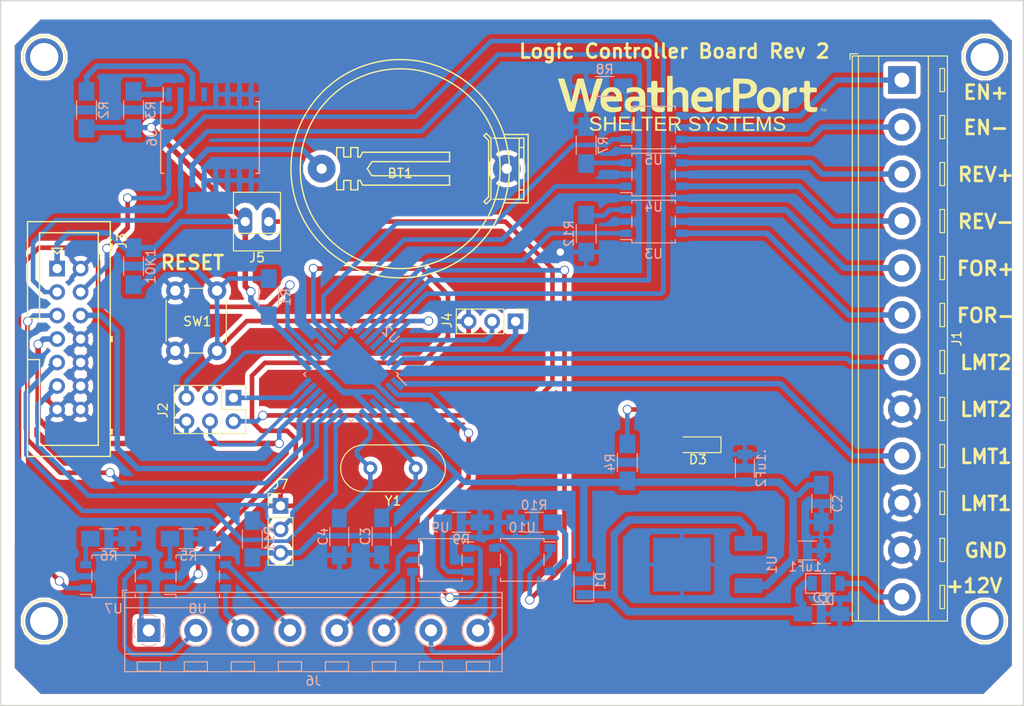
<source format=kicad_pcb>
(kicad_pcb (version 4) (host pcbnew 4.0.7)

  (general
    (links 122)
    (no_connects 4)
    (area 85.268999 59.868999 195.909292 136.219001)
    (thickness 1.6)
    (drawings 18)
    (tracks 446)
    (zones 0)
    (modules 47)
    (nets 58)
  )

  (page A)
  (title_block
    (title "Growport controllerz")
    (date 2017-10-31)
    (rev R1)
    (company "Weatherport Shelter systems")
  )

  (layers
    (0 F.Cu signal)
    (31 B.Cu signal)
    (32 B.Adhes user hide)
    (33 F.Adhes user)
    (34 B.Paste user)
    (35 F.Paste user)
    (36 B.SilkS user)
    (37 F.SilkS user)
    (38 B.Mask user)
    (39 F.Mask user)
    (40 Dwgs.User user hide)
    (41 Cmts.User user hide)
    (42 Eco1.User user hide)
    (43 Eco2.User user hide)
    (44 Edge.Cuts user)
    (45 Margin user)
    (46 B.CrtYd user hide)
    (47 F.CrtYd user hide)
    (48 B.Fab user)
    (49 F.Fab user)
  )

  (setup
    (last_trace_width 0.5)
    (trace_clearance 0.2)
    (zone_clearance 0.508)
    (zone_45_only no)
    (trace_min 0.4)
    (segment_width 0.2)
    (edge_width 0.15)
    (via_size 1)
    (via_drill 0.8)
    (via_min_size 0.6)
    (via_min_drill 0.3)
    (uvia_size 1)
    (uvia_drill 0.1)
    (uvias_allowed no)
    (uvia_min_size 0.6)
    (uvia_min_drill 0.1)
    (pcb_text_width 0.3)
    (pcb_text_size 1.5 1.5)
    (mod_edge_width 0.15)
    (mod_text_size 1 1)
    (mod_text_width 0.15)
    (pad_size 1.524 1.524)
    (pad_drill 0.762)
    (pad_to_mask_clearance 0.2)
    (aux_axis_origin 0 0)
    (visible_elements 7FFFE7FF)
    (pcbplotparams
      (layerselection 0x000f0_80000001)
      (usegerberextensions false)
      (excludeedgelayer true)
      (linewidth 0.100000)
      (plotframeref false)
      (viasonmask false)
      (mode 1)
      (useauxorigin false)
      (hpglpennumber 1)
      (hpglpenspeed 20)
      (hpglpendiameter 15)
      (hpglpenoverlay 2)
      (psnegative false)
      (psa4output false)
      (plotreference true)
      (plotvalue true)
      (plotinvisibletext false)
      (padsonsilk false)
      (subtractmaskfromsilk false)
      (outputformat 5)
      (mirror false)
      (drillshape 0)
      (scaleselection 1)
      (outputdirectory ""))
  )

  (net 0 "")
  (net 1 GND)
  (net 2 +5V)
  (net 3 +12V)
  (net 4 "Net-(C3-Pad2)")
  (net 5 "Net-(C4-Pad2)")
  (net 6 SDA)
  (net 7 SCL)
  (net 8 MISO)
  (net 9 SCK)
  (net 10 MOSI)
  (net 11 RESET)
  (net 12 BTN1)
  (net 13 BTN2)
  (net 14 BTN-ENC)
  (net 15 "Net-(J4-Pad1)")
  (net 16 "Net-(J4-Pad2)")
  (net 17 EN-)
  (net 18 EN+)
  (net 19 REV-)
  (net 20 REV+)
  (net 21 FOR-)
  (net 22 FOR+)
  (net 23 ENC-L)
  (net 24 ENC-R)
  (net 25 "Net-(C1-Pad1)")
  (net 26 MFOR)
  (net 27 MREV)
  (net 28 M_EN)
  (net 29 "Net-(U6-Pad4)")
  (net 30 "Net-(BT1-Pad1)")
  (net 31 "Net-(R2-Pad2)")
  (net 32 "Net-(R3-Pad2)")
  (net 33 "Net-(R6-Pad1)")
  (net 34 "Net-(R7-Pad1)")
  (net 35 "Net-(R8-Pad1)")
  (net 36 REVLIMIT)
  (net 37 FORLIMIT)
  (net 38 "Net-(D3-Pad2)")
  (net 39 "Net-(U2-Pad20)")
  (net 40 "Net-(J2-Pad2)")
  (net 41 TEMP_IN)
  (net 42 "Net-(R5-Pad1)")
  (net 43 "Net-(R9-Pad1)")
  (net 44 "Net-(R10-Pad1)")
  (net 45 "Net-(R12-Pad1)")
  (net 46 K3)
  (net 47 K1)
  (net 48 K2)
  (net 49 K4)
  (net 50 "Net-(J6-Pad1)")
  (net 51 "Net-(J6-Pad2)")
  (net 52 "Net-(J6-Pad3)")
  (net 53 "Net-(J6-Pad4)")
  (net 54 "Net-(J6-Pad5)")
  (net 55 "Net-(J6-Pad6)")
  (net 56 "Net-(J6-Pad7)")
  (net 57 "Net-(J6-Pad8)")

  (net_class Default "This is the default net class."
    (clearance 0.2)
    (trace_width 0.5)
    (via_dia 1)
    (via_drill 0.8)
    (uvia_dia 1)
    (uvia_drill 0.1)
    (add_net BTN-ENC)
    (add_net BTN1)
    (add_net BTN2)
    (add_net EN+)
    (add_net EN-)
    (add_net ENC-L)
    (add_net FOR+)
    (add_net FOR-)
    (add_net FORLIMIT)
    (add_net GND)
    (add_net K1)
    (add_net K2)
    (add_net K3)
    (add_net K4)
    (add_net MFOR)
    (add_net MISO)
    (add_net MREV)
    (add_net M_EN)
    (add_net "Net-(BT1-Pad1)")
    (add_net "Net-(C1-Pad1)")
    (add_net "Net-(C3-Pad2)")
    (add_net "Net-(C4-Pad2)")
    (add_net "Net-(D3-Pad2)")
    (add_net "Net-(J2-Pad2)")
    (add_net "Net-(J4-Pad1)")
    (add_net "Net-(J4-Pad2)")
    (add_net "Net-(J6-Pad1)")
    (add_net "Net-(J6-Pad2)")
    (add_net "Net-(J6-Pad3)")
    (add_net "Net-(J6-Pad4)")
    (add_net "Net-(J6-Pad5)")
    (add_net "Net-(J6-Pad6)")
    (add_net "Net-(J6-Pad7)")
    (add_net "Net-(J6-Pad8)")
    (add_net "Net-(R10-Pad1)")
    (add_net "Net-(R12-Pad1)")
    (add_net "Net-(R2-Pad2)")
    (add_net "Net-(R3-Pad2)")
    (add_net "Net-(R5-Pad1)")
    (add_net "Net-(R6-Pad1)")
    (add_net "Net-(R7-Pad1)")
    (add_net "Net-(R8-Pad1)")
    (add_net "Net-(R9-Pad1)")
    (add_net "Net-(U2-Pad20)")
    (add_net "Net-(U6-Pad4)")
    (add_net RESET)
    (add_net REV+)
    (add_net REV-)
    (add_net REVLIMIT)
    (add_net SCL)
    (add_net SDA)
    (add_net TEMP_IN)
  )

  (net_class POWER ""
    (clearance 0.2)
    (trace_width 0.6)
    (via_dia 1)
    (via_drill 0.8)
    (uvia_dia 1)
    (uvia_drill 0.1)
    (add_net +12V)
    (add_net +5V)
  )

  (net_class SMALL ""
    (clearance 0.2)
    (trace_width 0.4)
    (via_dia 1)
    (via_drill 0.8)
    (uvia_dia 1)
    (uvia_drill 0.1)
    (add_net ENC-R)
    (add_net MOSI)
    (add_net SCK)
  )

  (module WPSS_LIB:CR2032_Battery_holder (layer F.Cu) (tedit 59F59B8E) (tstamp 59F5D2D7)
    (at 128.497 78.105)
    (path /59F5B6DE)
    (fp_text reference BT1 (at 0 0.5) (layer F.SilkS)
      (effects (font (size 1 1) (thickness 0.15)))
    )
    (fp_text value Battery_Cell (at 0 -3.175) (layer F.Fab)
      (effects (font (size 1 1) (thickness 0.15)))
    )
    (fp_line (start -3.048 0.762) (end -3.556 0) (layer F.SilkS) (width 0.15))
    (fp_line (start 5.334 0.762) (end -3.048 0.762) (layer F.SilkS) (width 0.15))
    (fp_line (start 5.334 1.778) (end 5.334 0.762) (layer F.SilkS) (width 0.15))
    (fp_line (start -4.064 1.778) (end 5.334 1.778) (layer F.SilkS) (width 0.15))
    (fp_line (start -4.318 1.27) (end -4.064 1.778) (layer F.SilkS) (width 0.15))
    (fp_line (start -4.572 1.27) (end -4.318 1.27) (layer F.SilkS) (width 0.15))
    (fp_line (start -4.572 2.286) (end -4.572 1.27) (layer F.SilkS) (width 0.15))
    (fp_line (start -5.334 2.286) (end -4.572 2.286) (layer F.SilkS) (width 0.15))
    (fp_line (start -5.334 1.27) (end -5.334 2.286) (layer F.SilkS) (width 0.15))
    (fp_line (start -6.096 1.27) (end -5.334 1.27) (layer F.SilkS) (width 0.15))
    (fp_line (start -6.096 2.286) (end -6.096 1.27) (layer F.SilkS) (width 0.15))
    (fp_line (start -6.858 2.286) (end -6.096 2.286) (layer F.SilkS) (width 0.15))
    (fp_line (start -6.858 1.27) (end -6.858 2.286) (layer F.SilkS) (width 0.15))
    (fp_line (start -3.048 -0.762) (end -3.556 0) (layer F.SilkS) (width 0.15))
    (fp_line (start 5.334 -0.762) (end -3.048 -0.762) (layer F.SilkS) (width 0.15))
    (fp_line (start 5.334 -1.778) (end 5.334 -0.762) (layer F.SilkS) (width 0.15))
    (fp_line (start -4.064 -1.778) (end 5.334 -1.778) (layer F.SilkS) (width 0.15))
    (fp_line (start -4.318 -1.27) (end -4.064 -1.778) (layer F.SilkS) (width 0.15))
    (fp_line (start -4.572 -1.27) (end -4.318 -1.27) (layer F.SilkS) (width 0.15))
    (fp_line (start -4.572 -2.286) (end -4.572 -1.27) (layer F.SilkS) (width 0.15))
    (fp_line (start -5.334 -2.286) (end -4.572 -2.286) (layer F.SilkS) (width 0.15))
    (fp_line (start -5.334 -1.27) (end -5.334 -2.286) (layer F.SilkS) (width 0.15))
    (fp_line (start -6.096 -1.27) (end -5.334 -1.27) (layer F.SilkS) (width 0.15))
    (fp_line (start -6.096 -2.286) (end -6.096 -1.27) (layer F.SilkS) (width 0.15))
    (fp_line (start -6.858 -2.286) (end -6.096 -2.286) (layer F.SilkS) (width 0.15))
    (fp_line (start -6.858 -1.27) (end -6.858 -2.286) (layer F.SilkS) (width 0.15))
    (fp_line (start 9.806 3.302) (end 9.806 -3.302) (layer F.SilkS) (width 0.15))
    (fp_line (start 9.298 3.81) (end 9.806 3.302) (layer F.SilkS) (width 0.15))
    (fp_line (start 9.044 3.556) (end 9.298 3.81) (layer F.SilkS) (width 0.15))
    (fp_line (start 9.552 3.048) (end 9.044 3.556) (layer F.SilkS) (width 0.15))
    (fp_line (start 9.552 -3.048) (end 9.552 3.048) (layer F.SilkS) (width 0.15))
    (fp_line (start 9.044 -3.556) (end 9.552 -3.048) (layer F.SilkS) (width 0.15))
    (fp_line (start 9.298 -3.81) (end 9.044 -3.556) (layer F.SilkS) (width 0.15))
    (fp_line (start 9.806 -3.302) (end 9.298 -3.81) (layer F.SilkS) (width 0.15))
    (fp_line (start 12.854 3.302) (end 10.06 3.302) (layer F.SilkS) (width 0.15))
    (fp_line (start 12.854 -3.302) (end 10.06 -3.302) (layer F.SilkS) (width 0.15))
    (fp_line (start 12.854 2.286) (end 13.362 2.286) (layer F.SilkS) (width 0.15))
    (fp_line (start 12.854 -2.286) (end 13.362 -2.286) (layer F.SilkS) (width 0.15))
    (fp_line (start 13.362 3.302) (end 13.362 -3.302) (layer F.SilkS) (width 0.15))
    (fp_line (start 12.854 3.302) (end 13.362 3.302) (layer F.SilkS) (width 0.15))
    (fp_line (start 12.854 -3.302) (end 12.854 3.302) (layer F.SilkS) (width 0.15))
    (fp_line (start 13.362 -3.302) (end 12.854 -3.302) (layer F.SilkS) (width 0.15))
    (fp_line (start 13.82 3.7) (end 11.32 3.7) (layer F.SilkS) (width 0.15))
    (fp_line (start 13.82 -3.7) (end 13.82 3.7) (layer F.SilkS) (width 0.15))
    (fp_line (start 13.82 -3.7) (end 11.32 -3.7) (layer F.SilkS) (width 0.15))
    (fp_circle (center 0 0) (end 10.8 0) (layer F.SilkS) (width 0.15))
    (fp_circle (center 0 0) (end 11.8 0) (layer F.SilkS) (width 0.15))
    (pad 1 thru_hole circle (at -8.482 0) (size 3 3) (drill 1.1) (layers *.Cu *.Mask)
      (net 30 "Net-(BT1-Pad1)"))
    (pad 2 thru_hole circle (at 11.518 0) (size 3 3) (drill 1.1) (layers *.Cu *.Mask)
      (net 1 GND))
    (model "${KIPRJMOD}/packages3d/CR2032 BATTERY HOLDER.wrl"
      (at (xyz 0 0 0))
      (scale (xyz 1 1 1))
      (rotate (xyz 0 0 0))
    )
  )

  (module Connectors:1pin (layer F.Cu) (tedit 59F67793) (tstamp 5A09C97C)
    (at 191.643 127)
    (descr "module 1 pin (ou trou mecanique de percage)")
    (tags DEV)
    (fp_text reference "" (at 0 -3.048) (layer F.SilkS)
      (effects (font (size 1 1) (thickness 0.15)))
    )
    (fp_text value 1pin (at 0 3) (layer F.Fab)
      (effects (font (size 1 1) (thickness 0.15)))
    )
    (fp_circle (center 0 0) (end 2 0.8) (layer F.Fab) (width 0.1))
    (fp_circle (center 0 0) (end 2.6 0) (layer F.CrtYd) (width 0.05))
    (fp_circle (center 0 0) (end 0 -2.286) (layer F.SilkS) (width 0.12))
    (pad 1 thru_hole circle (at 0 0) (size 4.064 4.064) (drill 3.048) (layers *.Cu *.Mask))
  )

  (module Connectors:1pin (layer F.Cu) (tedit 59F6778B) (tstamp 5A09C975)
    (at 191.643 66.04)
    (descr "module 1 pin (ou trou mecanique de percage)")
    (tags DEV)
    (fp_text reference "" (at 0 -3.048) (layer F.SilkS)
      (effects (font (size 1 1) (thickness 0.15)))
    )
    (fp_text value 1pin (at 0 3) (layer F.Fab)
      (effects (font (size 1 1) (thickness 0.15)))
    )
    (fp_circle (center 0 0) (end 2 0.8) (layer F.Fab) (width 0.1))
    (fp_circle (center 0 0) (end 2.6 0) (layer F.CrtYd) (width 0.05))
    (fp_circle (center 0 0) (end 0 -2.286) (layer F.SilkS) (width 0.12))
    (pad 1 thru_hole circle (at 0 0) (size 4.064 4.064) (drill 3.048) (layers *.Cu *.Mask))
  )

  (module Connectors:1pin (layer F.Cu) (tedit 59F67781) (tstamp 5A09C96B)
    (at 90.043 66.04)
    (descr "module 1 pin (ou trou mecanique de percage)")
    (tags DEV)
    (fp_text reference "" (at 0 -3.048) (layer F.SilkS)
      (effects (font (size 1 1) (thickness 0.15)))
    )
    (fp_text value 1pin (at 0 3) (layer F.Fab)
      (effects (font (size 1 1) (thickness 0.15)))
    )
    (fp_circle (center 0 0) (end 2 0.8) (layer F.Fab) (width 0.1))
    (fp_circle (center 0 0) (end 2.6 0) (layer F.CrtYd) (width 0.05))
    (fp_circle (center 0 0) (end 0 -2.286) (layer F.SilkS) (width 0.12))
    (pad 1 thru_hole circle (at 0 0) (size 4.064 4.064) (drill 3.048) (layers *.Cu *.Mask))
  )

  (module Connectors:1pin (layer F.Cu) (tedit 59F6779B) (tstamp 5A09C962)
    (at 90.043 127)
    (descr "module 1 pin (ou trou mecanique de percage)")
    (tags DEV)
    (fp_text reference "" (at 0 -3.048) (layer F.SilkS)
      (effects (font (size 1 1) (thickness 0.15)))
    )
    (fp_text value 1pin (at 0 3) (layer F.Fab)
      (effects (font (size 1 1) (thickness 0.15)))
    )
    (fp_circle (center 0 0) (end 2 0.8) (layer F.Fab) (width 0.1))
    (fp_circle (center 0 0) (end 2.6 0) (layer F.CrtYd) (width 0.05))
    (fp_circle (center 0 0) (end 0 -2.286) (layer F.SilkS) (width 0.12))
    (pad 1 thru_hole circle (at 0 0) (size 4.064 4.064) (drill 3.048) (layers *.Cu *.Mask))
  )

  (module Resistors_SMD:R_1206_HandSoldering (layer B.Cu) (tedit 58E0A804) (tstamp 59F08D08)
    (at 99.695 88.646 270)
    (descr "Resistor SMD 1206, hand soldering")
    (tags "resistor 1206")
    (path /59F08BFF)
    (attr smd)
    (fp_text reference 10K1 (at 0 -1.85 270) (layer B.SilkS)
      (effects (font (size 1 1) (thickness 0.15)))
    )
    (fp_text value R (at 0 1.9 270) (layer B.Fab)
      (effects (font (size 1 1) (thickness 0.15)))
    )
    (fp_text user %R (at 0 0 270) (layer B.Fab)
      (effects (font (size 0.7 0.7) (thickness 0.105)))
    )
    (fp_line (start -1.6 0.8) (end -1.6 -0.8) (layer B.Fab) (width 0.1))
    (fp_line (start 1.6 0.8) (end -1.6 0.8) (layer B.Fab) (width 0.1))
    (fp_line (start 1.6 -0.8) (end 1.6 0.8) (layer B.Fab) (width 0.1))
    (fp_line (start -1.6 -0.8) (end 1.6 -0.8) (layer B.Fab) (width 0.1))
    (fp_line (start 1 1.07) (end -1 1.07) (layer B.SilkS) (width 0.12))
    (fp_line (start -1 -1.07) (end 1 -1.07) (layer B.SilkS) (width 0.12))
    (fp_line (start -3.25 -1.11) (end 3.25 -1.11) (layer B.CrtYd) (width 0.05))
    (fp_line (start -3.25 -1.11) (end -3.25 1.1) (layer B.CrtYd) (width 0.05))
    (fp_line (start 3.25 1.1) (end 3.25 -1.11) (layer B.CrtYd) (width 0.05))
    (fp_line (start 3.25 1.1) (end -3.25 1.1) (layer B.CrtYd) (width 0.05))
    (pad 1 smd rect (at -2 0 270) (size 2 1.7) (layers B.Cu B.Paste B.Mask)
      (net 2 +5V))
    (pad 2 smd rect (at 2 0 270) (size 2 1.7) (layers B.Cu B.Paste B.Mask)
      (net 11 RESET))
    (model ${KISYS3DMOD}/Resistors_SMD.3dshapes/R_1206.wrl
      (at (xyz 0 0 0))
      (scale (xyz 1 1 1))
      (rotate (xyz 0 0 0))
    )
  )

  (module Capacitors_SMD:C_1206_HandSoldering (layer B.Cu) (tedit 58AA84D1) (tstamp 59F08D0E)
    (at 173.99 126.238)
    (descr "Capacitor SMD 1206, hand soldering")
    (tags "capacitor 1206")
    (path /59F086DE)
    (attr smd)
    (fp_text reference C1 (at 0 -1.75) (layer B.SilkS)
      (effects (font (size 1 1) (thickness 0.15)))
    )
    (fp_text value "0.33 uF" (at 0 3.302) (layer B.Fab)
      (effects (font (size 1 1) (thickness 0.15)))
    )
    (fp_text user %R (at 0 2.032) (layer B.Fab)
      (effects (font (size 1 1) (thickness 0.15)))
    )
    (fp_line (start -1.6 0.8) (end -1.6 -0.8) (layer B.Fab) (width 0.1))
    (fp_line (start 1.6 0.8) (end -1.6 0.8) (layer B.Fab) (width 0.1))
    (fp_line (start 1.6 -0.8) (end 1.6 0.8) (layer B.Fab) (width 0.1))
    (fp_line (start -1.6 -0.8) (end 1.6 -0.8) (layer B.Fab) (width 0.1))
    (fp_line (start 1 -1.02) (end -1 -1.02) (layer B.SilkS) (width 0.12))
    (fp_line (start -1 1.02) (end 1 1.02) (layer B.SilkS) (width 0.12))
    (fp_line (start -3.25 -1.05) (end 3.25 -1.05) (layer B.CrtYd) (width 0.05))
    (fp_line (start -3.25 -1.05) (end -3.25 1.05) (layer B.CrtYd) (width 0.05))
    (fp_line (start 3.25 1.05) (end 3.25 -1.05) (layer B.CrtYd) (width 0.05))
    (fp_line (start 3.25 1.05) (end -3.25 1.05) (layer B.CrtYd) (width 0.05))
    (pad 1 smd rect (at -2 0) (size 2 1.6) (layers B.Cu B.Paste B.Mask)
      (net 25 "Net-(C1-Pad1)"))
    (pad 2 smd rect (at 2 0) (size 2 1.6) (layers B.Cu B.Paste B.Mask)
      (net 1 GND))
    (model Capacitors_SMD.3dshapes/C_1206.wrl
      (at (xyz 0 0 0))
      (scale (xyz 1 1 1))
      (rotate (xyz 0 0 0))
    )
  )

  (module Capacitors_SMD:C_1206_HandSoldering (layer B.Cu) (tedit 58AA84D1) (tstamp 59F08D14)
    (at 173.99 114.3 270)
    (descr "Capacitor SMD 1206, hand soldering")
    (tags "capacitor 1206")
    (path /59F08722)
    (attr smd)
    (fp_text reference C2 (at 0 -1.75 270) (layer B.SilkS)
      (effects (font (size 1 1) (thickness 0.15)))
    )
    (fp_text value "0.1 uF" (at 0 2 270) (layer B.Fab)
      (effects (font (size 1 1) (thickness 0.15)))
    )
    (fp_text user %R (at 0 -1.75 270) (layer B.Fab)
      (effects (font (size 1 1) (thickness 0.15)))
    )
    (fp_line (start -1.6 0.8) (end -1.6 -0.8) (layer B.Fab) (width 0.1))
    (fp_line (start 1.6 0.8) (end -1.6 0.8) (layer B.Fab) (width 0.1))
    (fp_line (start 1.6 -0.8) (end 1.6 0.8) (layer B.Fab) (width 0.1))
    (fp_line (start -1.6 -0.8) (end 1.6 -0.8) (layer B.Fab) (width 0.1))
    (fp_line (start 1 -1.02) (end -1 -1.02) (layer B.SilkS) (width 0.12))
    (fp_line (start -1 1.02) (end 1 1.02) (layer B.SilkS) (width 0.12))
    (fp_line (start -3.25 -1.05) (end 3.25 -1.05) (layer B.CrtYd) (width 0.05))
    (fp_line (start -3.25 -1.05) (end -3.25 1.05) (layer B.CrtYd) (width 0.05))
    (fp_line (start 3.25 1.05) (end 3.25 -1.05) (layer B.CrtYd) (width 0.05))
    (fp_line (start 3.25 1.05) (end -3.25 1.05) (layer B.CrtYd) (width 0.05))
    (pad 1 smd rect (at -2 0 270) (size 2 1.6) (layers B.Cu B.Paste B.Mask)
      (net 2 +5V))
    (pad 2 smd rect (at 2 0 270) (size 2 1.6) (layers B.Cu B.Paste B.Mask)
      (net 1 GND))
    (model Capacitors_SMD.3dshapes/C_1206.wrl
      (at (xyz 0 0 0))
      (scale (xyz 1 1 1))
      (rotate (xyz 0 0 0))
    )
  )

  (module Capacitors_SMD:C_1206_HandSoldering (layer B.Cu) (tedit 58AA84D1) (tstamp 59F08D1A)
    (at 126.492 117.856 90)
    (descr "Capacitor SMD 1206, hand soldering")
    (tags "capacitor 1206")
    (path /59F08EAD)
    (attr smd)
    (fp_text reference C3 (at 0 -1.75 90) (layer B.SilkS)
      (effects (font (size 1 1) (thickness 0.15)))
    )
    (fp_text value "0.1 uF" (at 0 2 90) (layer B.Fab)
      (effects (font (size 1 1) (thickness 0.15)))
    )
    (fp_text user %R (at 0 -1.75 90) (layer B.Fab)
      (effects (font (size 1 1) (thickness 0.15)))
    )
    (fp_line (start -1.6 0.8) (end -1.6 -0.8) (layer B.Fab) (width 0.1))
    (fp_line (start 1.6 0.8) (end -1.6 0.8) (layer B.Fab) (width 0.1))
    (fp_line (start 1.6 -0.8) (end 1.6 0.8) (layer B.Fab) (width 0.1))
    (fp_line (start -1.6 -0.8) (end 1.6 -0.8) (layer B.Fab) (width 0.1))
    (fp_line (start 1 -1.02) (end -1 -1.02) (layer B.SilkS) (width 0.12))
    (fp_line (start -1 1.02) (end 1 1.02) (layer B.SilkS) (width 0.12))
    (fp_line (start -3.25 -1.05) (end 3.25 -1.05) (layer B.CrtYd) (width 0.05))
    (fp_line (start -3.25 -1.05) (end -3.25 1.05) (layer B.CrtYd) (width 0.05))
    (fp_line (start 3.25 1.05) (end 3.25 -1.05) (layer B.CrtYd) (width 0.05))
    (fp_line (start 3.25 1.05) (end -3.25 1.05) (layer B.CrtYd) (width 0.05))
    (pad 1 smd rect (at -2 0 90) (size 2 1.6) (layers B.Cu B.Paste B.Mask)
      (net 1 GND))
    (pad 2 smd rect (at 2 0 90) (size 2 1.6) (layers B.Cu B.Paste B.Mask)
      (net 4 "Net-(C3-Pad2)"))
    (model Capacitors_SMD.3dshapes/C_1206.wrl
      (at (xyz 0 0 0))
      (scale (xyz 1 1 1))
      (rotate (xyz 0 0 0))
    )
  )

  (module Capacitors_SMD:C_1206_HandSoldering (layer B.Cu) (tedit 58AA84D1) (tstamp 59F08D20)
    (at 121.92 117.888 90)
    (descr "Capacitor SMD 1206, hand soldering")
    (tags "capacitor 1206")
    (path /59F08DC9)
    (attr smd)
    (fp_text reference C4 (at 0 -1.75 90) (layer B.SilkS)
      (effects (font (size 1 1) (thickness 0.15)))
    )
    (fp_text value "0.1 uF" (at -0.286 2.286 90) (layer B.Fab)
      (effects (font (size 1 1) (thickness 0.15)))
    )
    (fp_text user %R (at 0 -1.75 90) (layer B.Fab)
      (effects (font (size 1 1) (thickness 0.15)))
    )
    (fp_line (start -1.6 0.8) (end -1.6 -0.8) (layer B.Fab) (width 0.1))
    (fp_line (start 1.6 0.8) (end -1.6 0.8) (layer B.Fab) (width 0.1))
    (fp_line (start 1.6 -0.8) (end 1.6 0.8) (layer B.Fab) (width 0.1))
    (fp_line (start -1.6 -0.8) (end 1.6 -0.8) (layer B.Fab) (width 0.1))
    (fp_line (start 1 -1.02) (end -1 -1.02) (layer B.SilkS) (width 0.12))
    (fp_line (start -1 1.02) (end 1 1.02) (layer B.SilkS) (width 0.12))
    (fp_line (start -3.25 -1.05) (end 3.25 -1.05) (layer B.CrtYd) (width 0.05))
    (fp_line (start -3.25 -1.05) (end -3.25 1.05) (layer B.CrtYd) (width 0.05))
    (fp_line (start 3.25 1.05) (end 3.25 -1.05) (layer B.CrtYd) (width 0.05))
    (fp_line (start 3.25 1.05) (end -3.25 1.05) (layer B.CrtYd) (width 0.05))
    (pad 1 smd rect (at -2 0 90) (size 2 1.6) (layers B.Cu B.Paste B.Mask)
      (net 1 GND))
    (pad 2 smd rect (at 2 0 90) (size 2 1.6) (layers B.Cu B.Paste B.Mask)
      (net 5 "Net-(C4-Pad2)"))
    (model Capacitors_SMD.3dshapes/C_1206.wrl
      (at (xyz 0 0 0))
      (scale (xyz 1 1 1))
      (rotate (xyz 0 0 0))
    )
  )

  (module Buttons_Switches_THT:SW_PUSH_6mm (layer F.Cu) (tedit 5923F252) (tstamp 59F08D28)
    (at 108.712 91.29 270)
    (descr https://www.omron.com/ecb/products/pdf/en-b3f.pdf)
    (tags "tact sw push 6mm")
    (path /59F08B2A)
    (fp_text reference SW1 (at 3.325 2.1209 360) (layer F.SilkS)
      (effects (font (size 1 1) (thickness 0.15)))
    )
    (fp_text value SW_Push (at 3.75 6.7 270) (layer F.Fab)
      (effects (font (size 1 1) (thickness 0.15)))
    )
    (fp_text user %R (at 3.25 2.25 270) (layer F.Fab)
      (effects (font (size 1 1) (thickness 0.15)))
    )
    (fp_line (start 3.25 -0.75) (end 6.25 -0.75) (layer F.Fab) (width 0.1))
    (fp_line (start 6.25 -0.75) (end 6.25 5.25) (layer F.Fab) (width 0.1))
    (fp_line (start 6.25 5.25) (end 0.25 5.25) (layer F.Fab) (width 0.1))
    (fp_line (start 0.25 5.25) (end 0.25 -0.75) (layer F.Fab) (width 0.1))
    (fp_line (start 0.25 -0.75) (end 3.25 -0.75) (layer F.Fab) (width 0.1))
    (fp_line (start 7.75 6) (end 8 6) (layer F.CrtYd) (width 0.05))
    (fp_line (start 8 6) (end 8 5.75) (layer F.CrtYd) (width 0.05))
    (fp_line (start 7.75 -1.5) (end 8 -1.5) (layer F.CrtYd) (width 0.05))
    (fp_line (start 8 -1.5) (end 8 -1.25) (layer F.CrtYd) (width 0.05))
    (fp_line (start -1.5 -1.25) (end -1.5 -1.5) (layer F.CrtYd) (width 0.05))
    (fp_line (start -1.5 -1.5) (end -1.25 -1.5) (layer F.CrtYd) (width 0.05))
    (fp_line (start -1.5 5.75) (end -1.5 6) (layer F.CrtYd) (width 0.05))
    (fp_line (start -1.5 6) (end -1.25 6) (layer F.CrtYd) (width 0.05))
    (fp_line (start -1.25 -1.5) (end 7.75 -1.5) (layer F.CrtYd) (width 0.05))
    (fp_line (start -1.5 5.75) (end -1.5 -1.25) (layer F.CrtYd) (width 0.05))
    (fp_line (start 7.75 6) (end -1.25 6) (layer F.CrtYd) (width 0.05))
    (fp_line (start 8 -1.25) (end 8 5.75) (layer F.CrtYd) (width 0.05))
    (fp_line (start 1 5.5) (end 5.5 5.5) (layer F.SilkS) (width 0.12))
    (fp_line (start -0.25 1.5) (end -0.25 3) (layer F.SilkS) (width 0.12))
    (fp_line (start 5.5 -1) (end 1 -1) (layer F.SilkS) (width 0.12))
    (fp_line (start 6.75 3) (end 6.75 1.5) (layer F.SilkS) (width 0.12))
    (fp_circle (center 3.25 2.25) (end 1.25 2.5) (layer F.Fab) (width 0.1))
    (pad 2 thru_hole circle (at 0 4.5) (size 2 2) (drill 1.1) (layers *.Cu *.Mask)
      (net 1 GND))
    (pad 1 thru_hole circle (at 0 0) (size 2 2) (drill 1.1) (layers *.Cu *.Mask)
      (net 11 RESET))
    (pad 2 thru_hole circle (at 6.5 4.5) (size 2 2) (drill 1.1) (layers *.Cu *.Mask)
      (net 1 GND))
    (pad 1 thru_hole circle (at 6.5 0) (size 2 2) (drill 1.1) (layers *.Cu *.Mask)
      (net 11 RESET))
    (model ${KISYS3DMOD}/Buttons_Switches_THT.3dshapes/SW_PUSH_6mm.wrl
      (at (xyz 0.005 0 0))
      (scale (xyz 0.3937 0.3937 0.3937))
      (rotate (xyz 0 0 0))
    )
  )

  (module Crystals:Crystal_HC18-U_Vertical (layer F.Cu) (tedit 58CD2E9B) (tstamp 59F08D56)
    (at 130.175 110.49 180)
    (descr "Crystal THT HC-18/U, http://5hertz.com/pdfs/04404_D.pdf")
    (tags "THT crystalHC-18/U")
    (path /59F08CDB)
    (fp_text reference Y1 (at 2.45 -3.525 180) (layer F.SilkS)
      (effects (font (size 1 1) (thickness 0.15)))
    )
    (fp_text value Crystal (at 2.45 3.525 180) (layer F.Fab)
      (effects (font (size 1 1) (thickness 0.15)))
    )
    (fp_text user %R (at 2.45 0 180) (layer B.Fab)
      (effects (font (size 1 1) (thickness 0.15)) (justify mirror))
    )
    (fp_line (start -0.675 -2.325) (end 5.575 -2.325) (layer F.Fab) (width 0.1))
    (fp_line (start -0.675 2.325) (end 5.575 2.325) (layer F.Fab) (width 0.1))
    (fp_line (start -0.55 -2) (end 5.45 -2) (layer F.Fab) (width 0.1))
    (fp_line (start -0.55 2) (end 5.45 2) (layer F.Fab) (width 0.1))
    (fp_line (start -0.675 -2.525) (end 5.575 -2.525) (layer F.SilkS) (width 0.12))
    (fp_line (start -0.675 2.525) (end 5.575 2.525) (layer F.SilkS) (width 0.12))
    (fp_line (start -3.5 -2.8) (end -3.5 2.8) (layer F.CrtYd) (width 0.05))
    (fp_line (start -3.5 2.8) (end 8.4 2.8) (layer F.CrtYd) (width 0.05))
    (fp_line (start 8.4 2.8) (end 8.4 -2.8) (layer F.CrtYd) (width 0.05))
    (fp_line (start 8.4 -2.8) (end -3.5 -2.8) (layer F.CrtYd) (width 0.05))
    (fp_arc (start -0.675 0) (end -0.675 -2.325) (angle -180) (layer F.Fab) (width 0.1))
    (fp_arc (start 5.575 0) (end 5.575 -2.325) (angle 180) (layer F.Fab) (width 0.1))
    (fp_arc (start -0.55 0) (end -0.55 -2) (angle -180) (layer F.Fab) (width 0.1))
    (fp_arc (start 5.45 0) (end 5.45 -2) (angle 180) (layer F.Fab) (width 0.1))
    (fp_arc (start -0.675 0) (end -0.675 -2.525) (angle -180) (layer F.SilkS) (width 0.12))
    (fp_arc (start 5.575 0) (end 5.575 -2.525) (angle 180) (layer F.SilkS) (width 0.12))
    (pad 1 thru_hole circle (at 0 0 180) (size 1.5 1.5) (drill 0.8) (layers *.Cu *.Mask)
      (net 4 "Net-(C3-Pad2)"))
    (pad 2 thru_hole circle (at 4.9 0 180) (size 1.5 1.5) (drill 0.8) (layers *.Cu *.Mask)
      (net 5 "Net-(C4-Pad2)"))
    (model "${KIPRJMOD}/packages3d/Crystal lowprofile.wrl"
      (at (xyz 0 0 0))
      (scale (xyz 1 1 1))
      (rotate (xyz 0 0 0))
    )
  )

  (module Pin_Headers:Pin_Header_Straight_2x03_Pitch2.54mm (layer F.Cu) (tedit 59650532) (tstamp 59F0A43A)
    (at 110.49 102.87 270)
    (descr "Through hole straight pin header, 2x03, 2.54mm pitch, double rows")
    (tags "Through hole pin header THT 2x03 2.54mm double row")
    (path /59F0A707)
    (fp_text reference J2 (at 1.3589 7.62 270) (layer F.SilkS)
      (effects (font (size 1 1) (thickness 0.15)))
    )
    (fp_text value AVR_SPI_PRG_62X3_LOCK (at 0.635 7.62 270) (layer F.Fab)
      (effects (font (size 1 1) (thickness 0.15)))
    )
    (fp_line (start 0 -1.27) (end 3.81 -1.27) (layer F.Fab) (width 0.1))
    (fp_line (start 3.81 -1.27) (end 3.81 6.35) (layer F.Fab) (width 0.1))
    (fp_line (start 3.81 6.35) (end -1.27 6.35) (layer F.Fab) (width 0.1))
    (fp_line (start -1.27 6.35) (end -1.27 0) (layer F.Fab) (width 0.1))
    (fp_line (start -1.27 0) (end 0 -1.27) (layer F.Fab) (width 0.1))
    (fp_line (start -1.33 6.41) (end 3.87 6.41) (layer F.SilkS) (width 0.12))
    (fp_line (start -1.33 1.27) (end -1.33 6.41) (layer F.SilkS) (width 0.12))
    (fp_line (start 3.87 -1.33) (end 3.87 6.41) (layer F.SilkS) (width 0.12))
    (fp_line (start -1.33 1.27) (end 1.27 1.27) (layer F.SilkS) (width 0.12))
    (fp_line (start 1.27 1.27) (end 1.27 -1.33) (layer F.SilkS) (width 0.12))
    (fp_line (start 1.27 -1.33) (end 3.87 -1.33) (layer F.SilkS) (width 0.12))
    (fp_line (start -1.33 0) (end -1.33 -1.33) (layer F.SilkS) (width 0.12))
    (fp_line (start -1.33 -1.33) (end 0 -1.33) (layer F.SilkS) (width 0.12))
    (fp_line (start -1.8 -1.8) (end -1.8 6.85) (layer F.CrtYd) (width 0.05))
    (fp_line (start -1.8 6.85) (end 4.35 6.85) (layer F.CrtYd) (width 0.05))
    (fp_line (start 4.35 6.85) (end 4.35 -1.8) (layer F.CrtYd) (width 0.05))
    (fp_line (start 4.35 -1.8) (end -1.8 -1.8) (layer F.CrtYd) (width 0.05))
    (fp_text user %R (at 1.27 2.54 360) (layer F.Fab)
      (effects (font (size 1 1) (thickness 0.15)))
    )
    (pad 1 thru_hole rect (at 0 0 270) (size 1.7 1.7) (drill 1) (layers *.Cu *.Mask)
      (net 8 MISO))
    (pad 2 thru_hole oval (at 2.54 0 270) (size 1.7 1.7) (drill 1) (layers *.Cu *.Mask)
      (net 40 "Net-(J2-Pad2)"))
    (pad 3 thru_hole oval (at 0 2.54 270) (size 1.7 1.7) (drill 1) (layers *.Cu *.Mask)
      (net 9 SCK))
    (pad 4 thru_hole oval (at 2.54 2.54 270) (size 1.7 1.7) (drill 1) (layers *.Cu *.Mask)
      (net 10 MOSI))
    (pad 5 thru_hole oval (at 0 5.08 270) (size 1.7 1.7) (drill 1) (layers *.Cu *.Mask)
      (net 11 RESET))
    (pad 6 thru_hole oval (at 2.54 5.08 270) (size 1.7 1.7) (drill 1) (layers *.Cu *.Mask)
      (net 1 GND))
    (model ${KISYS3DMOD}/Pin_Headers.3dshapes/Pin_Header_Straight_2x03_Pitch2.54mm.wrl
      (at (xyz 0 0 0))
      (scale (xyz 1 1 1))
      (rotate (xyz 0 0 0))
    )
  )

  (module Pin_Headers:Pin_Header_Straight_1x03_Pitch2.54mm locked (layer F.Cu) (tedit 59650532) (tstamp 59F0DCE2)
    (at 140.97 94.615 270)
    (descr "Through hole straight pin header, 1x03, 2.54mm pitch, single row")
    (tags "Through hole pin header THT 1x03 2.54mm single row")
    (path /59F0E49C)
    (fp_text reference J4 (at -0.1143 7.4041 270) (layer F.SilkS)
      (effects (font (size 1 1) (thickness 0.15)))
    )
    (fp_text value Conn_01x03_Male (at 1.778 2.032 360) (layer F.Fab)
      (effects (font (size 1 1) (thickness 0.15)))
    )
    (fp_line (start -0.635 -1.27) (end 1.27 -1.27) (layer F.Fab) (width 0.1))
    (fp_line (start 1.27 -1.27) (end 1.27 6.35) (layer F.Fab) (width 0.1))
    (fp_line (start 1.27 6.35) (end -1.27 6.35) (layer F.Fab) (width 0.1))
    (fp_line (start -1.27 6.35) (end -1.27 -0.635) (layer F.Fab) (width 0.1))
    (fp_line (start -1.27 -0.635) (end -0.635 -1.27) (layer F.Fab) (width 0.1))
    (fp_line (start -1.33 6.41) (end 1.33 6.41) (layer F.SilkS) (width 0.12))
    (fp_line (start -1.33 1.27) (end -1.33 6.41) (layer F.SilkS) (width 0.12))
    (fp_line (start 1.33 1.27) (end 1.33 6.41) (layer F.SilkS) (width 0.12))
    (fp_line (start -1.33 1.27) (end 1.33 1.27) (layer F.SilkS) (width 0.12))
    (fp_line (start -1.33 0) (end -1.33 -1.33) (layer F.SilkS) (width 0.12))
    (fp_line (start -1.33 -1.33) (end 0 -1.33) (layer F.SilkS) (width 0.12))
    (fp_line (start -1.8 -1.8) (end -1.8 6.85) (layer F.CrtYd) (width 0.05))
    (fp_line (start -1.8 6.85) (end 1.8 6.85) (layer F.CrtYd) (width 0.05))
    (fp_line (start 1.8 6.85) (end 1.8 -1.8) (layer F.CrtYd) (width 0.05))
    (fp_line (start 1.8 -1.8) (end -1.8 -1.8) (layer F.CrtYd) (width 0.05))
    (fp_text user %R (at 0 2.54 360) (layer F.Fab)
      (effects (font (size 1 1) (thickness 0.15)))
    )
    (pad 1 thru_hole rect (at 0 0 270) (size 1.7 1.7) (drill 1) (layers *.Cu *.Mask)
      (net 15 "Net-(J4-Pad1)"))
    (pad 2 thru_hole oval (at 0 2.54 270) (size 1.7 1.7) (drill 1) (layers *.Cu *.Mask)
      (net 16 "Net-(J4-Pad2)"))
    (pad 3 thru_hole oval (at 0 5.08 270) (size 1.7 1.7) (drill 1) (layers *.Cu *.Mask)
      (net 1 GND))
    (model ${KISYS3DMOD}/Pin_Headers.3dshapes/Pin_Header_Straight_1x03_Pitch2.54mm.wrl
      (at (xyz 0 0 0))
      (scale (xyz 1 1 1))
      (rotate (xyz 0 0 0))
    )
  )

  (module WPSS_Lib:Weatherport_logo (layer F.Cu) (tedit 0) (tstamp 59F0E1D5)
    (at 160.02 71.12)
    (solder_mask_margin 3)
    (solder_paste_margin 3)
    (clearance 3)
    (fp_text reference G*** (at -4.699 -3.81) (layer F.SilkS) hide
      (effects (font (thickness 0.3)))
    )
    (fp_text value LOGO (at 2.54 -3.81) (layer F.SilkS) hide
      (effects (font (thickness 0.3)))
    )
    (fp_poly (pts (xy -10.245297 1.342559) (xy -10.209332 1.347459) (xy -10.101594 1.377808) (xy -10.001488 1.430136)
      (xy -9.917541 1.49527) (xy -9.858278 1.564037) (xy -9.832225 1.627265) (xy -9.847908 1.675781)
      (xy -9.885877 1.695452) (xy -9.974813 1.712127) (xy -10.023765 1.697301) (xy -10.048986 1.650651)
      (xy -10.104347 1.576274) (xy -10.210399 1.523014) (xy -10.356578 1.495255) (xy -10.430741 1.49225)
      (xy -10.541661 1.496955) (xy -10.615219 1.516952) (xy -10.677221 1.561065) (xy -10.702193 1.585057)
      (xy -10.760868 1.654111) (xy -10.792957 1.71206) (xy -10.795 1.72365) (xy -10.765384 1.8103)
      (xy -10.68493 1.889383) (xy -10.566231 1.950348) (xy -10.501543 1.969569) (xy -10.277566 2.026311)
      (xy -10.108196 2.079248) (xy -9.984949 2.131769) (xy -9.89934 2.187262) (xy -9.860739 2.225481)
      (xy -9.792599 2.350509) (xy -9.778925 2.486849) (xy -9.815598 2.621309) (xy -9.898503 2.740695)
      (xy -10.023524 2.831814) (xy -10.054311 2.845942) (xy -10.157455 2.872008) (xy -10.298302 2.885958)
      (xy -10.455162 2.88801) (xy -10.606348 2.878385) (xy -10.730168 2.857303) (xy -10.783744 2.838543)
      (xy -10.870318 2.783241) (xy -10.94715 2.712678) (xy -11.00648 2.638381) (xy -11.040549 2.571876)
      (xy -11.041594 2.52469) (xy -11.006112 2.50825) (xy -10.933764 2.497004) (xy -10.90946 2.489261)
      (xy -10.85872 2.49918) (xy -10.821307 2.555142) (xy -10.748591 2.64896) (xy -10.629782 2.70773)
      (xy -10.460953 2.733086) (xy -10.390597 2.73438) (xy -10.217956 2.715859) (xy -10.087699 2.665917)
      (xy -10.005132 2.588565) (xy -9.975559 2.487814) (xy -9.98318 2.426319) (xy -10.014105 2.360768)
      (xy -10.076553 2.306039) (xy -10.17974 2.257039) (xy -10.332884 2.208674) (xy -10.416662 2.186734)
      (xy -10.618488 2.130235) (xy -10.765747 2.073132) (xy -10.867121 2.009169) (xy -10.93129 1.932095)
      (xy -10.966937 1.835654) (xy -10.976055 1.783755) (xy -10.967111 1.642016) (xy -10.904089 1.522473)
      (xy -10.793693 1.428942) (xy -10.642627 1.365236) (xy -10.457594 1.33517) (xy -10.245297 1.342559)) (layer F.SilkS) (width 0.01))
    (fp_poly (pts (xy -9.271 2.00025) (xy -8.4455 2.00025) (xy -8.4455 1.36525) (xy -8.255 1.36525)
      (xy -8.255 2.88925) (xy -8.443421 2.88925) (xy -8.452398 2.535309) (xy -8.461375 2.181369)
      (xy -8.842375 2.18528) (xy -8.992166 2.186861) (xy -9.118233 2.188272) (xy -9.207309 2.18936)
      (xy -9.246114 2.18997) (xy -9.256132 2.219889) (xy -9.26568 2.3003) (xy -9.273551 2.418201)
      (xy -9.277864 2.532062) (xy -9.286875 2.873375) (xy -9.390063 2.883324) (xy -9.49325 2.893273)
      (xy -9.49325 1.36525) (xy -9.271 1.36525) (xy -9.271 2.00025)) (layer F.SilkS) (width 0.01))
    (fp_poly (pts (xy -6.731 1.524) (xy -7.686172 1.524) (xy -7.676899 1.770062) (xy -7.667625 2.016125)
      (xy -7.231063 2.024958) (xy -6.7945 2.033791) (xy -6.7945 2.19075) (xy -7.686069 2.19075)
      (xy -7.676847 2.452687) (xy -7.667625 2.714625) (xy -7.165462 2.723379) (xy -6.977024 2.726912)
      (xy -6.843048 2.730857) (xy -6.754504 2.736672) (xy -6.702361 2.745812) (xy -6.677591 2.759733)
      (xy -6.671162 2.779893) (xy -6.673337 2.802754) (xy -6.678645 2.827433) (xy -6.692276 2.845716)
      (xy -6.722839 2.858732) (xy -6.778943 2.867606) (xy -6.869198 2.873467) (xy -7.002212 2.877442)
      (xy -7.186594 2.880657) (xy -7.278688 2.882013) (xy -7.874 2.890651) (xy -7.874 1.36525)
      (xy -6.731 1.36525) (xy -6.731 1.524)) (layer F.SilkS) (width 0.01))
    (fp_poly (pts (xy -6.19125 2.7305) (xy -5.42925 2.7305) (xy -5.42925 2.88925) (xy -5.900209 2.88925)
      (xy -6.067094 2.887892) (xy -6.210902 2.884156) (xy -6.319926 2.878544) (xy -6.38246 2.87156)
      (xy -6.392334 2.868083) (xy -6.398331 2.831614) (xy -6.403669 2.740784) (xy -6.408093 2.604731)
      (xy -6.41135 2.432594) (xy -6.413187 2.233509) (xy -6.4135 2.106083) (xy -6.4135 1.36525)
      (xy -6.19125 1.36525) (xy -6.19125 2.7305)) (layer F.SilkS) (width 0.01))
    (fp_poly (pts (xy -4.22275 1.444625) (xy -4.225457 1.483991) (xy -4.242215 1.507563) (xy -4.285979 1.519389)
      (xy -4.369705 1.523518) (xy -4.47675 1.524) (xy -4.73075 1.524) (xy -4.73075 2.88925)
      (xy -4.919988 2.88925) (xy -4.928557 2.214562) (xy -4.937125 1.539875) (xy -5.199063 1.530653)
      (xy -5.32744 1.525219) (xy -5.40508 1.51721) (xy -5.444724 1.502379) (xy -5.459111 1.47648)
      (xy -5.461 1.44334) (xy -5.461 1.36525) (xy -4.22275 1.36525) (xy -4.22275 1.444625)) (layer F.SilkS) (width 0.01))
    (fp_poly (pts (xy -2.81798 1.444625) (xy -2.833153 1.524) (xy -3.780922 1.524) (xy -3.771649 1.770062)
      (xy -3.762375 2.016125) (xy -3.325813 2.024958) (xy -2.88925 2.033791) (xy -2.88925 2.19075)
      (xy -3.780819 2.19075) (xy -3.771597 2.452687) (xy -3.762375 2.714625) (xy -3.262313 2.723368)
      (xy -2.76225 2.732112) (xy -2.76225 2.88925) (xy -3.96875 2.88925) (xy -3.96875 1.36525)
      (xy -2.802806 1.36525) (xy -2.81798 1.444625)) (layer F.SilkS) (width 0.01))
    (fp_poly (pts (xy -1.833618 1.366968) (xy -1.690099 1.372862) (xy -1.586603 1.384042) (xy -1.511427 1.401617)
      (xy -1.469488 1.418271) (xy -1.349322 1.506291) (xy -1.273212 1.62607) (xy -1.241203 1.763595)
      (xy -1.25334 1.90485) (xy -1.309668 2.035821) (xy -1.410233 2.142491) (xy -1.467034 2.177371)
      (xy -1.537952 2.21435) (xy -1.579211 2.237566) (xy -1.581967 2.239525) (xy -1.569449 2.267696)
      (xy -1.527717 2.337771) (xy -1.463315 2.439179) (xy -1.383066 2.560925) (xy -1.173823 2.873375)
      (xy -1.271611 2.883478) (xy -1.352928 2.881101) (xy -1.407012 2.86186) (xy -1.438466 2.822661)
      (xy -1.493696 2.741861) (xy -1.564049 2.632455) (xy -1.61925 2.543195) (xy -1.793875 2.256251)
      (xy -2.039938 2.25525) (xy -2.286 2.25425) (xy -2.286 2.88925) (xy -2.4765 2.88925)
      (xy -2.4765 2.0955) (xy -2.286 2.0955) (xy -2.004988 2.0955) (xy -1.864123 2.091518)
      (xy -1.735794 2.080924) (xy -1.641988 2.065743) (xy -1.623024 2.060307) (xy -1.526215 1.996695)
      (xy -1.455694 1.895051) (xy -1.42875 1.781347) (xy -1.448675 1.715679) (xy -1.497431 1.638462)
      (xy -1.505312 1.628957) (xy -1.541733 1.589956) (xy -1.580026 1.563922) (xy -1.633723 1.547704)
      (xy -1.716352 1.538152) (xy -1.841443 1.532114) (xy -1.933937 1.529128) (xy -2.286 1.518381)
      (xy -2.286 2.0955) (xy -2.4765 2.0955) (xy -2.4765 1.36525) (xy -2.028861 1.36525)
      (xy -1.833618 1.366968)) (layer F.SilkS) (width 0.01))
    (fp_poly (pts (xy 0.398309 1.341655) (xy 0.596886 1.375874) (xy 0.74203 1.443071) (xy 0.834913 1.543809)
      (xy 0.840837 1.55471) (xy 0.877528 1.629588) (xy 0.880929 1.666979) (xy 0.846235 1.686146)
      (xy 0.805391 1.69685) (xy 0.742225 1.701264) (xy 0.68687 1.669856) (xy 0.635768 1.614803)
      (xy 0.581739 1.557396) (xy 0.526453 1.524785) (xy 0.448112 1.508377) (xy 0.346314 1.500709)
      (xy 0.176119 1.504166) (xy 0.054735 1.538081) (xy -0.026338 1.605568) (xy -0.051264 1.646368)
      (xy -0.079082 1.735874) (xy -0.062301 1.81167) (xy 0.003424 1.877526) (xy 0.122439 1.937212)
      (xy 0.29909 1.994501) (xy 0.372311 2.013914) (xy 0.505539 2.049909) (xy 0.621719 2.085066)
      (xy 0.702157 2.113587) (xy 0.719892 2.121706) (xy 0.833286 2.215268) (xy 0.903444 2.342961)
      (xy 0.92075 2.450608) (xy 0.896737 2.60988) (xy 0.823839 2.732356) (xy 0.700763 2.818921)
      (xy 0.526217 2.870463) (xy 0.298909 2.887868) (xy 0.283663 2.887846) (xy 0.124845 2.882355)
      (xy 0.009756 2.865692) (xy -0.080877 2.834633) (xy -0.104537 2.822896) (xy -0.18505 2.765361)
      (xy -0.263577 2.68585) (xy -0.323718 2.603616) (xy -0.349072 2.537911) (xy -0.349132 2.535763)
      (xy -0.322069 2.5158) (xy -0.265256 2.499595) (xy -0.203687 2.499878) (xy -0.142034 2.533053)
      (xy -0.063797 2.607019) (xy -0.000033 2.670987) (xy 0.053017 2.707871) (xy 0.116279 2.725124)
      (xy 0.210678 2.730199) (xy 0.282921 2.7305) (xy 0.476214 2.716301) (xy 0.614027 2.673182)
      (xy 0.697804 2.600362) (xy 0.72899 2.497056) (xy 0.72924 2.488719) (xy 0.711677 2.398694)
      (xy 0.651772 2.324927) (xy 0.543195 2.262913) (xy 0.379617 2.208142) (xy 0.310171 2.190328)
      (xy 0.105466 2.133829) (xy -0.044902 2.074793) (xy -0.150047 2.008107) (xy -0.219079 1.928658)
      (xy -0.244339 1.879151) (xy -0.276492 1.735326) (xy -0.251795 1.606422) (xy -0.176103 1.497335)
      (xy -0.05527 1.412961) (xy 0.10485 1.358197) (xy 0.298403 1.33794) (xy 0.398309 1.341655)) (layer F.SilkS) (width 0.01))
    (fp_poly (pts (xy 2.409595 1.371155) (xy 2.439848 1.385702) (xy 2.439458 1.389062) (xy 2.419183 1.422476)
      (xy 2.370066 1.499286) (xy 2.298299 1.609928) (xy 2.210074 1.744837) (xy 2.151062 1.834591)
      (xy 1.87325 2.256308) (xy 1.87325 2.88925) (xy 1.68275 2.88925) (xy 1.68275 2.276039)
      (xy 1.397 1.836355) (xy 1.301693 1.688803) (xy 1.219868 1.560396) (xy 1.15727 1.460295)
      (xy 1.119648 1.397658) (xy 1.11125 1.38096) (xy 1.139045 1.370535) (xy 1.206735 1.366235)
      (xy 1.214437 1.366267) (xy 1.259028 1.370201) (xy 1.298308 1.386787) (xy 1.340341 1.42468)
      (xy 1.393191 1.492534) (xy 1.464921 1.599004) (xy 1.539864 1.715517) (xy 1.623825 1.845245)
      (xy 1.695776 1.952974) (xy 1.748879 2.028717) (xy 1.776297 2.062486) (xy 1.777989 2.063335)
      (xy 1.799761 2.0378) (xy 1.848005 1.968256) (xy 1.915964 1.864809) (xy 1.99688 1.737562)
      (xy 2.011566 1.714085) (xy 2.101551 1.571202) (xy 2.166618 1.473813) (xy 2.214947 1.413221)
      (xy 2.254718 1.380728) (xy 2.294111 1.367637) (xy 2.339649 1.36525) (xy 2.409595 1.371155)) (layer F.SilkS) (width 0.01))
    (fp_poly (pts (xy 3.356106 1.342061) (xy 3.556423 1.379378) (xy 3.707081 1.455756) (xy 3.804809 1.564792)
      (xy 3.837666 1.628521) (xy 3.834464 1.663303) (xy 3.81 1.683368) (xy 3.727269 1.712581)
      (xy 3.662059 1.69348) (xy 3.636347 1.654063) (xy 3.584081 1.585572) (xy 3.487407 1.534963)
      (xy 3.363318 1.503929) (xy 3.228807 1.494165) (xy 3.100867 1.507365) (xy 2.996493 1.545223)
      (xy 2.948027 1.585447) (xy 2.896243 1.689384) (xy 2.902973 1.791905) (xy 2.955216 1.868733)
      (xy 3.015713 1.904475) (xy 3.119304 1.946071) (xy 3.246961 1.986212) (xy 3.29219 1.99816)
      (xy 3.500125 2.05641) (xy 3.653488 2.114886) (xy 3.761047 2.178363) (xy 3.831566 2.251617)
      (xy 3.862597 2.308878) (xy 3.896434 2.461839) (xy 3.869994 2.604306) (xy 3.786438 2.728573)
      (xy 3.650416 2.826175) (xy 3.518545 2.869295) (xy 3.350694 2.890524) (xy 3.170471 2.889908)
      (xy 3.001487 2.867498) (xy 2.869817 2.824573) (xy 2.758435 2.747097) (xy 2.680709 2.651227)
      (xy 2.642667 2.573617) (xy 2.642436 2.532565) (xy 2.686026 2.509666) (xy 2.730688 2.498181)
      (xy 2.793215 2.495917) (xy 2.840045 2.535039) (xy 2.864314 2.573376) (xy 2.928543 2.65241)
      (xy 3.019445 2.701518) (xy 3.148283 2.724358) (xy 3.326321 2.724591) (xy 3.329258 2.724449)
      (xy 3.456224 2.715375) (xy 3.537073 2.699992) (xy 3.589174 2.673239) (xy 3.622945 2.638879)
      (xy 3.672848 2.536898) (xy 3.676633 2.427033) (xy 3.634165 2.333253) (xy 3.624703 2.322953)
      (xy 3.568363 2.289146) (xy 3.467949 2.248887) (xy 3.341478 2.209031) (xy 3.287729 2.194762)
      (xy 3.06847 2.132503) (xy 2.906525 2.067435) (xy 2.795764 1.994051) (xy 2.730058 1.906843)
      (xy 2.703277 1.800301) (xy 2.708561 1.674262) (xy 2.755892 1.538821) (xy 2.854618 1.43644)
      (xy 3.000711 1.369187) (xy 3.190145 1.339126) (xy 3.356106 1.342061)) (layer F.SilkS) (width 0.01))
    (fp_poly (pts (xy 5.30225 1.44334) (xy 5.299182 1.481721) (xy 5.281486 1.505491) (xy 5.236421 1.518896)
      (xy 5.151247 1.526184) (xy 5.040312 1.530653) (xy 4.778375 1.539875) (xy 4.7725 2.206625)
      (xy 4.766626 2.873375) (xy 4.572 2.893273) (xy 4.572 1.524) (xy 4.323291 1.524)
      (xy 4.203743 1.521887) (xy 4.110597 1.516287) (xy 4.060513 1.508308) (xy 4.056869 1.506286)
      (xy 4.049293 1.464797) (xy 4.055281 1.426911) (xy 4.064125 1.405643) (xy 4.08362 1.389915)
      (xy 4.122287 1.378895) (xy 4.188648 1.371751) (xy 4.291223 1.367652) (xy 4.438535 1.365765)
      (xy 4.639103 1.365258) (xy 4.686828 1.36525) (xy 5.30225 1.36525) (xy 5.30225 1.44334)) (layer F.SilkS) (width 0.01))
    (fp_poly (pts (xy 6.69925 1.524) (xy 5.744078 1.524) (xy 5.753351 1.770062) (xy 5.762625 2.016125)
      (xy 6.19125 2.021411) (xy 6.363216 2.023849) (xy 6.481664 2.02741) (xy 6.556569 2.03394)
      (xy 6.597908 2.045289) (xy 6.615658 2.063303) (xy 6.619796 2.08983) (xy 6.619875 2.100786)
      (xy 6.618014 2.13032) (xy 6.605844 2.150966) (xy 6.573479 2.1646) (xy 6.511038 2.173101)
      (xy 6.408636 2.178344) (xy 6.25639 2.182209) (xy 6.183312 2.183708) (xy 5.74675 2.192541)
      (xy 5.74675 2.7305) (xy 6.731 2.7305) (xy 6.731 2.88925) (xy 6.148916 2.88925)
      (xy 5.962688 2.8881) (xy 5.798698 2.884905) (xy 5.667381 2.880045) (xy 5.579172 2.873901)
      (xy 5.544777 2.867194) (xy 5.538645 2.830462) (xy 5.533423 2.739392) (xy 5.529339 2.603141)
      (xy 5.526623 2.430866) (xy 5.525505 2.231726) (xy 5.525687 2.105194) (xy 5.528654 1.36525)
      (xy 6.69925 1.36525) (xy 6.69925 1.524)) (layer F.SilkS) (width 0.01))
    (fp_poly (pts (xy 7.409586 1.658937) (xy 7.472508 1.822431) (xy 7.545858 2.014369) (xy 7.617795 2.203724)
      (xy 7.64882 2.28584) (xy 7.703618 2.428611) (xy 7.74172 2.518834) (xy 7.767579 2.563833)
      (xy 7.785651 2.570936) (xy 7.800392 2.547466) (xy 7.803299 2.53984) (xy 7.823407 2.485279)
      (xy 7.861516 2.382374) (xy 7.913483 2.242297) (xy 7.975164 2.076217) (xy 8.035657 1.913475)
      (xy 8.239125 1.366326) (xy 8.374062 1.365788) (xy 8.509 1.36525) (xy 8.509 2.88925)
      (xy 8.3185 2.88925) (xy 8.316376 2.246312) (xy 8.315314 2.031059) (xy 8.313408 1.873165)
      (xy 8.310135 1.766489) (xy 8.304973 1.704892) (xy 8.297401 1.682232) (xy 8.286898 1.69237)
      (xy 8.272941 1.729165) (xy 8.272543 1.730375) (xy 8.249711 1.795248) (xy 8.209062 1.906342)
      (xy 8.155514 2.050584) (xy 8.093981 2.214905) (xy 8.029381 2.386231) (xy 7.966629 2.551493)
      (xy 7.910642 2.697619) (xy 7.866337 2.811538) (xy 7.857569 2.833687) (xy 7.811329 2.878706)
      (xy 7.767319 2.88925) (xy 7.739718 2.878478) (xy 7.707518 2.842778) (xy 7.668443 2.777072)
      (xy 7.620219 2.676282) (xy 7.56057 2.535331) (xy 7.487223 2.34914) (xy 7.397903 2.112632)
      (xy 7.29793 1.8415) (xy 7.210803 1.603375) (xy 7.209026 2.246312) (xy 7.20725 2.88925)
      (xy 7.01675 2.88925) (xy 7.01675 1.36525) (xy 7.295939 1.36525) (xy 7.409586 1.658937)) (layer F.SilkS) (width 0.01))
    (fp_poly (pts (xy 9.540875 1.342157) (xy 9.702869 1.363923) (xy 9.819057 1.403056) (xy 9.906438 1.467547)
      (xy 9.966724 1.542331) (xy 10.015669 1.620178) (xy 10.021598 1.663112) (xy 9.979823 1.686846)
      (xy 9.919559 1.700475) (xy 9.847341 1.704262) (xy 9.806751 1.669805) (xy 9.794875 1.645807)
      (xy 9.723263 1.559054) (xy 9.600024 1.508065) (xy 9.445625 1.493186) (xy 9.275623 1.511925)
      (xy 9.155824 1.568484) (xy 9.092736 1.646368) (xy 9.064918 1.735874) (xy 9.081699 1.81167)
      (xy 9.147424 1.877526) (xy 9.266439 1.937212) (xy 9.44309 1.994501) (xy 9.516311 2.013914)
      (xy 9.649539 2.049909) (xy 9.765719 2.085066) (xy 9.846157 2.113587) (xy 9.863892 2.121706)
      (xy 9.977856 2.215839) (xy 10.047835 2.344471) (xy 10.06475 2.45207) (xy 10.039262 2.611221)
      (xy 9.962515 2.734167) (xy 9.834082 2.8212) (xy 9.653536 2.872613) (xy 9.427663 2.888727)
      (xy 9.279475 2.884954) (xy 9.17408 2.871843) (xy 9.09102 2.845674) (xy 9.034644 2.817272)
      (xy 8.96479 2.765928) (xy 8.894028 2.695981) (xy 8.834702 2.622624) (xy 8.799155 2.56105)
      (xy 8.798891 2.527095) (xy 8.835069 2.513253) (xy 8.898301 2.496145) (xy 8.967849 2.49071)
      (xy 9.008515 2.527071) (xy 9.020068 2.549931) (xy 9.088087 2.640602) (xy 9.198104 2.698716)
      (xy 9.356423 2.726855) (xy 9.460903 2.7305) (xy 9.583311 2.728233) (xy 9.662438 2.717541)
      (xy 9.71845 2.692584) (xy 9.771512 2.647524) (xy 9.781442 2.637692) (xy 9.85325 2.547591)
      (xy 9.871137 2.465884) (xy 9.841558 2.379491) (xy 9.791192 2.32023) (xy 9.703108 2.268471)
      (xy 9.568499 2.220166) (xy 9.398 2.175767) (xy 9.176016 2.107677) (xy 9.013995 2.020577)
      (xy 8.911045 1.913613) (xy 8.866281 1.785931) (xy 8.871571 1.669318) (xy 8.925468 1.545234)
      (xy 9.030638 1.446534) (xy 9.178497 1.377415) (xy 9.360456 1.342074) (xy 9.540875 1.342157)) (layer F.SilkS) (width 0.01))
    (fp_poly (pts (xy -8.449562 -1.816628) (xy -8.281015 -1.782534) (xy -8.142822 -1.73692) (xy -8.116838 -1.724603)
      (xy -7.962731 -1.618204) (xy -7.818094 -1.470816) (xy -7.702922 -1.304071) (xy -7.672911 -1.244333)
      (xy -7.630362 -1.124295) (xy -7.591777 -0.970564) (xy -7.559992 -0.801361) (xy -7.537845 -0.634906)
      (xy -7.528174 -0.48942) (xy -7.533815 -0.383123) (xy -7.536682 -0.369532) (xy -7.55771 -0.28575)
      (xy -8.380732 -0.28575) (xy -8.655873 -0.284498) (xy -8.880353 -0.280818) (xy -9.051167 -0.274825)
      (xy -9.165304 -0.266635) (xy -9.219757 -0.256364) (xy -9.223759 -0.25338) (xy -9.228411 -0.196618)
      (xy -9.20585 -0.106184) (xy -9.16308 -0.001901) (xy -9.107105 0.09641) (xy -9.093309 0.115812)
      (xy -9.019318 0.189737) (xy -8.917194 0.262685) (xy -8.867051 0.290437) (xy -8.785257 0.326181)
      (xy -8.704243 0.348229) (xy -8.605219 0.35947) (xy -8.469392 0.362791) (xy -8.397875 0.362527)
      (xy -8.202658 0.354141) (xy -8.020757 0.334006) (xy -7.885293 0.306964) (xy -7.778128 0.279284)
      (xy -7.69396 0.260116) (xy -7.655105 0.254) (xy -7.634714 0.282292) (xy -7.623094 0.354628)
      (xy -7.619995 0.452197) (xy -7.625164 0.556186) (xy -7.638351 0.647785) (xy -7.659302 0.708181)
      (xy -7.661221 0.710986) (xy -7.725187 0.755951) (xy -7.839893 0.795912) (xy -7.992683 0.829508)
      (xy -8.170901 0.855376) (xy -8.361892 0.872156) (xy -8.552999 0.878487) (xy -8.731568 0.873007)
      (xy -8.884942 0.854355) (xy -8.92175 0.846563) (xy -9.19657 0.757657) (xy -9.421244 0.632494)
      (xy -9.599391 0.468607) (xy -9.710164 0.309155) (xy -9.789172 0.142906) (xy -9.840496 -0.034532)
      (xy -9.866844 -0.238161) (xy -9.870927 -0.482984) (xy -9.868236 -0.566202) (xy -9.860181 -0.726517)
      (xy -9.853511 -0.79375) (xy -9.215438 -0.79375) (xy -8.718348 -0.79375) (xy -8.527028 -0.794554)
      (xy -8.389976 -0.797569) (xy -8.297972 -0.8037) (xy -8.241796 -0.813853) (xy -8.212228 -0.828934)
      (xy -8.20179 -0.844481) (xy -8.200803 -0.919637) (xy -8.233833 -1.020387) (xy -8.290788 -1.126647)
      (xy -8.361574 -1.218333) (xy -8.411258 -1.261303) (xy -8.544503 -1.317653) (xy -8.701077 -1.334501)
      (xy -8.85412 -1.311249) (xy -8.940952 -1.273153) (xy -9.050023 -1.177054) (xy -9.140339 -1.043459)
      (xy -9.194485 -0.898356) (xy -9.195529 -0.893296) (xy -9.215438 -0.79375) (xy -9.853511 -0.79375)
      (xy -9.848599 -0.843256) (xy -9.829031 -0.936335) (xy -9.797019 -1.025671) (xy -9.748106 -1.13118)
      (xy -9.736502 -1.154764) (xy -9.585403 -1.395646) (xy -9.396035 -1.586423) (xy -9.170842 -1.725375)
      (xy -8.912267 -1.810785) (xy -8.771975 -1.832797) (xy -8.622027 -1.834838) (xy -8.449562 -1.816628)) (layer F.SilkS) (width 0.01))
    (fp_poly (pts (xy -5.992644 -1.823896) (xy -5.736731 -1.776108) (xy -5.510506 -1.692741) (xy -5.332709 -1.580328)
      (xy -5.23666 -1.477021) (xy -5.148922 -1.34274) (xy -5.089536 -1.208917) (xy -5.08426 -1.190625)
      (xy -5.075044 -1.124182) (xy -5.066552 -1.00264) (xy -5.059087 -0.8344) (xy -5.052953 -0.627862)
      (xy -5.048452 -0.391427) (xy -5.045889 -0.133496) (xy -5.045853 -0.127) (xy -5.04079 0.809625)
      (xy -5.279106 0.818834) (xy -5.435097 0.817252) (xy -5.538093 0.795377) (xy -5.596525 0.748993)
      (xy -5.618828 0.673887) (xy -5.61975 0.648607) (xy -5.624223 0.589958) (xy -5.632435 0.5715)
      (xy -5.663306 0.587825) (xy -5.731094 0.630355) (xy -5.809499 0.682119) (xy -6.041676 0.808368)
      (xy -6.273507 0.872502) (xy -6.510822 0.875605) (xy -6.677904 0.843514) (xy -6.882158 0.758926)
      (xy -7.050481 0.627881) (xy -7.171924 0.460375) (xy -7.216536 0.363623) (xy -7.241762 0.271043)
      (xy -7.252504 0.15799) (xy -7.254014 0.047625) (xy -7.247253 -0.028366) (xy -6.623699 -0.028366)
      (xy -6.620315 0.115562) (xy -6.566392 0.232521) (xy -6.470853 0.317834) (xy -6.342616 0.366826)
      (xy -6.190603 0.374821) (xy -6.023734 0.337142) (xy -5.969 0.314832) (xy -5.831915 0.244285)
      (xy -5.745899 0.1738) (xy -5.700176 0.089046) (xy -5.683969 -0.02431) (xy -5.68325 -0.065147)
      (xy -5.691044 -0.18628) (xy -5.712632 -0.26437) (xy -5.7253 -0.281123) (xy -5.776749 -0.301508)
      (xy -5.871105 -0.321335) (xy -5.987237 -0.336234) (xy -6.21065 -0.338869) (xy -6.388355 -0.302188)
      (xy -6.518557 -0.227058) (xy -6.599459 -0.114349) (xy -6.623699 -0.028366) (xy -7.247253 -0.028366)
      (xy -7.233784 -0.179745) (xy -7.170951 -0.366537) (xy -7.059748 -0.522103) (xy -6.894408 -0.655794)
      (xy -6.778625 -0.723219) (xy -6.703178 -0.760114) (xy -6.632926 -0.784391) (xy -6.551459 -0.798716)
      (xy -6.442367 -0.805756) (xy -6.28924 -0.808175) (xy -6.25475 -0.808329) (xy -6.09718 -0.80679)
      (xy -5.952695 -0.801621) (xy -5.839233 -0.793677) (xy -5.782397 -0.785799) (xy -5.675169 -0.761972)
      (xy -5.690523 -0.921772) (xy -5.73098 -1.0829) (xy -5.818248 -1.203428) (xy -5.953553 -1.284216)
      (xy -6.138124 -1.326122) (xy -6.277543 -1.332956) (xy -6.437453 -1.321383) (xy -6.626333 -1.291232)
      (xy -6.814901 -1.248327) (xy -6.973875 -1.198494) (xy -6.994344 -1.190375) (xy -7.022588 -1.183773)
      (xy -7.038708 -1.200598) (xy -7.045121 -1.252345) (xy -7.044246 -1.350514) (xy -7.041969 -1.416876)
      (xy -7.032625 -1.666875) (xy -6.813018 -1.740232) (xy -6.543337 -1.807314) (xy -6.265696 -1.83475)
      (xy -5.992644 -1.823896)) (layer F.SilkS) (width 0.01))
    (fp_poly (pts (xy -3.868576 -2.502066) (xy -3.7979 -2.487931) (xy -3.787374 -2.482811) (xy -3.766396 -2.436661)
      (xy -3.750809 -2.330006) (xy -3.740988 -2.165641) (xy -3.739749 -2.12611) (xy -3.730625 -1.793875)
      (xy -3.399084 -1.78476) (xy -3.255101 -1.77763) (xy -3.134123 -1.76572) (xy -3.051308 -1.750837)
      (xy -3.024685 -1.740075) (xy -2.999111 -1.690011) (xy -2.98938 -1.590847) (xy -2.991101 -1.495191)
      (xy -3.000375 -1.285875) (xy -3.331917 -1.27676) (xy -3.473945 -1.269803) (xy -3.594197 -1.258259)
      (xy -3.677232 -1.243933) (xy -3.704979 -1.233185) (xy -3.718947 -1.190699) (xy -3.730293 -1.096198)
      (xy -3.738974 -0.961113) (xy -3.744944 -0.796875) (xy -3.748158 -0.614917) (xy -3.748572 -0.42667)
      (xy -3.746139 -0.243566) (xy -3.740817 -0.077037) (xy -3.732558 0.061485) (xy -3.721319 0.160568)
      (xy -3.710632 0.202735) (xy -3.657005 0.276107) (xy -3.57052 0.322) (xy -3.44262 0.342771)
      (xy -3.264749 0.34078) (xy -3.220931 0.337743) (xy -2.95275 0.317129) (xy -2.95275 0.538832)
      (xy -2.954991 0.658306) (xy -2.964974 0.7317) (xy -2.987594 0.776369) (xy -3.027744 0.809669)
      (xy -3.029433 0.81078) (xy -3.101592 0.837006) (xy -3.218676 0.857801) (xy -3.362247 0.871951)
      (xy -3.513872 0.878244) (xy -3.655113 0.875466) (xy -3.767535 0.862402) (xy -3.77825 0.860077)
      (xy -3.939376 0.812383) (xy -4.066838 0.746861) (xy -4.171256 0.665888) (xy -4.232334 0.605652)
      (xy -4.28052 0.539032) (xy -4.317288 0.458002) (xy -4.344113 0.354535) (xy -4.36247 0.220605)
      (xy -4.373834 0.048186) (xy -4.379681 -0.170748) (xy -4.381485 -0.444223) (xy -4.3815 -0.478126)
      (xy -4.3824 -0.726417) (xy -4.385323 -0.917462) (xy -4.390606 -1.057493) (xy -4.398586 -1.152742)
      (xy -4.409601 -1.209439) (xy -4.422286 -1.232574) (xy -4.474542 -1.252413) (xy -4.567529 -1.268718)
      (xy -4.652474 -1.276149) (xy -4.841875 -1.285875) (xy -4.841875 -1.762125) (xy -4.397375 -1.793875)
      (xy -4.388214 -2.109597) (xy -4.380997 -2.248269) (xy -4.369017 -2.365054) (xy -4.35422 -2.444008)
      (xy -4.344639 -2.466785) (xy -4.298051 -2.4861) (xy -4.207656 -2.499846) (xy -4.092949 -2.507463)
      (xy -3.973424 -2.50839) (xy -3.868576 -2.502066)) (layer F.SilkS) (width 0.01))
    (fp_poly (pts (xy 1.363563 -1.81395) (xy 1.555734 -1.775422) (xy 1.717726 -1.704786) (xy 1.864305 -1.596789)
      (xy 1.920926 -1.542963) (xy 2.043498 -1.400996) (xy 2.132589 -1.249695) (xy 2.193116 -1.075475)
      (xy 2.229995 -0.864749) (xy 2.24659 -0.642938) (xy 2.26224 -0.28575) (xy 1.431748 -0.28575)
      (xy 1.168229 -0.285708) (xy 0.962 -0.284393) (xy 0.806855 -0.280026) (xy 0.696585 -0.270829)
      (xy 0.624984 -0.25502) (xy 0.585844 -0.230821) (xy 0.572958 -0.196451) (xy 0.580118 -0.150132)
      (xy 0.601117 -0.090083) (xy 0.615832 -0.051828) (xy 0.71217 0.117865) (xy 0.854397 0.244756)
      (xy 1.041104 0.328414) (xy 1.270883 0.368406) (xy 1.542324 0.364301) (xy 1.830612 0.320593)
      (xy 1.965791 0.29297) (xy 2.076274 0.27094) (xy 2.148301 0.257216) (xy 2.168641 0.254)
      (xy 2.179941 0.282337) (xy 2.185399 0.35431) (xy 2.185399 0.450362) (xy 2.180324 0.550933)
      (xy 2.170557 0.636467) (xy 2.160306 0.679189) (xy 2.130016 0.724408) (xy 2.069528 0.760422)
      (xy 1.964762 0.794653) (xy 1.91825 0.806779) (xy 1.739458 0.84063) (xy 1.527991 0.863702)
      (xy 1.307058 0.874863) (xy 1.099868 0.872981) (xy 0.929629 0.856924) (xy 0.92075 0.855425)
      (xy 0.725166 0.80221) (xy 0.529328 0.715839) (xy 0.355366 0.607715) (xy 0.237895 0.503565)
      (xy 0.090124 0.294303) (xy -0.013611 0.048147) (xy -0.072012 -0.224834) (xy -0.08378 -0.514568)
      (xy -0.047617 -0.810986) (xy -0.036269 -0.850523) (xy 0.60325 -0.850523) (xy 0.607936 -0.828867)
      (xy 0.628138 -0.813517) (xy 0.673069 -0.803403) (xy 0.751942 -0.797453) (xy 0.873972 -0.794598)
      (xy 1.048372 -0.793768) (xy 1.091978 -0.79375) (xy 1.284702 -0.794793) (xy 1.42264 -0.798444)
      (xy 1.514477 -0.80549) (xy 1.5689 -0.816716) (xy 1.594596 -0.832908) (xy 1.598283 -0.839556)
      (xy 1.60152 -0.910807) (xy 1.578355 -1.013083) (xy 1.534539 -1.122647) (xy 1.525459 -1.140274)
      (xy 1.44058 -1.236545) (xy 1.316209 -1.301637) (xy 1.16984 -1.332384) (xy 1.01897 -1.325618)
      (xy 0.881093 -1.278173) (xy 0.854007 -1.261807) (xy 0.774135 -1.187907) (xy 0.696778 -1.082993)
      (xy 0.635707 -0.969652) (xy 0.604693 -0.870471) (xy 0.60325 -0.850523) (xy -0.036269 -0.850523)
      (xy 0.032473 -1.090021) (xy 0.138311 -1.291812) (xy 0.293977 -1.479319) (xy 0.485802 -1.638062)
      (xy 0.628869 -1.721672) (xy 0.739253 -1.772911) (xy 0.830314 -1.803934) (xy 0.925808 -1.819706)
      (xy 1.049494 -1.82519) (xy 1.126445 -1.825625) (xy 1.363563 -1.81395)) (layer F.SilkS) (width 0.01))
    (fp_poly (pts (xy 8.578063 -1.802705) (xy 8.826672 -1.731934) (xy 9.051572 -1.6177) (xy 9.24175 -1.461398)
      (xy 9.291418 -1.40525) (xy 9.402926 -1.252987) (xy 9.481895 -1.102531) (xy 9.532986 -0.938349)
      (xy 9.560863 -0.744908) (xy 9.570188 -0.506678) (xy 9.570282 -0.47625) (xy 9.56375 -0.241751)
      (xy 9.540974 -0.053619) (xy 9.497367 0.104197) (xy 9.428339 0.247749) (xy 9.329303 0.393091)
      (xy 9.317378 0.408593) (xy 9.134539 0.593882) (xy 8.912082 0.735354) (xy 8.659193 0.829816)
      (xy 8.385057 0.874077) (xy 8.098861 0.864943) (xy 8.03275 0.855033) (xy 7.823649 0.797825)
      (xy 7.618878 0.70412) (xy 7.440063 0.585299) (xy 7.338915 0.489889) (xy 7.194501 0.292363)
      (xy 7.094988 0.074678) (xy 7.037604 -0.172678) (xy 7.021183 -0.433742) (xy 7.651872 -0.433742)
      (xy 7.672961 -0.22488) (xy 7.723913 -0.033411) (xy 7.804728 0.125978) (xy 7.866154 0.198771)
      (xy 8.024522 0.310374) (xy 8.201909 0.367608) (xy 8.385613 0.369361) (xy 8.562934 0.314519)
      (xy 8.643315 0.26688) (xy 8.779839 0.139701) (xy 8.874412 -0.023452) (xy 8.930092 -0.22924)
      (xy 8.947193 -0.394874) (xy 8.940697 -0.665579) (xy 8.890997 -0.892953) (xy 8.798735 -1.075548)
      (xy 8.664554 -1.211914) (xy 8.557938 -1.273821) (xy 8.368056 -1.328257) (xy 8.180834 -1.320324)
      (xy 8.002118 -1.251073) (xy 7.866154 -1.149398) (xy 7.767788 -1.017827) (xy 7.699286 -0.844903)
      (xy 7.660647 -0.645312) (xy 7.651872 -0.433742) (xy 7.021183 -0.433742) (xy 7.01958 -0.459213)
      (xy 7.023111 -0.59417) (xy 7.059808 -0.889333) (xy 7.140924 -1.141538) (xy 7.268965 -1.35553)
      (xy 7.44644 -1.536055) (xy 7.566834 -1.623318) (xy 7.800132 -1.740322) (xy 8.053779 -1.808292)
      (xy 8.316761 -1.828622) (xy 8.578063 -1.802705)) (layer F.SilkS) (width 0.01))
    (fp_poly (pts (xy 12.551769 -2.504844) (xy 12.636887 -2.487739) (xy 12.69013 -2.446611) (xy 12.719623 -2.371134)
      (xy 12.73349 -2.250982) (xy 12.738914 -2.111375) (xy 12.747625 -1.793875) (xy 13.079166 -1.78476)
      (xy 13.223149 -1.77763) (xy 13.344127 -1.76572) (xy 13.426942 -1.750837) (xy 13.453565 -1.740075)
      (xy 13.479139 -1.690011) (xy 13.48887 -1.590847) (xy 13.487149 -1.495191) (xy 13.477875 -1.285875)
      (xy 13.146333 -1.27676) (xy 13.004305 -1.269803) (xy 12.884053 -1.258259) (xy 12.801018 -1.243933)
      (xy 12.773271 -1.233185) (xy 12.759635 -1.191038) (xy 12.748495 -1.096922) (xy 12.739919 -0.962323)
      (xy 12.733973 -0.798724) (xy 12.730725 -0.617611) (xy 12.730242 -0.430469) (xy 12.732589 -0.248782)
      (xy 12.737836 -0.084034) (xy 12.746048 0.052288) (xy 12.757292 0.1487) (xy 12.765019 0.18121)
      (xy 12.804355 0.259233) (xy 12.864932 0.3104) (xy 12.957511 0.338353) (xy 13.092857 0.346736)
      (xy 13.239438 0.341782) (xy 13.528124 0.325322) (xy 13.518874 0.551287) (xy 13.511971 0.670951)
      (xy 13.499808 0.743244) (xy 13.476942 0.784294) (xy 13.43793 0.81023) (xy 13.43025 0.813859)
      (xy 13.329558 0.842821) (xy 13.187098 0.861961) (xy 13.023978 0.870342) (xy 12.861305 0.86703)
      (xy 12.720185 0.85109) (xy 12.696654 0.846359) (xy 12.483989 0.775673) (xy 12.320897 0.667311)
      (xy 12.204125 0.518837) (xy 12.172097 0.453457) (xy 12.15725 0.401553) (xy 12.145886 0.319596)
      (xy 12.137669 0.200795) (xy 12.132258 0.03836) (xy 12.129316 -0.174498) (xy 12.1285 -0.421256)
      (xy 12.12746 -0.688502) (xy 12.124198 -0.896913) (xy 12.118494 -1.051118) (xy 12.110131 -1.155752)
      (xy 12.098892 -1.215445) (xy 12.0904 -1.231901) (xy 12.038516 -1.25372) (xy 11.947932 -1.267506)
      (xy 11.886621 -1.27) (xy 11.756835 -1.273302) (xy 11.677903 -1.289872) (xy 11.637264 -1.329711)
      (xy 11.622354 -1.402821) (xy 11.6205 -1.48186) (xy 11.626014 -1.620776) (xy 11.649538 -1.70823)
      (xy 11.701545 -1.755812) (xy 11.792506 -1.775112) (xy 11.888095 -1.778) (xy 12.006927 -1.782071)
      (xy 12.075624 -1.796246) (xy 12.107145 -1.823468) (xy 12.109228 -1.828222) (xy 12.117732 -1.880917)
      (xy 12.124319 -1.979842) (xy 12.128025 -2.107736) (xy 12.1285 -2.174075) (xy 12.129652 -2.322642)
      (xy 12.139828 -2.419009) (xy 12.169101 -2.474469) (xy 12.227547 -2.500315) (xy 12.325241 -2.507839)
      (xy 12.426653 -2.508251) (xy 12.551769 -2.504844)) (layer F.SilkS) (width 0.01))
    (fp_poly (pts (xy -11.864711 -2.756404) (xy -11.771248 -2.742981) (xy -11.72277 -2.722743) (xy -11.72262 -2.722563)
      (xy -11.707601 -2.683448) (xy -11.679753 -2.590763) (xy -11.641162 -2.45266) (xy -11.593915 -2.277292)
      (xy -11.540098 -2.072813) (xy -11.481798 -1.847375) (xy -11.421101 -1.609132) (xy -11.360095 -1.366236)
      (xy -11.300864 -1.126839) (xy -11.245497 -0.899096) (xy -11.196078 -0.691159) (xy -11.154696 -0.511181)
      (xy -11.14164 -0.452402) (xy -11.111334 -0.320206) (xy -11.084993 -0.216231) (xy -11.065878 -0.152701)
      (xy -11.058102 -0.139066) (xy -11.046586 -0.172272) (xy -11.022169 -0.256856) (xy -10.987642 -0.382668)
      (xy -10.945801 -0.539556) (xy -10.906803 -0.688863) (xy -10.845312 -0.920941) (xy -10.777642 -1.166832)
      (xy -10.706141 -1.418863) (xy -10.633158 -1.669363) (xy -10.56104 -1.910661) (xy -10.492137 -2.135083)
      (xy -10.428795 -2.334959) (xy -10.373364 -2.502617) (xy -10.328192 -2.630384) (xy -10.295626 -2.71059)
      (xy -10.280451 -2.73522) (xy -10.231504 -2.747316) (xy -10.140019 -2.755684) (xy -10.023096 -2.760273)
      (xy -9.897839 -2.761029) (xy -9.781347 -2.7579) (xy -9.690722 -2.750834) (xy -9.643066 -2.739779)
      (xy -9.640254 -2.737181) (xy -9.645725 -2.701852) (xy -9.668541 -2.613566) (xy -9.706508 -2.479788)
      (xy -9.757435 -2.307978) (xy -9.819129 -2.105602) (xy -9.889396 -1.880121) (xy -9.927116 -1.760869)
      (xy -10.017318 -1.476768) (xy -10.115331 -1.167516) (xy -10.215635 -0.850569) (xy -10.312708 -0.543382)
      (xy -10.401032 -0.26341) (xy -10.468952 -0.047625) (xy -10.536674 0.164073) (xy -10.600849 0.357629)
      (xy -10.658338 0.52412) (xy -10.706 0.654622) (xy -10.740694 0.74021) (xy -10.756637 0.769937)
      (xy -10.814512 0.799421) (xy -10.915565 0.819056) (xy -11.040187 0.828485) (xy -11.168769 0.827355)
      (xy -11.281703 0.815309) (xy -11.359381 0.791993) (xy -11.374587 0.781128) (xy -11.392226 0.740817)
      (xy -11.422567 0.646119) (xy -11.463685 0.50444) (xy -11.513658 0.323185) (xy -11.570564 0.109761)
      (xy -11.632479 -0.128428) (xy -11.697481 -0.383974) (xy -11.763647 -0.649473) (xy -11.829054 -0.917518)
      (xy -11.891779 -1.180703) (xy -11.949899 -1.431623) (xy -11.955512 -1.45632) (xy -11.987338 -1.59255)
      (xy -12.015118 -1.703992) (xy -12.035393 -1.777197) (xy -12.043702 -1.799035) (xy -12.055311 -1.774918)
      (xy -12.078031 -1.69944) (xy -12.108966 -1.583177) (xy -12.145219 -1.436705) (xy -12.159959 -1.37459)
      (xy -12.237602 -1.0476) (xy -12.314987 -0.729187) (xy -12.390541 -0.425289) (xy -12.462689 -0.14184)
      (xy -12.529859 0.115223) (xy -12.590476 0.339965) (xy -12.642968 0.526449) (xy -12.685759 0.668741)
      (xy -12.717276 0.760904) (xy -12.735645 0.796828) (xy -12.78655 0.809904) (xy -12.882422 0.819789)
      (xy -13.004747 0.824748) (xy -13.036392 0.825013) (xy -13.173288 0.822458) (xy -13.261248 0.812425)
      (xy -13.314651 0.792304) (xy -13.339915 0.769937) (xy -13.354004 0.748434) (xy -13.371949 0.711099)
      (xy -13.395327 0.65323) (xy -13.425711 0.570124) (xy -13.464678 0.45708) (xy -13.513803 0.309394)
      (xy -13.574659 0.122364) (xy -13.648823 -0.108711) (xy -13.737868 -0.388535) (xy -13.843371 -0.721809)
      (xy -13.906192 -0.92075) (xy -13.982765 -1.163201) (xy -14.069131 -1.436333) (xy -14.157419 -1.715275)
      (xy -14.239757 -1.975154) (xy -14.287578 -2.125917) (xy -14.344404 -2.308611) (xy -14.392609 -2.470675)
      (xy -14.429486 -2.602405) (xy -14.45233 -2.6941) (xy -14.458435 -2.736055) (xy -14.458044 -2.737104)
      (xy -14.420612 -2.748986) (xy -14.33691 -2.756844) (xy -14.22404 -2.760733) (xy -14.0991 -2.760707)
      (xy -13.979192 -2.75682) (xy -13.881414 -2.749128) (xy -13.822868 -2.737685) (xy -13.817542 -2.73506)
      (xy -13.796902 -2.697784) (xy -13.761842 -2.607298) (xy -13.714805 -2.47161) (xy -13.658235 -2.29873)
      (xy -13.594577 -2.096667) (xy -13.526275 -1.873429) (xy -13.455772 -1.637026) (xy -13.385514 -1.395467)
      (xy -13.317945 -1.15676) (xy -13.255508 -0.928916) (xy -13.200647 -0.719942) (xy -13.19118 -0.682625)
      (xy -13.148296 -0.51653) (xy -13.109099 -0.372146) (xy -13.076807 -0.260774) (xy -13.054639 -0.193714)
      (xy -13.048031 -0.179929) (xy -13.03267 -0.198467) (xy -13.007563 -0.268271) (xy -12.976095 -0.378481)
      (xy -12.941654 -0.518235) (xy -12.939142 -0.529179) (xy -12.888211 -0.748447) (xy -12.831293 -0.987033)
      (xy -12.770395 -1.237121) (xy -12.707522 -1.490893) (xy -12.644681 -1.740535) (xy -12.583876 -1.97823)
      (xy -12.527114 -2.196161) (xy -12.4764 -2.386512) (xy -12.433741 -2.541468) (xy -12.401141 -2.653211)
      (xy -12.380607 -2.713926) (xy -12.376458 -2.721906) (xy -12.328217 -2.742293) (xy -12.234912 -2.755955)
      (xy -12.114553 -2.762872) (xy -11.98515 -2.763028) (xy -11.864711 -2.756404)) (layer F.SilkS) (width 0.01))
    (fp_poly (pts (xy -2.0955 -1.453111) (xy -1.964449 -1.571508) (xy -1.795639 -1.70086) (xy -1.622445 -1.780861)
      (xy -1.425086 -1.818891) (xy -1.285875 -1.824631) (xy -1.145984 -1.819093) (xy -1.013849 -1.804537)
      (xy -0.915919 -1.783982) (xy -0.908663 -1.781587) (xy -0.767703 -1.707624) (xy -0.627758 -1.592151)
      (xy -0.509722 -1.453966) (xy -0.466014 -1.383291) (xy -0.447016 -1.345646) (xy -0.431859 -1.306558)
      (xy -0.420108 -1.258758) (xy -0.411332 -1.194977) (xy -0.405096 -1.107943) (xy -0.400969 -0.990389)
      (xy -0.398517 -0.835043) (xy -0.397308 -0.634636) (xy -0.396907 -0.381897) (xy -0.396875 -0.22225)
      (xy -0.396875 0.809625) (xy -0.666151 0.818965) (xy -0.802722 0.821639) (xy -0.8901 0.816769)
      (xy -0.942354 0.802276) (xy -0.973554 0.776079) (xy -0.975713 0.773209) (xy -0.988608 0.738349)
      (xy -0.998704 0.669396) (xy -1.006243 0.560814) (xy -1.011465 0.407065) (xy -1.014613 0.202613)
      (xy -1.015927 -0.058079) (xy -1.016 -0.150521) (xy -1.016542 -0.430649) (xy -1.018987 -0.654459)
      (xy -1.024569 -0.829125) (xy -1.03452 -0.961826) (xy -1.050073 -1.059737) (xy -1.072461 -1.130036)
      (xy -1.102916 -1.1799) (xy -1.142672 -1.216504) (xy -1.19296 -1.247027) (xy -1.205461 -1.253588)
      (xy -1.348959 -1.295289) (xy -1.517033 -1.293443) (xy -1.692378 -1.252232) (xy -1.857685 -1.175837)
      (xy -1.995646 -1.068439) (xy -2.002798 -1.060971) (xy -2.025263 -1.035875) (xy -2.042992 -1.0089)
      (xy -2.056701 -0.972505) (xy -2.067106 -0.919153) (xy -2.074922 -0.841305) (xy -2.080866 -0.731421)
      (xy -2.085654 -0.581962) (xy -2.090001 -0.385391) (xy -2.094624 -0.134166) (xy -2.0955 -0.084813)
      (xy -2.111375 0.809625) (xy -2.389707 0.818806) (xy -2.536296 0.820718) (xy -2.628518 0.814176)
      (xy -2.675059 0.79824) (xy -2.683694 0.787056) (xy -2.686382 0.748698) (xy -2.688652 0.652512)
      (xy -2.690483 0.504169) (xy -2.691853 0.30934) (xy -2.69274 0.073695) (xy -2.693122 -0.197095)
      (xy -2.692977 -0.497359) (xy -2.692285 -0.821425) (xy -2.691113 -1.143) (xy -2.682875 -3.032125)
      (xy -2.389188 -3.041254) (xy -2.0955 -3.050383) (xy -2.0955 -1.453111)) (layer F.SilkS) (width 0.01))
    (fp_poly (pts (xy 3.975428 -1.83545) (xy 4.111625 -1.825625) (xy 4.120854 -1.563187) (xy 4.122765 -1.422644)
      (xy 4.115814 -1.336247) (xy 4.098973 -1.295127) (xy 4.089104 -1.289333) (xy 4.039286 -1.27915)
      (xy 3.945692 -1.262828) (xy 3.827342 -1.243666) (xy 3.810903 -1.241103) (xy 3.615939 -1.195711)
      (xy 3.4444 -1.126828) (xy 3.312348 -1.041668) (xy 3.267718 -0.997144) (xy 3.253512 -0.967594)
      (xy 3.241802 -0.912193) (xy 3.232168 -0.824512) (xy 3.224188 -0.698122) (xy 3.217441 -0.526594)
      (xy 3.211505 -0.303501) (xy 3.20675 -0.066626) (xy 3.190875 0.809625) (xy 2.920539 0.818689)
      (xy 2.757106 0.819205) (xy 2.653444 0.807562) (xy 2.610977 0.788527) (xy 2.600521 0.747012)
      (xy 2.591538 0.650515) (xy 2.584032 0.507535) (xy 2.578007 0.326571) (xy 2.573466 0.11612)
      (xy 2.570413 -0.115319) (xy 2.568852 -0.359247) (xy 2.568787 -0.607165) (xy 2.570222 -0.850576)
      (xy 2.57316 -1.080981) (xy 2.577604 -1.289881) (xy 2.58356 -1.468777) (xy 2.591031 -1.609172)
      (xy 2.60002 -1.702566) (xy 2.60985 -1.739901) (xy 2.660427 -1.759568) (xy 2.751985 -1.772609)
      (xy 2.862258 -1.77808) (xy 2.96898 -1.775041) (xy 3.049888 -1.762546) (xy 3.0606 -1.758989)
      (xy 3.098306 -1.713438) (xy 3.125925 -1.616016) (xy 3.130787 -1.584364) (xy 3.143952 -1.495083)
      (xy 3.154791 -1.438796) (xy 3.158679 -1.42875) (xy 3.182926 -1.4494) (xy 3.239799 -1.50368)
      (xy 3.317259 -1.580084) (xy 3.321569 -1.584391) (xy 3.50193 -1.723073) (xy 3.707762 -1.809028)
      (xy 3.926489 -1.837429) (xy 3.975428 -1.83545)) (layer F.SilkS) (width 0.01))
    (fp_poly (pts (xy 5.081548 -2.760568) (xy 5.28931 -2.754715) (xy 5.500905 -2.746328) (xy 5.704434 -2.735845)
      (xy 5.887999 -2.723706) (xy 6.039702 -2.710352) (xy 6.147645 -2.696223) (xy 6.183124 -2.688548)
      (xy 6.457403 -2.585037) (xy 6.680715 -2.445668) (xy 6.852005 -2.271201) (xy 6.928635 -2.151371)
      (xy 6.963337 -2.076745) (xy 6.985 -1.998853) (xy 6.996479 -1.899807) (xy 7.000626 -1.761719)
      (xy 7.000875 -1.698625) (xy 6.999342 -1.548185) (xy 6.992301 -1.442244) (xy 6.976085 -1.361831)
      (xy 6.947031 -1.28797) (xy 6.906692 -1.211087) (xy 6.76702 -1.017011) (xy 6.582472 -0.859952)
      (xy 6.351013 -0.739009) (xy 6.070606 -0.653282) (xy 5.739217 -0.601873) (xy 5.49275 -0.586342)
      (xy 5.095875 -0.573422) (xy 5.078761 0.79375) (xy 4.783047 0.79375) (xy 4.651754 0.791611)
      (xy 4.545465 0.785875) (xy 4.479467 0.777563) (xy 4.466166 0.772583) (xy 4.462198 0.73774)
      (xy 4.458473 0.645232) (xy 4.45506 0.500894) (xy 4.452029 0.310561) (xy 4.449451 0.080067)
      (xy 4.447395 -0.184753) (xy 4.445932 -0.478063) (xy 4.445132 -0.79403) (xy 4.445 -0.988937)
      (xy 4.445 -1.866147) (xy 5.07804 -1.866147) (xy 5.078208 -1.710138) (xy 5.081543 -1.550096)
      (xy 5.087769 -1.399789) (xy 5.096614 -1.272989) (xy 5.107802 -1.183464) (xy 5.119687 -1.146104)
      (xy 5.15661 -1.127303) (xy 5.228875 -1.117047) (xy 5.345769 -1.114715) (xy 5.515518 -1.119642)
      (xy 5.684158 -1.128752) (xy 5.807344 -1.141854) (xy 5.903116 -1.162351) (xy 5.989517 -1.193646)
      (xy 6.045687 -1.21967) (xy 6.20406 -1.321564) (xy 6.305494 -1.447057) (xy 6.354049 -1.602089)
      (xy 6.359681 -1.679389) (xy 6.345646 -1.843346) (xy 6.295199 -1.97413) (xy 6.20404 -2.074325)
      (xy 6.067867 -2.146513) (xy 5.882378 -2.193277) (xy 5.643273 -2.217199) (xy 5.456459 -2.221724)
      (xy 5.301532 -2.22055) (xy 5.199017 -2.215159) (xy 5.137883 -2.204024) (xy 5.107098 -2.185619)
      (xy 5.099271 -2.172279) (xy 5.088298 -2.110987) (xy 5.081312 -2.004353) (xy 5.07804 -1.866147)
      (xy 4.445 -1.866147) (xy 4.445 -2.729291) (xy 4.526785 -2.749818) (xy 4.600237 -2.758509)
      (xy 4.725113 -2.762905) (xy 4.889516 -2.763444) (xy 5.081548 -2.760568)) (layer F.SilkS) (width 0.01))
    (fp_poly (pts (xy 11.318875 -1.285875) (xy 11.117861 -1.263705) (xy 10.871431 -1.217251) (xy 10.677417 -1.137598)
      (xy 10.544782 -1.035778) (xy 10.446813 -0.9347) (xy 10.438344 -0.078413) (xy 10.429875 0.777875)
      (xy 10.140022 0.786953) (xy 9.999193 0.789651) (xy 9.909441 0.785952) (xy 9.85852 0.774185)
      (xy 9.834182 0.752675) (xy 9.830459 0.744668) (xy 9.824194 0.696442) (xy 9.819153 0.593568)
      (xy 9.815294 0.444884) (xy 9.812577 0.259231) (xy 9.810961 0.045447) (xy 9.810406 -0.187629)
      (xy 9.81087 -0.431156) (xy 9.812313 -0.676297) (xy 9.814695 -0.914212) (xy 9.817974 -1.136062)
      (xy 9.822109 -1.333007) (xy 9.827061 -1.496208) (xy 9.832787 -1.616827) (xy 9.839248 -1.686023)
      (xy 9.841714 -1.696559) (xy 9.86575 -1.743432) (xy 9.904104 -1.767818) (xy 9.975168 -1.7769)
      (xy 10.050176 -1.778) (xy 10.189143 -1.771347) (xy 10.278382 -1.745768) (xy 10.330789 -1.692834)
      (xy 10.359262 -1.604113) (xy 10.364582 -1.572509) (xy 10.382192 -1.487177) (xy 10.40211 -1.435658)
      (xy 10.410631 -1.42875) (xy 10.443058 -1.451475) (xy 10.498446 -1.509393) (xy 10.533574 -1.551262)
      (xy 10.682086 -1.686379) (xy 10.870839 -1.775905) (xy 11.092806 -1.816646) (xy 11.120946 -1.81809)
      (xy 11.318875 -1.825625) (xy 11.318875 -1.285875)) (layer F.SilkS) (width 0.01))
    (fp_poly (pts (xy 14.114006 0.515571) (xy 14.135339 0.524641) (xy 14.112151 0.53807) (xy 14.067222 0.573518)
      (xy 14.052718 0.642213) (xy 14.053327 0.678933) (xy 14.049925 0.753737) (xy 14.034649 0.792323)
      (xy 14.030238 0.79375) (xy 14.012261 0.765609) (xy 14.002396 0.695459) (xy 14.00175 0.669078)
      (xy 13.992772 0.578947) (xy 13.962068 0.536079) (xy 13.946187 0.529886) (xy 13.940448 0.521213)
      (xy 13.987394 0.515181) (xy 14.0335 0.513695) (xy 14.114006 0.515571)) (layer F.SilkS) (width 0.01))
    (fp_poly (pts (xy 14.254827 0.75441) (xy 14.25575 0.762) (xy 14.231589 0.792827) (xy 14.224 0.79375)
      (xy 14.193172 0.769589) (xy 14.19225 0.762) (xy 14.21641 0.731172) (xy 14.224 0.73025)
      (xy 14.254827 0.75441)) (layer F.SilkS) (width 0.01))
    (fp_poly (pts (xy 14.2875 0.537683) (xy 14.298339 0.586338) (xy 14.322938 0.656745) (xy 14.358376 0.746125)
      (xy 14.396563 0.636916) (xy 14.438147 0.544731) (xy 14.473281 0.515045) (xy 14.497306 0.547035)
      (xy 14.505565 0.639876) (xy 14.505244 0.656166) (xy 14.500739 0.809625) (xy 14.460577 0.555625)
      (xy 14.419201 0.674687) (xy 14.380246 0.763164) (xy 14.346638 0.78846) (xy 14.318059 0.750639)
      (xy 14.303375 0.6985) (xy 14.275981 0.631726) (xy 14.239045 0.603261) (xy 14.238348 0.60325)
      (xy 14.208719 0.58146) (xy 14.212518 0.555625) (xy 14.243513 0.515438) (xy 14.276513 0.511596)
      (xy 14.2875 0.537683)) (layer F.SilkS) (width 0.01))
    (fp_poly (pts (xy 14.224 0.682625) (xy 14.208125 0.6985) (xy 14.19225 0.682625) (xy 14.208125 0.66675)
      (xy 14.224 0.682625)) (layer F.SilkS) (width 0.01))
  )

  (module WPSS_LIB:TerminalBlock_RND_205-00297_Pitch5.08mm (layer F.Cu) (tedit 59E50DA1) (tstamp 59F2C31F)
    (at 182.69458 68.52158 270)
    (descr "terminal block RND 205-00297, 12 pins, pitch 5.08mm, size 60.96x10.16mm^2, drill diamater 1.6mm, pad diameter 3mm, see http://cdn-reichelt.de/documents/datenblatt/C151/RND_205-00287_DB_EN.pdf")
    (tags "THT terminal block RND 205-00297 pitch 5.08mm size 60.96x10.16mm^2 drill 1.6mm pad 3mm")
    (path /59F09CB3)
    (fp_text reference J1 (at 27.94 -5.92 270) (layer F.SilkS)
      (effects (font (size 1 1) (thickness 0.15)))
    )
    (fp_text value Screw_Terminal_01x12 (at 27.94 6.36 270) (layer F.Fab)
      (effects (font (size 1 1) (thickness 0.15)))
    )
    (fp_circle (center 0 0) (end 1.5 0) (layer F.Fab) (width 0.1))
    (fp_circle (center 5.08 0) (end 6.58 0) (layer F.Fab) (width 0.1))
    (fp_circle (center 10.16 0) (end 11.66 0) (layer F.Fab) (width 0.1))
    (fp_circle (center 15.24 0) (end 16.74 0) (layer F.Fab) (width 0.1))
    (fp_circle (center 20.32 0) (end 21.82 0) (layer F.Fab) (width 0.1))
    (fp_circle (center 25.4 0) (end 26.9 0) (layer F.Fab) (width 0.1))
    (fp_circle (center 30.48 0) (end 31.98 0) (layer F.Fab) (width 0.1))
    (fp_circle (center 35.56 0) (end 37.06 0) (layer F.Fab) (width 0.1))
    (fp_circle (center 40.64 0) (end 42.14 0) (layer F.Fab) (width 0.1))
    (fp_circle (center 45.72 0) (end 47.22 0) (layer F.Fab) (width 0.1))
    (fp_circle (center 50.8 0) (end 52.3 0) (layer F.Fab) (width 0.1))
    (fp_circle (center 55.88 0) (end 57.38 0) (layer F.Fab) (width 0.1))
    (fp_line (start -2.54 -4.86) (end 58.42 -4.86) (layer F.Fab) (width 0.1))
    (fp_line (start 58.42 -4.86) (end 58.42 5.3) (layer F.Fab) (width 0.1))
    (fp_line (start 58.42 5.3) (end -1.94 5.3) (layer F.Fab) (width 0.1))
    (fp_line (start -1.94 5.3) (end -2.54 4.7) (layer F.Fab) (width 0.1))
    (fp_line (start -2.54 4.7) (end -2.54 -4.86) (layer F.Fab) (width 0.1))
    (fp_line (start -2.54 4.7) (end 58.42 4.7) (layer F.Fab) (width 0.1))
    (fp_line (start -2.6 4.7) (end 58.48 4.7) (layer F.SilkS) (width 0.12))
    (fp_line (start -2.54 2.5) (end 58.42 2.5) (layer F.Fab) (width 0.1))
    (fp_line (start -2.6 2.5) (end 58.48 2.5) (layer F.SilkS) (width 0.12))
    (fp_line (start -2.54 -2.86) (end 58.42 -2.86) (layer F.Fab) (width 0.1))
    (fp_line (start -2.6 -2.86) (end 58.48 -2.86) (layer F.SilkS) (width 0.12))
    (fp_line (start -2.6 -4.92) (end -2.6 5.36) (layer F.SilkS) (width 0.12))
    (fp_line (start -2.6 5.36) (end 58.48 5.36) (layer F.SilkS) (width 0.12))
    (fp_line (start 58.48 5.36) (end 58.48 -4.92) (layer F.SilkS) (width 0.12))
    (fp_line (start 58.48 -4.92) (end -2.6 -4.92) (layer F.SilkS) (width 0.12))
    (fp_line (start 1.138 -0.955) (end -0.955 1.138) (layer F.Fab) (width 0.1))
    (fp_line (start 0.955 -1.138) (end -1.138 0.955) (layer F.Fab) (width 0.1))
    (fp_line (start -1.25 -4.61) (end -1.25 -4.11) (layer F.Fab) (width 0.1))
    (fp_line (start -1.25 -4.11) (end 1.25 -4.11) (layer F.Fab) (width 0.1))
    (fp_line (start 1.25 -4.11) (end 1.25 -4.61) (layer F.Fab) (width 0.1))
    (fp_line (start 1.25 -4.61) (end -1.25 -4.61) (layer F.Fab) (width 0.1))
    (fp_line (start -1.25 -4.61) (end 1.25 -4.61) (layer F.SilkS) (width 0.12))
    (fp_line (start -1.25 -4.11) (end 1.25 -4.11) (layer F.SilkS) (width 0.12))
    (fp_line (start -1.25 -4.61) (end -1.25 -4.11) (layer F.SilkS) (width 0.12))
    (fp_line (start 1.25 -4.61) (end 1.25 -4.11) (layer F.SilkS) (width 0.12))
    (fp_line (start 6.218 -0.955) (end 4.126 1.138) (layer F.Fab) (width 0.1))
    (fp_line (start 6.035 -1.138) (end 3.943 0.955) (layer F.Fab) (width 0.1))
    (fp_line (start 3.83 -4.61) (end 3.83 -4.11) (layer F.Fab) (width 0.1))
    (fp_line (start 3.83 -4.11) (end 6.33 -4.11) (layer F.Fab) (width 0.1))
    (fp_line (start 6.33 -4.11) (end 6.33 -4.61) (layer F.Fab) (width 0.1))
    (fp_line (start 6.33 -4.61) (end 3.83 -4.61) (layer F.Fab) (width 0.1))
    (fp_line (start 3.83 -4.61) (end 6.33 -4.61) (layer F.SilkS) (width 0.12))
    (fp_line (start 3.83 -4.11) (end 6.33 -4.11) (layer F.SilkS) (width 0.12))
    (fp_line (start 3.83 -4.61) (end 3.83 -4.11) (layer F.SilkS) (width 0.12))
    (fp_line (start 6.33 -4.61) (end 6.33 -4.11) (layer F.SilkS) (width 0.12))
    (fp_line (start 11.298 -0.955) (end 9.206 1.138) (layer F.Fab) (width 0.1))
    (fp_line (start 11.115 -1.138) (end 9.023 0.955) (layer F.Fab) (width 0.1))
    (fp_line (start 8.91 -4.61) (end 8.91 -4.11) (layer F.Fab) (width 0.1))
    (fp_line (start 8.91 -4.11) (end 11.41 -4.11) (layer F.Fab) (width 0.1))
    (fp_line (start 11.41 -4.11) (end 11.41 -4.61) (layer F.Fab) (width 0.1))
    (fp_line (start 11.41 -4.61) (end 8.91 -4.61) (layer F.Fab) (width 0.1))
    (fp_line (start 8.91 -4.61) (end 11.41 -4.61) (layer F.SilkS) (width 0.12))
    (fp_line (start 8.91 -4.11) (end 11.41 -4.11) (layer F.SilkS) (width 0.12))
    (fp_line (start 8.91 -4.61) (end 8.91 -4.11) (layer F.SilkS) (width 0.12))
    (fp_line (start 11.41 -4.61) (end 11.41 -4.11) (layer F.SilkS) (width 0.12))
    (fp_line (start 16.378 -0.955) (end 14.286 1.138) (layer F.Fab) (width 0.1))
    (fp_line (start 16.195 -1.138) (end 14.103 0.955) (layer F.Fab) (width 0.1))
    (fp_line (start 13.99 -4.61) (end 13.99 -4.11) (layer F.Fab) (width 0.1))
    (fp_line (start 13.99 -4.11) (end 16.49 -4.11) (layer F.Fab) (width 0.1))
    (fp_line (start 16.49 -4.11) (end 16.49 -4.61) (layer F.Fab) (width 0.1))
    (fp_line (start 16.49 -4.61) (end 13.99 -4.61) (layer F.Fab) (width 0.1))
    (fp_line (start 13.99 -4.61) (end 16.49 -4.61) (layer F.SilkS) (width 0.12))
    (fp_line (start 13.99 -4.11) (end 16.49 -4.11) (layer F.SilkS) (width 0.12))
    (fp_line (start 13.99 -4.61) (end 13.99 -4.11) (layer F.SilkS) (width 0.12))
    (fp_line (start 16.49 -4.61) (end 16.49 -4.11) (layer F.SilkS) (width 0.12))
    (fp_line (start 21.458 -0.955) (end 19.366 1.138) (layer F.Fab) (width 0.1))
    (fp_line (start 21.275 -1.138) (end 19.183 0.955) (layer F.Fab) (width 0.1))
    (fp_line (start 19.07 -4.61) (end 19.07 -4.11) (layer F.Fab) (width 0.1))
    (fp_line (start 19.07 -4.11) (end 21.57 -4.11) (layer F.Fab) (width 0.1))
    (fp_line (start 21.57 -4.11) (end 21.57 -4.61) (layer F.Fab) (width 0.1))
    (fp_line (start 21.57 -4.61) (end 19.07 -4.61) (layer F.Fab) (width 0.1))
    (fp_line (start 19.07 -4.61) (end 21.57 -4.61) (layer F.SilkS) (width 0.12))
    (fp_line (start 19.07 -4.11) (end 21.57 -4.11) (layer F.SilkS) (width 0.12))
    (fp_line (start 19.07 -4.61) (end 19.07 -4.11) (layer F.SilkS) (width 0.12))
    (fp_line (start 21.57 -4.61) (end 21.57 -4.11) (layer F.SilkS) (width 0.12))
    (fp_line (start 26.538 -0.955) (end 24.446 1.138) (layer F.Fab) (width 0.1))
    (fp_line (start 26.355 -1.138) (end 24.263 0.955) (layer F.Fab) (width 0.1))
    (fp_line (start 24.15 -4.61) (end 24.15 -4.11) (layer F.Fab) (width 0.1))
    (fp_line (start 24.15 -4.11) (end 26.65 -4.11) (layer F.Fab) (width 0.1))
    (fp_line (start 26.65 -4.11) (end 26.65 -4.61) (layer F.Fab) (width 0.1))
    (fp_line (start 26.65 -4.61) (end 24.15 -4.61) (layer F.Fab) (width 0.1))
    (fp_line (start 24.15 -4.61) (end 26.65 -4.61) (layer F.SilkS) (width 0.12))
    (fp_line (start 24.15 -4.11) (end 26.65 -4.11) (layer F.SilkS) (width 0.12))
    (fp_line (start 24.15 -4.61) (end 24.15 -4.11) (layer F.SilkS) (width 0.12))
    (fp_line (start 26.65 -4.61) (end 26.65 -4.11) (layer F.SilkS) (width 0.12))
    (fp_line (start 31.618 -0.955) (end 29.526 1.138) (layer F.Fab) (width 0.1))
    (fp_line (start 31.435 -1.138) (end 29.343 0.955) (layer F.Fab) (width 0.1))
    (fp_line (start 29.23 -4.61) (end 29.23 -4.11) (layer F.Fab) (width 0.1))
    (fp_line (start 29.23 -4.11) (end 31.73 -4.11) (layer F.Fab) (width 0.1))
    (fp_line (start 31.73 -4.11) (end 31.73 -4.61) (layer F.Fab) (width 0.1))
    (fp_line (start 31.73 -4.61) (end 29.23 -4.61) (layer F.Fab) (width 0.1))
    (fp_line (start 29.23 -4.61) (end 31.73 -4.61) (layer F.SilkS) (width 0.12))
    (fp_line (start 29.23 -4.11) (end 31.73 -4.11) (layer F.SilkS) (width 0.12))
    (fp_line (start 29.23 -4.61) (end 29.23 -4.11) (layer F.SilkS) (width 0.12))
    (fp_line (start 31.73 -4.61) (end 31.73 -4.11) (layer F.SilkS) (width 0.12))
    (fp_line (start 36.698 -0.955) (end 34.606 1.138) (layer F.Fab) (width 0.1))
    (fp_line (start 36.515 -1.138) (end 34.423 0.955) (layer F.Fab) (width 0.1))
    (fp_line (start 34.31 -4.61) (end 34.31 -4.11) (layer F.Fab) (width 0.1))
    (fp_line (start 34.31 -4.11) (end 36.81 -4.11) (layer F.Fab) (width 0.1))
    (fp_line (start 36.81 -4.11) (end 36.81 -4.61) (layer F.Fab) (width 0.1))
    (fp_line (start 36.81 -4.61) (end 34.31 -4.61) (layer F.Fab) (width 0.1))
    (fp_line (start 34.31 -4.61) (end 36.81 -4.61) (layer F.SilkS) (width 0.12))
    (fp_line (start 34.31 -4.11) (end 36.81 -4.11) (layer F.SilkS) (width 0.12))
    (fp_line (start 34.31 -4.61) (end 34.31 -4.11) (layer F.SilkS) (width 0.12))
    (fp_line (start 36.81 -4.61) (end 36.81 -4.11) (layer F.SilkS) (width 0.12))
    (fp_line (start 41.778 -0.955) (end 39.686 1.138) (layer F.Fab) (width 0.1))
    (fp_line (start 41.595 -1.138) (end 39.503 0.955) (layer F.Fab) (width 0.1))
    (fp_line (start 39.39 -4.61) (end 39.39 -4.11) (layer F.Fab) (width 0.1))
    (fp_line (start 39.39 -4.11) (end 41.89 -4.11) (layer F.Fab) (width 0.1))
    (fp_line (start 41.89 -4.11) (end 41.89 -4.61) (layer F.Fab) (width 0.1))
    (fp_line (start 41.89 -4.61) (end 39.39 -4.61) (layer F.Fab) (width 0.1))
    (fp_line (start 39.39 -4.61) (end 41.89 -4.61) (layer F.SilkS) (width 0.12))
    (fp_line (start 39.39 -4.11) (end 41.89 -4.11) (layer F.SilkS) (width 0.12))
    (fp_line (start 39.39 -4.61) (end 39.39 -4.11) (layer F.SilkS) (width 0.12))
    (fp_line (start 41.89 -4.61) (end 41.89 -4.11) (layer F.SilkS) (width 0.12))
    (fp_line (start 46.858 -0.955) (end 44.766 1.138) (layer F.Fab) (width 0.1))
    (fp_line (start 46.675 -1.138) (end 44.583 0.955) (layer F.Fab) (width 0.1))
    (fp_line (start 44.47 -4.61) (end 44.47 -4.11) (layer F.Fab) (width 0.1))
    (fp_line (start 44.47 -4.11) (end 46.97 -4.11) (layer F.Fab) (width 0.1))
    (fp_line (start 46.97 -4.11) (end 46.97 -4.61) (layer F.Fab) (width 0.1))
    (fp_line (start 46.97 -4.61) (end 44.47 -4.61) (layer F.Fab) (width 0.1))
    (fp_line (start 44.47 -4.61) (end 46.97 -4.61) (layer F.SilkS) (width 0.12))
    (fp_line (start 44.47 -4.11) (end 46.97 -4.11) (layer F.SilkS) (width 0.12))
    (fp_line (start 44.47 -4.61) (end 44.47 -4.11) (layer F.SilkS) (width 0.12))
    (fp_line (start 46.97 -4.61) (end 46.97 -4.11) (layer F.SilkS) (width 0.12))
    (fp_line (start 51.938 -0.955) (end 49.846 1.138) (layer F.Fab) (width 0.1))
    (fp_line (start 51.755 -1.138) (end 49.663 0.955) (layer F.Fab) (width 0.1))
    (fp_line (start 49.55 -4.61) (end 49.55 -4.11) (layer F.Fab) (width 0.1))
    (fp_line (start 49.55 -4.11) (end 52.05 -4.11) (layer F.Fab) (width 0.1))
    (fp_line (start 52.05 -4.11) (end 52.05 -4.61) (layer F.Fab) (width 0.1))
    (fp_line (start 52.05 -4.61) (end 49.55 -4.61) (layer F.Fab) (width 0.1))
    (fp_line (start 49.55 -4.61) (end 52.05 -4.61) (layer F.SilkS) (width 0.12))
    (fp_line (start 49.55 -4.11) (end 52.05 -4.11) (layer F.SilkS) (width 0.12))
    (fp_line (start 49.55 -4.61) (end 49.55 -4.11) (layer F.SilkS) (width 0.12))
    (fp_line (start 52.05 -4.61) (end 52.05 -4.11) (layer F.SilkS) (width 0.12))
    (fp_line (start 57.018 -0.955) (end 54.926 1.138) (layer F.Fab) (width 0.1))
    (fp_line (start 56.835 -1.138) (end 54.743 0.955) (layer F.Fab) (width 0.1))
    (fp_line (start 54.63 -4.61) (end 54.63 -4.11) (layer F.Fab) (width 0.1))
    (fp_line (start 54.63 -4.11) (end 57.13 -4.11) (layer F.Fab) (width 0.1))
    (fp_line (start 57.13 -4.11) (end 57.13 -4.61) (layer F.Fab) (width 0.1))
    (fp_line (start 57.13 -4.61) (end 54.63 -4.61) (layer F.Fab) (width 0.1))
    (fp_line (start 54.63 -4.61) (end 57.13 -4.61) (layer F.SilkS) (width 0.12))
    (fp_line (start 54.63 -4.11) (end 57.13 -4.11) (layer F.SilkS) (width 0.12))
    (fp_line (start 54.63 -4.61) (end 54.63 -4.11) (layer F.SilkS) (width 0.12))
    (fp_line (start 57.13 -4.61) (end 57.13 -4.11) (layer F.SilkS) (width 0.12))
    (fp_line (start -2.84 4.76) (end -2.84 5.6) (layer F.SilkS) (width 0.12))
    (fp_line (start -2.84 5.6) (end -2.24 5.6) (layer F.SilkS) (width 0.12))
    (fp_line (start -3.05 -5.4) (end -3.05 5.8) (layer F.CrtYd) (width 0.05))
    (fp_line (start -3.05 5.8) (end 58.95 5.8) (layer F.CrtYd) (width 0.05))
    (fp_line (start 58.95 5.8) (end 58.95 -5.4) (layer F.CrtYd) (width 0.05))
    (fp_line (start 58.95 -5.4) (end -3.05 -5.4) (layer F.CrtYd) (width 0.05))
    (fp_text user %R (at 27.94 -5.92 270) (layer F.Fab)
      (effects (font (size 1 1) (thickness 0.15)))
    )
    (pad 1 thru_hole rect (at 0 0 270) (size 3 3) (drill 1.6) (layers *.Cu *.Mask)
      (net 18 EN+))
    (pad 2 thru_hole circle (at 5.08 0 270) (size 3 3) (drill 1.6) (layers *.Cu *.Mask)
      (net 17 EN-))
    (pad 3 thru_hole circle (at 10.16 0 270) (size 3 3) (drill 1.6) (layers *.Cu *.Mask)
      (net 20 REV+))
    (pad 4 thru_hole circle (at 15.24 0 270) (size 3 3) (drill 1.6) (layers *.Cu *.Mask)
      (net 19 REV-))
    (pad 5 thru_hole circle (at 20.32 0 270) (size 3 3) (drill 1.6) (layers *.Cu *.Mask)
      (net 22 FOR+))
    (pad 6 thru_hole circle (at 25.4 0 270) (size 3 3) (drill 1.6) (layers *.Cu *.Mask)
      (net 21 FOR-))
    (pad 7 thru_hole circle (at 30.48 0 270) (size 3 3) (drill 1.6) (layers *.Cu *.Mask)
      (net 36 REVLIMIT))
    (pad 8 thru_hole circle (at 35.56 0 270) (size 3 3) (drill 1.6) (layers *.Cu *.Mask)
      (net 1 GND))
    (pad 9 thru_hole circle (at 40.64 0 270) (size 3 3) (drill 1.6) (layers *.Cu *.Mask)
      (net 37 FORLIMIT))
    (pad 10 thru_hole circle (at 45.72 0 270) (size 3 3) (drill 1.6) (layers *.Cu *.Mask)
      (net 1 GND))
    (pad 11 thru_hole circle (at 50.8 0 270) (size 3 3) (drill 1.6) (layers *.Cu *.Mask)
      (net 1 GND))
    (pad 12 thru_hole circle (at 55.88 0 270) (size 3 3) (drill 1.6) (layers *.Cu *.Mask)
      (net 3 +12V))
    (model "${KIPRJMOD}/packages3d/SCREW TERMINAL 5.08MM 12 contact.wrl"
      (at (xyz 0 -0.005 -0.008999999999999999))
      (scale (xyz 1 1 1))
      (rotate (xyz 0 0 0))
    )
  )

  (module Diodes_SMD:D_1206 (layer B.Cu) (tedit 590CEAF5) (tstamp 59F33032)
    (at 148.336 122.658 90)
    (descr "Diode SMD 1206, reflow soldering http://datasheets.avx.com/schottky.pdf")
    (tags "Diode 1206")
    (path /59F32B22)
    (attr smd)
    (fp_text reference D1 (at 0 1.8 90) (layer B.SilkS)
      (effects (font (size 1 1) (thickness 0.15)) (justify mirror))
    )
    (fp_text value D (at 0 -1.9 90) (layer B.Fab)
      (effects (font (size 1 1) (thickness 0.15)) (justify mirror))
    )
    (fp_text user %R (at 0 1.8 90) (layer B.Fab)
      (effects (font (size 1 1) (thickness 0.15)) (justify mirror))
    )
    (fp_line (start -0.254 0.254) (end -0.254 -0.254) (layer B.Fab) (width 0.1))
    (fp_line (start 0.127 0) (end 0.381 0) (layer B.Fab) (width 0.1))
    (fp_line (start -0.254 0) (end -0.508 0) (layer B.Fab) (width 0.1))
    (fp_line (start 0.127 -0.254) (end -0.254 0) (layer B.Fab) (width 0.1))
    (fp_line (start 0.127 0.254) (end 0.127 -0.254) (layer B.Fab) (width 0.1))
    (fp_line (start -0.254 0) (end 0.127 0.254) (layer B.Fab) (width 0.1))
    (fp_line (start -2.2 1.06) (end -2.2 -1.06) (layer B.SilkS) (width 0.12))
    (fp_line (start -1.7 -0.95) (end -1.7 0.95) (layer B.Fab) (width 0.1))
    (fp_line (start 1.7 -0.95) (end -1.7 -0.95) (layer B.Fab) (width 0.1))
    (fp_line (start 1.7 0.95) (end 1.7 -0.95) (layer B.Fab) (width 0.1))
    (fp_line (start -1.7 0.95) (end 1.7 0.95) (layer B.Fab) (width 0.1))
    (fp_line (start -2.3 1.16) (end 2.3 1.16) (layer B.CrtYd) (width 0.05))
    (fp_line (start -2.3 -1.16) (end 2.3 -1.16) (layer B.CrtYd) (width 0.05))
    (fp_line (start -2.3 1.16) (end -2.3 -1.16) (layer B.CrtYd) (width 0.05))
    (fp_line (start 2.3 1.16) (end 2.3 -1.16) (layer B.CrtYd) (width 0.05))
    (fp_line (start 1 1.06) (end -2.2 1.06) (layer B.SilkS) (width 0.12))
    (fp_line (start -2.2 -1.06) (end 1 -1.06) (layer B.SilkS) (width 0.12))
    (pad 1 smd rect (at -1.5 0 90) (size 1 1.6) (layers B.Cu B.Paste B.Mask)
      (net 25 "Net-(C1-Pad1)"))
    (pad 2 smd rect (at 1.5 0 90) (size 1 1.6) (layers B.Cu B.Paste B.Mask)
      (net 2 +5V))
    (model ${KISYS3DMOD}/Diodes_SMD.3dshapes/D_1206.wrl
      (at (xyz 0 0 0))
      (scale (xyz 1 1 1))
      (rotate (xyz 0 0 0))
    )
  )

  (module Diodes_SMD:D_1206 (layer B.Cu) (tedit 590CEAF5) (tstamp 59F3385D)
    (at 174.498 122.936)
    (descr "Diode SMD 1206, reflow soldering http://datasheets.avx.com/schottky.pdf")
    (tags "Diode 1206")
    (path /59F332C1)
    (attr smd)
    (fp_text reference D2 (at 0 1.8) (layer B.SilkS)
      (effects (font (size 1 1) (thickness 0.15)) (justify mirror))
    )
    (fp_text value D (at 0 -1.9) (layer B.Fab)
      (effects (font (size 1 1) (thickness 0.15)) (justify mirror))
    )
    (fp_text user %R (at 0 1.8) (layer B.Fab)
      (effects (font (size 1 1) (thickness 0.15)) (justify mirror))
    )
    (fp_line (start -0.254 0.254) (end -0.254 -0.254) (layer B.Fab) (width 0.1))
    (fp_line (start 0.127 0) (end 0.381 0) (layer B.Fab) (width 0.1))
    (fp_line (start -0.254 0) (end -0.508 0) (layer B.Fab) (width 0.1))
    (fp_line (start 0.127 -0.254) (end -0.254 0) (layer B.Fab) (width 0.1))
    (fp_line (start 0.127 0.254) (end 0.127 -0.254) (layer B.Fab) (width 0.1))
    (fp_line (start -0.254 0) (end 0.127 0.254) (layer B.Fab) (width 0.1))
    (fp_line (start -2.2 1.06) (end -2.2 -1.06) (layer B.SilkS) (width 0.12))
    (fp_line (start -1.7 -0.95) (end -1.7 0.95) (layer B.Fab) (width 0.1))
    (fp_line (start 1.7 -0.95) (end -1.7 -0.95) (layer B.Fab) (width 0.1))
    (fp_line (start 1.7 0.95) (end 1.7 -0.95) (layer B.Fab) (width 0.1))
    (fp_line (start -1.7 0.95) (end 1.7 0.95) (layer B.Fab) (width 0.1))
    (fp_line (start -2.3 1.16) (end 2.3 1.16) (layer B.CrtYd) (width 0.05))
    (fp_line (start -2.3 -1.16) (end 2.3 -1.16) (layer B.CrtYd) (width 0.05))
    (fp_line (start -2.3 1.16) (end -2.3 -1.16) (layer B.CrtYd) (width 0.05))
    (fp_line (start 2.3 1.16) (end 2.3 -1.16) (layer B.CrtYd) (width 0.05))
    (fp_line (start 1 1.06) (end -2.2 1.06) (layer B.SilkS) (width 0.12))
    (fp_line (start -2.2 -1.06) (end 1 -1.06) (layer B.SilkS) (width 0.12))
    (pad 1 smd rect (at -1.5 0) (size 1 1.6) (layers B.Cu B.Paste B.Mask)
      (net 25 "Net-(C1-Pad1)"))
    (pad 2 smd rect (at 1.5 0) (size 1 1.6) (layers B.Cu B.Paste B.Mask)
      (net 3 +12V))
    (model ${KISYS3DMOD}/Diodes_SMD.3dshapes/D_1206.wrl
      (at (xyz 0 0 0))
      (scale (xyz 1 1 1))
      (rotate (xyz 0 0 0))
    )
  )

  (module Weatherport:7805_DPAK_2 (layer B.Cu) (tedit 59F3A1A6) (tstamp 59F3A734)
    (at 166.116 120.903 270)
    (path /59F0858C)
    (fp_text reference U1 (at 0 -2.54 270) (layer B.SilkS)
      (effects (font (size 1 1) (thickness 0.15)) (justify mirror))
    )
    (fp_text value LM7805_TO220 (at 0 11.43 270) (layer B.Fab)
      (effects (font (size 1 1) (thickness 0.15)) (justify mirror))
    )
    (pad 3 smd rect (at 2.285 0 180) (size 3 1.6) (layers B.Cu B.Paste B.Mask)
      (net 2 +5V) (solder_mask_margin 0.1) (solder_paste_margin 0.1) (clearance 0.4))
    (pad 1 smd rect (at -2.285 0 180) (size 3 1.6) (layers B.Cu B.Paste B.Mask)
      (net 25 "Net-(C1-Pad1)") (solder_mask_margin 0.1) (solder_paste_margin 0.1) (clearance 0.4))
    (pad 2 smd rect (at 0 7.18 180) (size 6.2 5.8) (layers B.Cu B.Paste B.Mask)
      (net 1 GND) (zone_connect 1) (thermal_width 0.4) (thermal_gap 0.4))
    (model ${KIPRJMOD}/packages3d/DPAK_3.wrl
      (at (xyz 0 0 0))
      (scale (xyz 1 1 1))
      (rotate (xyz 0 0 0))
    )
  )

  (module Housings_SOIC:SO-4_4.4x4.3mm_Pitch2.54mm (layer B.Cu) (tedit 59596140) (tstamp 59F56CE1)
    (at 155.877 83.82)
    (descr "4-Lead Plastic Small Outline (SO), see https://docs.broadcom.com/docs/AV02-0173EN")
    (tags "SO SOIC 2.54")
    (path /59F56A50)
    (attr smd)
    (fp_text reference U3 (at 0 3.5) (layer B.SilkS)
      (effects (font (size 1 1) (thickness 0.15)) (justify mirror))
    )
    (fp_text value ASSR-1218 (at 0 -3.5) (layer B.Fab)
      (effects (font (size 1 1) (thickness 0.15)) (justify mirror))
    )
    (fp_line (start -1.2 2.15) (end 2.2 2.15) (layer B.Fab) (width 0.1))
    (fp_text user %R (at 0 0) (layer B.Fab)
      (effects (font (size 1 1) (thickness 0.15)) (justify mirror))
    )
    (fp_line (start 2.35 -2.3) (end 2.35 -1.95) (layer B.SilkS) (width 0.12))
    (fp_line (start -2.35 -2.3) (end 2.35 -2.3) (layer B.SilkS) (width 0.12))
    (fp_line (start -2.35 -1.95) (end -2.35 -2.3) (layer B.SilkS) (width 0.12))
    (fp_line (start -2.35 1.95) (end -3.6 1.95) (layer B.SilkS) (width 0.12))
    (fp_line (start 2.35 2.3) (end 2.35 1.95) (layer B.SilkS) (width 0.12))
    (fp_line (start -2.35 2.3) (end 2.35 2.3) (layer B.SilkS) (width 0.12))
    (fp_line (start -2.35 1.95) (end -2.35 2.3) (layer B.SilkS) (width 0.12))
    (fp_line (start -3.85 2.4) (end 3.85 2.4) (layer B.CrtYd) (width 0.05))
    (fp_line (start -3.85 -2.4) (end -3.85 2.4) (layer B.CrtYd) (width 0.05))
    (fp_line (start 3.85 -2.4) (end -3.85 -2.4) (layer B.CrtYd) (width 0.05))
    (fp_line (start 3.85 2.4) (end 3.85 -2.4) (layer B.CrtYd) (width 0.05))
    (fp_line (start -2.2 -2.15) (end 2.2 -2.15) (layer B.Fab) (width 0.1))
    (fp_line (start 2.2 -2.15) (end 2.2 2.15) (layer B.Fab) (width 0.1))
    (fp_line (start -2.2 -2.15) (end -2.2 1.15) (layer B.Fab) (width 0.1))
    (fp_line (start -2.2 1.15) (end -1.2 2.15) (layer B.Fab) (width 0.1))
    (fp_line (start -2.35 -0.62) (end -2.35 0.62) (layer B.SilkS) (width 0.12))
    (fp_line (start 2.35 -0.62) (end 2.35 0.62) (layer B.SilkS) (width 0.12))
    (pad 4 smd rect (at 3 1.27 90) (size 0.8 1.2) (layers B.Cu B.Paste B.Mask)
      (net 21 FOR-))
    (pad 1 smd rect (at -3 1.27 90) (size 0.8 1.2) (layers B.Cu B.Paste B.Mask)
      (net 26 MFOR))
    (pad 2 smd rect (at -3 -1.27 90) (size 0.8 1.2) (layers B.Cu B.Paste B.Mask)
      (net 45 "Net-(R12-Pad1)"))
    (pad 3 smd rect (at 3 -1.27 90) (size 0.8 1.2) (layers B.Cu B.Paste B.Mask)
      (net 22 FOR+))
    (model ${KIPRJMOD}/packages3d/SO-4_4.4x4.3mm_Pitch2.54mm.wrl
      (at (xyz 0 0 0))
      (scale (xyz 1 1 1))
      (rotate (xyz 0 0 0))
    )
  )

  (module Housings_SOIC:SO-4_4.4x4.3mm_Pitch2.54mm (layer B.Cu) (tedit 59596140) (tstamp 59F56CFC)
    (at 155.8798 78.74)
    (descr "4-Lead Plastic Small Outline (SO), see https://docs.broadcom.com/docs/AV02-0173EN")
    (tags "SO SOIC 2.54")
    (path /59F56B4C)
    (attr smd)
    (fp_text reference U4 (at 0 3.5) (layer B.SilkS)
      (effects (font (size 1 1) (thickness 0.15)) (justify mirror))
    )
    (fp_text value ASSR-1218 (at 0 -3.5) (layer B.Fab)
      (effects (font (size 1 1) (thickness 0.15)) (justify mirror))
    )
    (fp_line (start -1.2 2.15) (end 2.2 2.15) (layer B.Fab) (width 0.1))
    (fp_text user %R (at 0 0) (layer B.Fab)
      (effects (font (size 1 1) (thickness 0.15)) (justify mirror))
    )
    (fp_line (start 2.35 -2.3) (end 2.35 -1.95) (layer B.SilkS) (width 0.12))
    (fp_line (start -2.35 -2.3) (end 2.35 -2.3) (layer B.SilkS) (width 0.12))
    (fp_line (start -2.35 -1.95) (end -2.35 -2.3) (layer B.SilkS) (width 0.12))
    (fp_line (start -2.35 1.95) (end -3.6 1.95) (layer B.SilkS) (width 0.12))
    (fp_line (start 2.35 2.3) (end 2.35 1.95) (layer B.SilkS) (width 0.12))
    (fp_line (start -2.35 2.3) (end 2.35 2.3) (layer B.SilkS) (width 0.12))
    (fp_line (start -2.35 1.95) (end -2.35 2.3) (layer B.SilkS) (width 0.12))
    (fp_line (start -3.85 2.4) (end 3.85 2.4) (layer B.CrtYd) (width 0.05))
    (fp_line (start -3.85 -2.4) (end -3.85 2.4) (layer B.CrtYd) (width 0.05))
    (fp_line (start 3.85 -2.4) (end -3.85 -2.4) (layer B.CrtYd) (width 0.05))
    (fp_line (start 3.85 2.4) (end 3.85 -2.4) (layer B.CrtYd) (width 0.05))
    (fp_line (start -2.2 -2.15) (end 2.2 -2.15) (layer B.Fab) (width 0.1))
    (fp_line (start 2.2 -2.15) (end 2.2 2.15) (layer B.Fab) (width 0.1))
    (fp_line (start -2.2 -2.15) (end -2.2 1.15) (layer B.Fab) (width 0.1))
    (fp_line (start -2.2 1.15) (end -1.2 2.15) (layer B.Fab) (width 0.1))
    (fp_line (start -2.35 -0.62) (end -2.35 0.62) (layer B.SilkS) (width 0.12))
    (fp_line (start 2.35 -0.62) (end 2.35 0.62) (layer B.SilkS) (width 0.12))
    (pad 4 smd rect (at 3 1.27 90) (size 0.8 1.2) (layers B.Cu B.Paste B.Mask)
      (net 19 REV-))
    (pad 1 smd rect (at -3 1.27 90) (size 0.8 1.2) (layers B.Cu B.Paste B.Mask)
      (net 27 MREV))
    (pad 2 smd rect (at -3 -1.27 90) (size 0.8 1.2) (layers B.Cu B.Paste B.Mask)
      (net 34 "Net-(R7-Pad1)"))
    (pad 3 smd rect (at 3 -1.27 90) (size 0.8 1.2) (layers B.Cu B.Paste B.Mask)
      (net 20 REV+))
    (model ${KIPRJMOD}/packages3d/SO-4_4.4x4.3mm_Pitch2.54mm.wrl
      (at (xyz 0 0 0))
      (scale (xyz 1 1 1))
      (rotate (xyz 0 0 0))
    )
  )

  (module Housings_SOIC:SO-4_4.4x4.3mm_Pitch2.54mm (layer B.Cu) (tedit 59596140) (tstamp 59F56D17)
    (at 155.877 73.66)
    (descr "4-Lead Plastic Small Outline (SO), see https://docs.broadcom.com/docs/AV02-0173EN")
    (tags "SO SOIC 2.54")
    (path /59F56BDC)
    (attr smd)
    (fp_text reference U5 (at 0 3.5) (layer B.SilkS)
      (effects (font (size 1 1) (thickness 0.15)) (justify mirror))
    )
    (fp_text value ASSR-1218 (at 0 -3.5) (layer B.Fab)
      (effects (font (size 1 1) (thickness 0.15)) (justify mirror))
    )
    (fp_line (start -1.2 2.15) (end 2.2 2.15) (layer B.Fab) (width 0.1))
    (fp_text user %R (at 0 0) (layer B.Fab)
      (effects (font (size 1 1) (thickness 0.15)) (justify mirror))
    )
    (fp_line (start 2.35 -2.3) (end 2.35 -1.95) (layer B.SilkS) (width 0.12))
    (fp_line (start -2.35 -2.3) (end 2.35 -2.3) (layer B.SilkS) (width 0.12))
    (fp_line (start -2.35 -1.95) (end -2.35 -2.3) (layer B.SilkS) (width 0.12))
    (fp_line (start -2.35 1.95) (end -3.6 1.95) (layer B.SilkS) (width 0.12))
    (fp_line (start 2.35 2.3) (end 2.35 1.95) (layer B.SilkS) (width 0.12))
    (fp_line (start -2.35 2.3) (end 2.35 2.3) (layer B.SilkS) (width 0.12))
    (fp_line (start -2.35 1.95) (end -2.35 2.3) (layer B.SilkS) (width 0.12))
    (fp_line (start -3.85 2.4) (end 3.85 2.4) (layer B.CrtYd) (width 0.05))
    (fp_line (start -3.85 -2.4) (end -3.85 2.4) (layer B.CrtYd) (width 0.05))
    (fp_line (start 3.85 -2.4) (end -3.85 -2.4) (layer B.CrtYd) (width 0.05))
    (fp_line (start 3.85 2.4) (end 3.85 -2.4) (layer B.CrtYd) (width 0.05))
    (fp_line (start -2.2 -2.15) (end 2.2 -2.15) (layer B.Fab) (width 0.1))
    (fp_line (start 2.2 -2.15) (end 2.2 2.15) (layer B.Fab) (width 0.1))
    (fp_line (start -2.2 -2.15) (end -2.2 1.15) (layer B.Fab) (width 0.1))
    (fp_line (start -2.2 1.15) (end -1.2 2.15) (layer B.Fab) (width 0.1))
    (fp_line (start -2.35 -0.62) (end -2.35 0.62) (layer B.SilkS) (width 0.12))
    (fp_line (start 2.35 -0.62) (end 2.35 0.62) (layer B.SilkS) (width 0.12))
    (pad 4 smd rect (at 3 1.27 90) (size 0.8 1.2) (layers B.Cu B.Paste B.Mask)
      (net 17 EN-))
    (pad 1 smd rect (at -3 1.27 90) (size 0.8 1.2) (layers B.Cu B.Paste B.Mask)
      (net 28 M_EN))
    (pad 2 smd rect (at -3 -1.27 90) (size 0.8 1.2) (layers B.Cu B.Paste B.Mask)
      (net 35 "Net-(R8-Pad1)"))
    (pad 3 smd rect (at 3 -1.27 90) (size 0.8 1.2) (layers B.Cu B.Paste B.Mask)
      (net 18 EN+))
    (model ${KIPRJMOD}/packages3d/SO-4_4.4x4.3mm_Pitch2.54mm.wrl
      (at (xyz 0 0 0))
      (scale (xyz 1 1 1))
      (rotate (xyz 0 0 0))
    )
  )

  (module Housings_SOIC:SOIC-16W_7.5x10.3mm_Pitch1.27mm (layer B.Cu) (tedit 58CC8F64) (tstamp 59F5C34A)
    (at 107.95 74.725 270)
    (descr "16-Lead Plastic Small Outline (SO) - Wide, 7.50 mm Body [SOIC] (see Microchip Packaging Specification 00000049BS.pdf)")
    (tags "SOIC 1.27")
    (path /59F59F40)
    (attr smd)
    (fp_text reference U6 (at 0 6.25 270) (layer B.SilkS)
      (effects (font (size 1 1) (thickness 0.15)) (justify mirror))
    )
    (fp_text value DS3231 (at 0 -6.25 270) (layer B.Fab)
      (effects (font (size 1 1) (thickness 0.15)) (justify mirror))
    )
    (fp_text user %R (at 0 0 270) (layer B.Fab)
      (effects (font (size 1 1) (thickness 0.15)) (justify mirror))
    )
    (fp_line (start -2.75 5.15) (end 3.75 5.15) (layer B.Fab) (width 0.15))
    (fp_line (start 3.75 5.15) (end 3.75 -5.15) (layer B.Fab) (width 0.15))
    (fp_line (start 3.75 -5.15) (end -3.75 -5.15) (layer B.Fab) (width 0.15))
    (fp_line (start -3.75 -5.15) (end -3.75 4.15) (layer B.Fab) (width 0.15))
    (fp_line (start -3.75 4.15) (end -2.75 5.15) (layer B.Fab) (width 0.15))
    (fp_line (start -5.65 5.5) (end -5.65 -5.5) (layer B.CrtYd) (width 0.05))
    (fp_line (start 5.65 5.5) (end 5.65 -5.5) (layer B.CrtYd) (width 0.05))
    (fp_line (start -5.65 5.5) (end 5.65 5.5) (layer B.CrtYd) (width 0.05))
    (fp_line (start -5.65 -5.5) (end 5.65 -5.5) (layer B.CrtYd) (width 0.05))
    (fp_line (start -3.875 5.325) (end -3.875 5.05) (layer B.SilkS) (width 0.15))
    (fp_line (start 3.875 5.325) (end 3.875 4.97) (layer B.SilkS) (width 0.15))
    (fp_line (start 3.875 -5.325) (end 3.875 -4.97) (layer B.SilkS) (width 0.15))
    (fp_line (start -3.875 -5.325) (end -3.875 -4.97) (layer B.SilkS) (width 0.15))
    (fp_line (start -3.875 5.325) (end 3.875 5.325) (layer B.SilkS) (width 0.15))
    (fp_line (start -3.875 -5.325) (end 3.875 -5.325) (layer B.SilkS) (width 0.15))
    (fp_line (start -3.875 5.05) (end -5.4 5.05) (layer B.SilkS) (width 0.15))
    (pad 1 smd rect (at -4.65 4.445 270) (size 1.5 0.6) (layers B.Cu B.Paste B.Mask)
      (net 32 "Net-(R3-Pad2)"))
    (pad 2 smd rect (at -4.65 3.175 270) (size 1.5 0.6) (layers B.Cu B.Paste B.Mask)
      (net 2 +5V))
    (pad 3 smd rect (at -4.65 1.905 270) (size 1.5 0.6) (layers B.Cu B.Paste B.Mask)
      (net 31 "Net-(R2-Pad2)"))
    (pad 4 smd rect (at -4.65 0.635 270) (size 1.5 0.6) (layers B.Cu B.Paste B.Mask)
      (net 29 "Net-(U6-Pad4)"))
    (pad 5 smd rect (at -4.65 -0.635 270) (size 1.5 0.6) (layers B.Cu B.Paste B.Mask)
      (net 1 GND))
    (pad 6 smd rect (at -4.65 -1.905 270) (size 1.5 0.6) (layers B.Cu B.Paste B.Mask)
      (net 1 GND))
    (pad 7 smd rect (at -4.65 -3.175 270) (size 1.5 0.6) (layers B.Cu B.Paste B.Mask)
      (net 1 GND))
    (pad 8 smd rect (at -4.65 -4.445 270) (size 1.5 0.6) (layers B.Cu B.Paste B.Mask)
      (net 1 GND))
    (pad 9 smd rect (at 4.65 -4.445 270) (size 1.5 0.6) (layers B.Cu B.Paste B.Mask)
      (net 1 GND))
    (pad 10 smd rect (at 4.65 -3.175 270) (size 1.5 0.6) (layers B.Cu B.Paste B.Mask)
      (net 1 GND))
    (pad 11 smd rect (at 4.65 -1.905 270) (size 1.5 0.6) (layers B.Cu B.Paste B.Mask)
      (net 1 GND))
    (pad 12 smd rect (at 4.65 -0.635 270) (size 1.5 0.6) (layers B.Cu B.Paste B.Mask)
      (net 1 GND))
    (pad 13 smd rect (at 4.65 0.635 270) (size 1.5 0.6) (layers B.Cu B.Paste B.Mask)
      (net 1 GND))
    (pad 14 smd rect (at 4.65 1.905 270) (size 1.5 0.6) (layers B.Cu B.Paste B.Mask)
      (net 30 "Net-(BT1-Pad1)"))
    (pad 15 smd rect (at 4.65 3.175 270) (size 1.5 0.6) (layers B.Cu B.Paste B.Mask)
      (net 6 SDA))
    (pad 16 smd rect (at 4.65 4.445 270) (size 1.5 0.6) (layers B.Cu B.Paste B.Mask)
      (net 7 SCL))
    (model ${KISYS3DMOD}/Housings_SOIC.3dshapes/SOIC-16W_7.5x10.3mm_Pitch1.27mm.wrl
      (at (xyz 0 0 0))
      (scale (xyz 1 1 1))
      (rotate (xyz 0 0 0))
    )
  )

  (module Resistors_SMD:R_1206_HandSoldering (layer B.Cu) (tedit 58E0A804) (tstamp 59F5D4AC)
    (at 114.3 91.98 90)
    (descr "Resistor SMD 1206, hand soldering")
    (tags "resistor 1206")
    (path /59F08BFF)
    (attr smd)
    (fp_text reference R1 (at 0 1.85 90) (layer B.SilkS)
      (effects (font (size 1 1) (thickness 0.15)) (justify mirror))
    )
    (fp_text value 10K (at 0 -1.9 90) (layer B.Fab)
      (effects (font (size 1 1) (thickness 0.15)) (justify mirror))
    )
    (fp_text user %R (at 0 0 90) (layer B.Fab)
      (effects (font (size 0.7 0.7) (thickness 0.105)) (justify mirror))
    )
    (fp_line (start -1.6 -0.8) (end -1.6 0.8) (layer B.Fab) (width 0.1))
    (fp_line (start 1.6 -0.8) (end -1.6 -0.8) (layer B.Fab) (width 0.1))
    (fp_line (start 1.6 0.8) (end 1.6 -0.8) (layer B.Fab) (width 0.1))
    (fp_line (start -1.6 0.8) (end 1.6 0.8) (layer B.Fab) (width 0.1))
    (fp_line (start 1 -1.07) (end -1 -1.07) (layer B.SilkS) (width 0.12))
    (fp_line (start -1 1.07) (end 1 1.07) (layer B.SilkS) (width 0.12))
    (fp_line (start -3.25 1.11) (end 3.25 1.11) (layer B.CrtYd) (width 0.05))
    (fp_line (start -3.25 1.11) (end -3.25 -1.1) (layer B.CrtYd) (width 0.05))
    (fp_line (start 3.25 -1.1) (end 3.25 1.11) (layer B.CrtYd) (width 0.05))
    (fp_line (start 3.25 -1.1) (end -3.25 -1.1) (layer B.CrtYd) (width 0.05))
    (pad 1 smd rect (at -2 0 90) (size 2 1.7) (layers B.Cu B.Paste B.Mask)
      (net 2 +5V))
    (pad 2 smd rect (at 2 0 90) (size 2 1.7) (layers B.Cu B.Paste B.Mask)
      (net 11 RESET))
    (model ${KISYS3DMOD}/Resistors_SMD.3dshapes/R_1206.wrl
      (at (xyz 0 0 0))
      (scale (xyz 1 1 1))
      (rotate (xyz 0 0 0))
    )
  )

  (module Resistors_SMD:R_1206_HandSoldering (layer B.Cu) (tedit 58E0A804) (tstamp 59F5D4B2)
    (at 94.615 71.755 90)
    (descr "Resistor SMD 1206, hand soldering")
    (tags "resistor 1206")
    (path /59F5A646)
    (attr smd)
    (fp_text reference R2 (at 0 1.85 90) (layer B.SilkS)
      (effects (font (size 1 1) (thickness 0.15)) (justify mirror))
    )
    (fp_text value 10K (at 0 -1.9 90) (layer B.Fab)
      (effects (font (size 1 1) (thickness 0.15)) (justify mirror))
    )
    (fp_text user %R (at 0 0 90) (layer B.Fab)
      (effects (font (size 0.7 0.7) (thickness 0.105)) (justify mirror))
    )
    (fp_line (start -1.6 -0.8) (end -1.6 0.8) (layer B.Fab) (width 0.1))
    (fp_line (start 1.6 -0.8) (end -1.6 -0.8) (layer B.Fab) (width 0.1))
    (fp_line (start 1.6 0.8) (end 1.6 -0.8) (layer B.Fab) (width 0.1))
    (fp_line (start -1.6 0.8) (end 1.6 0.8) (layer B.Fab) (width 0.1))
    (fp_line (start 1 -1.07) (end -1 -1.07) (layer B.SilkS) (width 0.12))
    (fp_line (start -1 1.07) (end 1 1.07) (layer B.SilkS) (width 0.12))
    (fp_line (start -3.25 1.11) (end 3.25 1.11) (layer B.CrtYd) (width 0.05))
    (fp_line (start -3.25 1.11) (end -3.25 -1.1) (layer B.CrtYd) (width 0.05))
    (fp_line (start 3.25 -1.1) (end 3.25 1.11) (layer B.CrtYd) (width 0.05))
    (fp_line (start 3.25 -1.1) (end -3.25 -1.1) (layer B.CrtYd) (width 0.05))
    (pad 1 smd rect (at -2 0 90) (size 2 1.7) (layers B.Cu B.Paste B.Mask)
      (net 2 +5V))
    (pad 2 smd rect (at 2 0 90) (size 2 1.7) (layers B.Cu B.Paste B.Mask)
      (net 31 "Net-(R2-Pad2)"))
    (model ${KISYS3DMOD}/Resistors_SMD.3dshapes/R_1206.wrl
      (at (xyz 0 0 0))
      (scale (xyz 1 1 1))
      (rotate (xyz 0 0 0))
    )
  )

  (module Resistors_SMD:R_1206_HandSoldering (layer B.Cu) (tedit 58E0A804) (tstamp 59F5D4B8)
    (at 99.695 71.755 90)
    (descr "Resistor SMD 1206, hand soldering")
    (tags "resistor 1206")
    (path /59F5A6FE)
    (attr smd)
    (fp_text reference R3 (at 0 1.85 90) (layer B.SilkS)
      (effects (font (size 1 1) (thickness 0.15)) (justify mirror))
    )
    (fp_text value 10K (at 0 -1.9 90) (layer B.Fab)
      (effects (font (size 1 1) (thickness 0.15)) (justify mirror))
    )
    (fp_text user %R (at 0 0 90) (layer B.Fab)
      (effects (font (size 0.7 0.7) (thickness 0.105)) (justify mirror))
    )
    (fp_line (start -1.6 -0.8) (end -1.6 0.8) (layer B.Fab) (width 0.1))
    (fp_line (start 1.6 -0.8) (end -1.6 -0.8) (layer B.Fab) (width 0.1))
    (fp_line (start 1.6 0.8) (end 1.6 -0.8) (layer B.Fab) (width 0.1))
    (fp_line (start -1.6 0.8) (end 1.6 0.8) (layer B.Fab) (width 0.1))
    (fp_line (start 1 -1.07) (end -1 -1.07) (layer B.SilkS) (width 0.12))
    (fp_line (start -1 1.07) (end 1 1.07) (layer B.SilkS) (width 0.12))
    (fp_line (start -3.25 1.11) (end 3.25 1.11) (layer B.CrtYd) (width 0.05))
    (fp_line (start -3.25 1.11) (end -3.25 -1.1) (layer B.CrtYd) (width 0.05))
    (fp_line (start 3.25 -1.1) (end 3.25 1.11) (layer B.CrtYd) (width 0.05))
    (fp_line (start 3.25 -1.1) (end -3.25 -1.1) (layer B.CrtYd) (width 0.05))
    (pad 1 smd rect (at -2 0 90) (size 2 1.7) (layers B.Cu B.Paste B.Mask)
      (net 2 +5V))
    (pad 2 smd rect (at 2 0 90) (size 2 1.7) (layers B.Cu B.Paste B.Mask)
      (net 32 "Net-(R3-Pad2)"))
    (model ${KISYS3DMOD}/Resistors_SMD.3dshapes/R_1206.wrl
      (at (xyz 0 0 0))
      (scale (xyz 1 1 1))
      (rotate (xyz 0 0 0))
    )
  )

  (module Resistors_SMD:R_1206_HandSoldering (layer B.Cu) (tedit 58E0A804) (tstamp 5A03F7F8)
    (at 148.59 75.565 90)
    (descr "Resistor SMD 1206, hand soldering")
    (tags "resistor 1206")
    (path /5A04132F)
    (attr smd)
    (fp_text reference R7 (at 0 1.85 90) (layer B.SilkS)
      (effects (font (size 1 1) (thickness 0.15)) (justify mirror))
    )
    (fp_text value 1K (at 0 -1.9 90) (layer B.Fab)
      (effects (font (size 1 1) (thickness 0.15)) (justify mirror))
    )
    (fp_text user %R (at 0 0 90) (layer B.Fab)
      (effects (font (size 0.7 0.7) (thickness 0.105)) (justify mirror))
    )
    (fp_line (start -1.6 -0.8) (end -1.6 0.8) (layer B.Fab) (width 0.1))
    (fp_line (start 1.6 -0.8) (end -1.6 -0.8) (layer B.Fab) (width 0.1))
    (fp_line (start 1.6 0.8) (end 1.6 -0.8) (layer B.Fab) (width 0.1))
    (fp_line (start -1.6 0.8) (end 1.6 0.8) (layer B.Fab) (width 0.1))
    (fp_line (start 1 -1.07) (end -1 -1.07) (layer B.SilkS) (width 0.12))
    (fp_line (start -1 1.07) (end 1 1.07) (layer B.SilkS) (width 0.12))
    (fp_line (start -3.25 1.11) (end 3.25 1.11) (layer B.CrtYd) (width 0.05))
    (fp_line (start -3.25 1.11) (end -3.25 -1.1) (layer B.CrtYd) (width 0.05))
    (fp_line (start 3.25 -1.1) (end 3.25 1.11) (layer B.CrtYd) (width 0.05))
    (fp_line (start 3.25 -1.1) (end -3.25 -1.1) (layer B.CrtYd) (width 0.05))
    (pad 1 smd rect (at -2 0 90) (size 2 1.7) (layers B.Cu B.Paste B.Mask)
      (net 34 "Net-(R7-Pad1)"))
    (pad 2 smd rect (at 2 0 90) (size 2 1.7) (layers B.Cu B.Paste B.Mask)
      (net 1 GND))
    (model ${KISYS3DMOD}/Resistors_SMD.3dshapes/R_1206.wrl
      (at (xyz 0 0 0))
      (scale (xyz 1 1 1))
      (rotate (xyz 0 0 0))
    )
  )

  (module Resistors_SMD:R_1206_HandSoldering (layer B.Cu) (tedit 58E0A804) (tstamp 5A03F7FE)
    (at 150.59 69.215 180)
    (descr "Resistor SMD 1206, hand soldering")
    (tags "resistor 1206")
    (path /5A040F76)
    (attr smd)
    (fp_text reference R8 (at 0 1.85 180) (layer B.SilkS)
      (effects (font (size 1 1) (thickness 0.15)) (justify mirror))
    )
    (fp_text value 1K (at 0 -1.9 180) (layer B.Fab)
      (effects (font (size 1 1) (thickness 0.15)) (justify mirror))
    )
    (fp_text user %R (at 0 0 180) (layer B.Fab)
      (effects (font (size 0.7 0.7) (thickness 0.105)) (justify mirror))
    )
    (fp_line (start -1.6 -0.8) (end -1.6 0.8) (layer B.Fab) (width 0.1))
    (fp_line (start 1.6 -0.8) (end -1.6 -0.8) (layer B.Fab) (width 0.1))
    (fp_line (start 1.6 0.8) (end 1.6 -0.8) (layer B.Fab) (width 0.1))
    (fp_line (start -1.6 0.8) (end 1.6 0.8) (layer B.Fab) (width 0.1))
    (fp_line (start 1 -1.07) (end -1 -1.07) (layer B.SilkS) (width 0.12))
    (fp_line (start -1 1.07) (end 1 1.07) (layer B.SilkS) (width 0.12))
    (fp_line (start -3.25 1.11) (end 3.25 1.11) (layer B.CrtYd) (width 0.05))
    (fp_line (start -3.25 1.11) (end -3.25 -1.1) (layer B.CrtYd) (width 0.05))
    (fp_line (start 3.25 -1.1) (end 3.25 1.11) (layer B.CrtYd) (width 0.05))
    (fp_line (start 3.25 -1.1) (end -3.25 -1.1) (layer B.CrtYd) (width 0.05))
    (pad 1 smd rect (at -2 0 180) (size 2 1.7) (layers B.Cu B.Paste B.Mask)
      (net 35 "Net-(R8-Pad1)"))
    (pad 2 smd rect (at 2 0 180) (size 2 1.7) (layers B.Cu B.Paste B.Mask)
      (net 1 GND))
    (model ${KISYS3DMOD}/Resistors_SMD.3dshapes/R_1206.wrl
      (at (xyz 0 0 0))
      (scale (xyz 1 1 1))
      (rotate (xyz 0 0 0))
    )
  )

  (module LEDs:LED_1206 (layer F.Cu) (tedit 57FE943C) (tstamp 5A2A9B47)
    (at 160.655 107.95 180)
    (descr "LED 1206 smd package")
    (tags "LED led 1206 SMD smd SMT smt smdled SMDLED smtled SMTLED")
    (path /5A5D144F)
    (attr smd)
    (fp_text reference D3 (at 0 -1.6 180) (layer F.SilkS)
      (effects (font (size 1 1) (thickness 0.15)))
    )
    (fp_text value LED (at 0 1.7 180) (layer F.Fab)
      (effects (font (size 1 1) (thickness 0.15)))
    )
    (fp_line (start -2.5 -0.85) (end -2.5 0.85) (layer F.SilkS) (width 0.12))
    (fp_line (start -0.45 -0.4) (end -0.45 0.4) (layer F.Fab) (width 0.1))
    (fp_line (start -0.4 0) (end 0.2 -0.4) (layer F.Fab) (width 0.1))
    (fp_line (start 0.2 0.4) (end -0.4 0) (layer F.Fab) (width 0.1))
    (fp_line (start 0.2 -0.4) (end 0.2 0.4) (layer F.Fab) (width 0.1))
    (fp_line (start 1.6 0.8) (end -1.6 0.8) (layer F.Fab) (width 0.1))
    (fp_line (start 1.6 -0.8) (end 1.6 0.8) (layer F.Fab) (width 0.1))
    (fp_line (start -1.6 -0.8) (end 1.6 -0.8) (layer F.Fab) (width 0.1))
    (fp_line (start -1.6 0.8) (end -1.6 -0.8) (layer F.Fab) (width 0.1))
    (fp_line (start -2.45 0.85) (end 1.6 0.85) (layer F.SilkS) (width 0.12))
    (fp_line (start -2.45 -0.85) (end 1.6 -0.85) (layer F.SilkS) (width 0.12))
    (fp_line (start 2.65 -1) (end 2.65 1) (layer F.CrtYd) (width 0.05))
    (fp_line (start 2.65 1) (end -2.65 1) (layer F.CrtYd) (width 0.05))
    (fp_line (start -2.65 1) (end -2.65 -1) (layer F.CrtYd) (width 0.05))
    (fp_line (start -2.65 -1) (end 2.65 -1) (layer F.CrtYd) (width 0.05))
    (pad 2 smd rect (at 1.65 0) (size 1.5 1.5) (layers F.Cu F.Paste F.Mask)
      (net 38 "Net-(D3-Pad2)"))
    (pad 1 smd rect (at -1.65 0) (size 1.5 1.5) (layers F.Cu F.Paste F.Mask)
      (net 1 GND))
    (model ${KISYS3DMOD}/LEDs.3dshapes/LED_1206.wrl
      (at (xyz 0 0 0))
      (scale (xyz 1 1 1))
      (rotate (xyz 0 0 180))
    )
  )

  (module Housings_QFP:TQFP-32_7x7mm_Pitch0.8mm (layer B.Cu) (tedit 58CC9A48) (tstamp 5A5CC66A)
    (at 123.19 100.33 135)
    (descr "32-Lead Plastic Thin Quad Flatpack (PT) - 7x7x1.0 mm Body, 2.00 mm [TQFP] (see Microchip Packaging Specification 00000049BS.pdf)")
    (tags "QFP 0.8")
    (path /59F08515)
    (attr smd)
    (fp_text reference U2 (at 0 6.05 135) (layer B.SilkS)
      (effects (font (size 1 1) (thickness 0.15)) (justify mirror))
    )
    (fp_text value ATMEGA328-PU (at 0 -6.05 135) (layer B.Fab)
      (effects (font (size 1 1) (thickness 0.15)) (justify mirror))
    )
    (fp_text user %R (at 0.380855 -1.354999 135) (layer B.Fab)
      (effects (font (size 1 1) (thickness 0.15)) (justify mirror))
    )
    (fp_line (start -2.5 3.5) (end 3.5 3.5) (layer B.Fab) (width 0.15))
    (fp_line (start 3.5 3.5) (end 3.5 -3.5) (layer B.Fab) (width 0.15))
    (fp_line (start 3.5 -3.5) (end -3.5 -3.5) (layer B.Fab) (width 0.15))
    (fp_line (start -3.5 -3.5) (end -3.5 2.5) (layer B.Fab) (width 0.15))
    (fp_line (start -3.5 2.5) (end -2.5 3.5) (layer B.Fab) (width 0.15))
    (fp_line (start -5.3 5.3) (end -5.3 -5.3) (layer B.CrtYd) (width 0.05))
    (fp_line (start 5.3 5.3) (end 5.3 -5.3) (layer B.CrtYd) (width 0.05))
    (fp_line (start -5.3 5.3) (end 5.3 5.3) (layer B.CrtYd) (width 0.05))
    (fp_line (start -5.3 -5.3) (end 5.3 -5.3) (layer B.CrtYd) (width 0.05))
    (fp_line (start -3.625 3.625) (end -3.625 3.4) (layer B.SilkS) (width 0.15))
    (fp_line (start 3.625 3.625) (end 3.625 3.3) (layer B.SilkS) (width 0.15))
    (fp_line (start 3.625 -3.625) (end 3.625 -3.3) (layer B.SilkS) (width 0.15))
    (fp_line (start -3.625 -3.625) (end -3.625 -3.3) (layer B.SilkS) (width 0.15))
    (fp_line (start -3.625 3.625) (end -3.3 3.625) (layer B.SilkS) (width 0.15))
    (fp_line (start -3.625 -3.625) (end -3.3 -3.625) (layer B.SilkS) (width 0.15))
    (fp_line (start 3.625 -3.625) (end 3.3 -3.625) (layer B.SilkS) (width 0.15))
    (fp_line (start 3.625 3.625) (end 3.3 3.625) (layer B.SilkS) (width 0.15))
    (fp_line (start -3.625 3.4) (end -5.05 3.4) (layer B.SilkS) (width 0.15))
    (pad 1 smd rect (at -4.25 2.8 135) (size 1.6 0.55) (layers B.Cu B.Paste B.Mask)
      (net 37 FORLIMIT))
    (pad 2 smd rect (at -4.25 2 135) (size 1.6 0.55) (layers B.Cu B.Paste B.Mask)
      (net 46 K3))
    (pad 3 smd rect (at -4.25 1.2 135) (size 1.6 0.55) (layers B.Cu B.Paste B.Mask)
      (net 1 GND))
    (pad 4 smd rect (at -4.25 0.4 135) (size 1.6 0.55) (layers B.Cu B.Paste B.Mask)
      (net 2 +5V))
    (pad 5 smd rect (at -4.25 -0.4 135) (size 1.6 0.55) (layers B.Cu B.Paste B.Mask)
      (net 1 GND))
    (pad 6 smd rect (at -4.25 -1.2 135) (size 1.6 0.55) (layers B.Cu B.Paste B.Mask)
      (net 2 +5V))
    (pad 7 smd rect (at -4.25 -2 135) (size 1.6 0.55) (layers B.Cu B.Paste B.Mask)
      (net 4 "Net-(C3-Pad2)"))
    (pad 8 smd rect (at -4.25 -2.8 135) (size 1.6 0.55) (layers B.Cu B.Paste B.Mask)
      (net 5 "Net-(C4-Pad2)"))
    (pad 9 smd rect (at -2.8 -4.25 45) (size 1.6 0.55) (layers B.Cu B.Paste B.Mask)
      (net 24 ENC-R))
    (pad 10 smd rect (at -2 -4.25 45) (size 1.6 0.55) (layers B.Cu B.Paste B.Mask)
      (net 41 TEMP_IN))
    (pad 11 smd rect (at -1.2 -4.25 45) (size 1.6 0.55) (layers B.Cu B.Paste B.Mask)
      (net 23 ENC-L))
    (pad 12 smd rect (at -0.4 -4.25 45) (size 1.6 0.55) (layers B.Cu B.Paste B.Mask)
      (net 12 BTN1))
    (pad 13 smd rect (at 0.4 -4.25 45) (size 1.6 0.55) (layers B.Cu B.Paste B.Mask)
      (net 13 BTN2))
    (pad 14 smd rect (at 1.2 -4.25 45) (size 1.6 0.55) (layers B.Cu B.Paste B.Mask)
      (net 14 BTN-ENC))
    (pad 15 smd rect (at 2 -4.25 45) (size 1.6 0.55) (layers B.Cu B.Paste B.Mask)
      (net 10 MOSI))
    (pad 16 smd rect (at 2.8 -4.25 45) (size 1.6 0.55) (layers B.Cu B.Paste B.Mask)
      (net 8 MISO))
    (pad 17 smd rect (at 4.25 -2.8 135) (size 1.6 0.55) (layers B.Cu B.Paste B.Mask)
      (net 9 SCK))
    (pad 18 smd rect (at 4.25 -2 135) (size 1.6 0.55) (layers B.Cu B.Paste B.Mask)
      (net 2 +5V))
    (pad 19 smd rect (at 4.25 -1.2 135) (size 1.6 0.55) (layers B.Cu B.Paste B.Mask)
      (net 47 K1))
    (pad 20 smd rect (at 4.25 -0.4 135) (size 1.6 0.55) (layers B.Cu B.Paste B.Mask)
      (net 39 "Net-(U2-Pad20)"))
    (pad 21 smd rect (at 4.25 0.4 135) (size 1.6 0.55) (layers B.Cu B.Paste B.Mask)
      (net 1 GND))
    (pad 22 smd rect (at 4.25 1.2 135) (size 1.6 0.55) (layers B.Cu B.Paste B.Mask)
      (net 48 K2))
    (pad 23 smd rect (at 4.25 2 135) (size 1.6 0.55) (layers B.Cu B.Paste B.Mask)
      (net 28 M_EN))
    (pad 24 smd rect (at 4.25 2.8 135) (size 1.6 0.55) (layers B.Cu B.Paste B.Mask)
      (net 27 MREV))
    (pad 25 smd rect (at 2.8 4.25 45) (size 1.6 0.55) (layers B.Cu B.Paste B.Mask)
      (net 26 MFOR))
    (pad 26 smd rect (at 2 4.25 45) (size 1.6 0.55) (layers B.Cu B.Paste B.Mask)
      (net 49 K4))
    (pad 27 smd rect (at 1.2 4.25 45) (size 1.6 0.55) (layers B.Cu B.Paste B.Mask)
      (net 6 SDA))
    (pad 28 smd rect (at 0.4 4.25 45) (size 1.6 0.55) (layers B.Cu B.Paste B.Mask)
      (net 7 SCL))
    (pad 29 smd rect (at -0.4 4.25 45) (size 1.6 0.55) (layers B.Cu B.Paste B.Mask)
      (net 11 RESET))
    (pad 30 smd rect (at -1.2 4.25 45) (size 1.6 0.55) (layers B.Cu B.Paste B.Mask)
      (net 16 "Net-(J4-Pad2)"))
    (pad 31 smd rect (at -2 4.25 45) (size 1.6 0.55) (layers B.Cu B.Paste B.Mask)
      (net 15 "Net-(J4-Pad1)"))
    (pad 32 smd rect (at -2.8 4.25 45) (size 1.6 0.55) (layers B.Cu B.Paste B.Mask)
      (net 36 REVLIMIT))
    (model ${KISYS3DMOD}/Housings_QFP.3dshapes/TQFP-32_7x7mm_Pitch0.8mm.wrl
      (at (xyz 0 0 0))
      (scale (xyz 1 1 1))
      (rotate (xyz 0 0 0))
    )
  )

  (module Resistors_SMD:R_1206_HandSoldering (layer B.Cu) (tedit 58E0A804) (tstamp 5A5CCB92)
    (at 153.035 109.855 270)
    (descr "Resistor SMD 1206, hand soldering")
    (tags "resistor 1206")
    (path /5A5D17CA)
    (attr smd)
    (fp_text reference R4 (at 0 1.85 270) (layer B.SilkS)
      (effects (font (size 1 1) (thickness 0.15)) (justify mirror))
    )
    (fp_text value 4.7K (at 0 -1.9 270) (layer B.Fab)
      (effects (font (size 1 1) (thickness 0.15)) (justify mirror))
    )
    (fp_text user %R (at 0 0 270) (layer B.Fab)
      (effects (font (size 0.7 0.7) (thickness 0.105)) (justify mirror))
    )
    (fp_line (start -1.6 -0.8) (end -1.6 0.8) (layer B.Fab) (width 0.1))
    (fp_line (start 1.6 -0.8) (end -1.6 -0.8) (layer B.Fab) (width 0.1))
    (fp_line (start 1.6 0.8) (end 1.6 -0.8) (layer B.Fab) (width 0.1))
    (fp_line (start -1.6 0.8) (end 1.6 0.8) (layer B.Fab) (width 0.1))
    (fp_line (start 1 -1.07) (end -1 -1.07) (layer B.SilkS) (width 0.12))
    (fp_line (start -1 1.07) (end 1 1.07) (layer B.SilkS) (width 0.12))
    (fp_line (start -3.25 1.11) (end 3.25 1.11) (layer B.CrtYd) (width 0.05))
    (fp_line (start -3.25 1.11) (end -3.25 -1.1) (layer B.CrtYd) (width 0.05))
    (fp_line (start 3.25 -1.1) (end 3.25 1.11) (layer B.CrtYd) (width 0.05))
    (fp_line (start 3.25 -1.1) (end -3.25 -1.1) (layer B.CrtYd) (width 0.05))
    (pad 1 smd rect (at -2 0 270) (size 2 1.7) (layers B.Cu B.Paste B.Mask)
      (net 38 "Net-(D3-Pad2)"))
    (pad 2 smd rect (at 2 0 270) (size 2 1.7) (layers B.Cu B.Paste B.Mask)
      (net 2 +5V))
    (model ${KISYS3DMOD}/Resistors_SMD.3dshapes/R_1206.wrl
      (at (xyz 0 0 0))
      (scale (xyz 1 1 1))
      (rotate (xyz 0 0 0))
    )
  )

  (module Capacitors_SMD:C_1206 (layer B.Cu) (tedit 58AA84B8) (tstamp 5A5CE0F4)
    (at 172.49 119.38)
    (descr "Capacitor SMD 1206, reflow soldering, AVX (see smccp.pdf)")
    (tags "capacitor 1206")
    (path /5A2B1934)
    (attr smd)
    (fp_text reference .1uF1 (at 0 1.75) (layer B.SilkS)
      (effects (font (size 1 1) (thickness 0.15)) (justify mirror))
    )
    (fp_text value C (at 0 -2) (layer B.Fab)
      (effects (font (size 1 1) (thickness 0.15)) (justify mirror))
    )
    (fp_text user %R (at 0 1.75) (layer B.Fab)
      (effects (font (size 1 1) (thickness 0.15)) (justify mirror))
    )
    (fp_line (start -1.6 -0.8) (end -1.6 0.8) (layer B.Fab) (width 0.1))
    (fp_line (start 1.6 -0.8) (end -1.6 -0.8) (layer B.Fab) (width 0.1))
    (fp_line (start 1.6 0.8) (end 1.6 -0.8) (layer B.Fab) (width 0.1))
    (fp_line (start -1.6 0.8) (end 1.6 0.8) (layer B.Fab) (width 0.1))
    (fp_line (start 1 1.02) (end -1 1.02) (layer B.SilkS) (width 0.12))
    (fp_line (start -1 -1.02) (end 1 -1.02) (layer B.SilkS) (width 0.12))
    (fp_line (start -2.25 1.05) (end 2.25 1.05) (layer B.CrtYd) (width 0.05))
    (fp_line (start -2.25 1.05) (end -2.25 -1.05) (layer B.CrtYd) (width 0.05))
    (fp_line (start 2.25 -1.05) (end 2.25 1.05) (layer B.CrtYd) (width 0.05))
    (fp_line (start 2.25 -1.05) (end -2.25 -1.05) (layer B.CrtYd) (width 0.05))
    (pad 1 smd rect (at -1.5 0) (size 1 1.6) (layers B.Cu B.Paste B.Mask)
      (net 2 +5V))
    (pad 2 smd rect (at 1.5 0) (size 1 1.6) (layers B.Cu B.Paste B.Mask)
      (net 1 GND))
    (model Capacitors_SMD.3dshapes/C_1206.wrl
      (at (xyz 0 0 0))
      (scale (xyz 1 1 1))
      (rotate (xyz 0 0 0))
    )
  )

  (module Capacitors_SMD:C_1206 (layer B.Cu) (tedit 58AA84B8) (tstamp 5A5CE0FA)
    (at 165.735 110.49 90)
    (descr "Capacitor SMD 1206, reflow soldering, AVX (see smccp.pdf)")
    (tags "capacitor 1206")
    (path /5A2B1D29)
    (attr smd)
    (fp_text reference .1uF2 (at 0 1.75 90) (layer B.SilkS)
      (effects (font (size 1 1) (thickness 0.15)) (justify mirror))
    )
    (fp_text value C (at 0 -2 90) (layer B.Fab)
      (effects (font (size 1 1) (thickness 0.15)) (justify mirror))
    )
    (fp_text user %R (at 0 1.75 90) (layer B.Fab)
      (effects (font (size 1 1) (thickness 0.15)) (justify mirror))
    )
    (fp_line (start -1.6 -0.8) (end -1.6 0.8) (layer B.Fab) (width 0.1))
    (fp_line (start 1.6 -0.8) (end -1.6 -0.8) (layer B.Fab) (width 0.1))
    (fp_line (start 1.6 0.8) (end 1.6 -0.8) (layer B.Fab) (width 0.1))
    (fp_line (start -1.6 0.8) (end 1.6 0.8) (layer B.Fab) (width 0.1))
    (fp_line (start 1 1.02) (end -1 1.02) (layer B.SilkS) (width 0.12))
    (fp_line (start -1 -1.02) (end 1 -1.02) (layer B.SilkS) (width 0.12))
    (fp_line (start -2.25 1.05) (end 2.25 1.05) (layer B.CrtYd) (width 0.05))
    (fp_line (start -2.25 1.05) (end -2.25 -1.05) (layer B.CrtYd) (width 0.05))
    (fp_line (start 2.25 -1.05) (end 2.25 1.05) (layer B.CrtYd) (width 0.05))
    (fp_line (start 2.25 -1.05) (end -2.25 -1.05) (layer B.CrtYd) (width 0.05))
    (pad 1 smd rect (at -1.5 0 90) (size 1 1.6) (layers B.Cu B.Paste B.Mask)
      (net 2 +5V))
    (pad 2 smd rect (at 1.5 0 90) (size 1 1.6) (layers B.Cu B.Paste B.Mask)
      (net 1 GND))
    (model Capacitors_SMD.3dshapes/C_1206.wrl
      (at (xyz 0 0 0))
      (scale (xyz 1 1 1))
      (rotate (xyz 0 0 0))
    )
  )

  (module Connectors:PINHEAD1-2 (layer F.Cu) (tedit 0) (tstamp 5A5CE281)
    (at 114.3 83.82 180)
    (path /5A5D4623)
    (fp_text reference J5 (at 1.27 -3.9 180) (layer F.SilkS)
      (effects (font (size 1 1) (thickness 0.15)))
    )
    (fp_text value Conn_01x02 (at 1.27 3.81 180) (layer F.Fab)
      (effects (font (size 1 1) (thickness 0.15)))
    )
    (fp_line (start 3.81 -1.27) (end -1.27 -1.27) (layer F.SilkS) (width 0.12))
    (fp_line (start 3.81 3.17) (end -1.27 3.17) (layer F.SilkS) (width 0.12))
    (fp_line (start -1.27 -3.17) (end 3.81 -3.17) (layer F.SilkS) (width 0.12))
    (fp_line (start -1.27 -3.17) (end -1.27 3.17) (layer F.SilkS) (width 0.12))
    (fp_line (start 3.81 -3.17) (end 3.81 3.17) (layer F.SilkS) (width 0.12))
    (fp_line (start -1.52 -3.42) (end 4.06 -3.42) (layer F.CrtYd) (width 0.05))
    (fp_line (start -1.52 -3.42) (end -1.52 3.42) (layer F.CrtYd) (width 0.05))
    (fp_line (start 4.06 3.42) (end 4.06 -3.42) (layer F.CrtYd) (width 0.05))
    (fp_line (start 4.06 3.42) (end -1.52 3.42) (layer F.CrtYd) (width 0.05))
    (pad 1 thru_hole oval (at 0 0 180) (size 1.51 3.01) (drill 1) (layers *.Cu *.Mask)
      (net 40 "Net-(J2-Pad2)"))
    (pad 2 thru_hole oval (at 2.54 0 180) (size 1.51 3.01) (drill 1) (layers *.Cu *.Mask)
      (net 2 +5V))
  )

  (module Connectors_Multicomp:Multicomp_MC9A12-1434_2x07x2.54mm_Straight (layer F.Cu) (tedit 56C61E6B) (tstamp 5A5D2B2D)
    (at 91.44 88.9 270)
    (descr http://www.farnell.com/datasheets/1520732.pdf)
    (tags "connector multicomp MC9A MC9A12")
    (path /59F0B000)
    (fp_text reference J3 (at -3 -7 270) (layer F.SilkS)
      (effects (font (size 1 1) (thickness 0.15)))
    )
    (fp_text value Conn_02x07_Odd_Even (at 7.62 5 270) (layer F.Fab)
      (effects (font (size 1 1) (thickness 0.15)))
    )
    (fp_line (start -5.07 3.2) (end -5.07 -5.74) (layer F.SilkS) (width 0.15))
    (fp_line (start -5.07 -5.74) (end 20.31 -5.74) (layer F.SilkS) (width 0.15))
    (fp_line (start 20.31 -5.74) (end 20.31 3.2) (layer F.SilkS) (width 0.15))
    (fp_line (start 20.31 3.2) (end -5.07 3.2) (layer F.SilkS) (width 0.15))
    (fp_line (start 5.395 3.2) (end 5.395 1.9) (layer F.SilkS) (width 0.15))
    (fp_line (start 5.395 1.9) (end -3.87 1.9) (layer F.SilkS) (width 0.15))
    (fp_line (start -3.87 1.9) (end -3.87 -4.44) (layer F.SilkS) (width 0.15))
    (fp_line (start -3.87 -4.44) (end 19.11 -4.44) (layer F.SilkS) (width 0.15))
    (fp_line (start 19.11 -4.44) (end 19.11 1.9) (layer F.SilkS) (width 0.15))
    (fp_line (start 19.11 1.9) (end 9.845 1.9) (layer F.SilkS) (width 0.15))
    (fp_line (start 9.845 1.9) (end 9.845 3.2) (layer F.SilkS) (width 0.15))
    (fp_line (start 7.37 -5.74) (end 7.37 -5.94) (layer F.SilkS) (width 0.15))
    (fp_line (start 7.37 -5.94) (end 7.87 -5.94) (layer F.SilkS) (width 0.15))
    (fp_line (start 7.87 -5.94) (end 7.87 -5.74) (layer F.SilkS) (width 0.15))
    (fp_line (start 7.37 -5.84) (end 7.87 -5.84) (layer F.SilkS) (width 0.15))
    (fp_line (start 17.39 -5.74) (end 17.39 -5.94) (layer F.SilkS) (width 0.15))
    (fp_line (start 17.39 -5.94) (end 17.89 -5.94) (layer F.SilkS) (width 0.15))
    (fp_line (start 17.89 -5.94) (end 17.89 -5.74) (layer F.SilkS) (width 0.15))
    (fp_line (start 17.39 -5.84) (end 17.89 -5.84) (layer F.SilkS) (width 0.15))
    (fp_line (start -2.65 -5.74) (end -2.65 -5.94) (layer F.SilkS) (width 0.15))
    (fp_line (start -2.65 -5.94) (end -2.15 -5.94) (layer F.SilkS) (width 0.15))
    (fp_line (start -2.15 -5.94) (end -2.15 -5.74) (layer F.SilkS) (width 0.15))
    (fp_line (start -2.65 -5.84) (end -2.15 -5.84) (layer F.SilkS) (width 0.15))
    (fp_line (start -2.2 0.6) (end -2.2 -0.6) (layer F.SilkS) (width 0.15))
    (fp_line (start -2.2 -0.6) (end -1.6 0) (layer F.SilkS) (width 0.15))
    (fp_line (start -1.6 0) (end -2.2 0.6) (layer F.SilkS) (width 0.15))
    (fp_line (start -5.55 3.7) (end -5.55 -6.25) (layer F.CrtYd) (width 0.05))
    (fp_line (start -5.55 -6.25) (end 20.8 -6.25) (layer F.CrtYd) (width 0.05))
    (fp_line (start 20.8 -6.25) (end 20.8 3.7) (layer F.CrtYd) (width 0.05))
    (fp_line (start 20.8 3.7) (end -5.55 3.7) (layer F.CrtYd) (width 0.05))
    (pad 1 thru_hole rect (at 0 0 270) (size 1.7 1.7) (drill 1) (layers *.Cu *.Mask)
      (net 2 +5V))
    (pad 2 thru_hole circle (at 0 -2.54 270) (size 1.7 1.7) (drill 1) (layers *.Cu *.Mask)
      (net 1 GND))
    (pad 3 thru_hole circle (at 2.54 0 270) (size 1.7 1.7) (drill 1) (layers *.Cu *.Mask)
      (net 6 SDA))
    (pad 4 thru_hole circle (at 2.54 -2.54 270) (size 1.7 1.7) (drill 1) (layers *.Cu *.Mask)
      (net 7 SCL))
    (pad 5 thru_hole circle (at 5.08 0 270) (size 1.7 1.7) (drill 1) (layers *.Cu *.Mask)
      (net 12 BTN1))
    (pad 6 thru_hole circle (at 5.08 -2.54 270) (size 1.7 1.7) (drill 1) (layers *.Cu *.Mask)
      (net 13 BTN2))
    (pad 7 thru_hole circle (at 7.62 0 270) (size 1.7 1.7) (drill 1) (layers *.Cu *.Mask)
      (net 14 BTN-ENC))
    (pad 8 thru_hole circle (at 7.62 -2.54 270) (size 1.7 1.7) (drill 1) (layers *.Cu *.Mask)
      (net 1 GND))
    (pad 9 thru_hole circle (at 10.16 0 270) (size 1.7 1.7) (drill 1) (layers *.Cu *.Mask)
      (net 24 ENC-R))
    (pad 10 thru_hole circle (at 10.16 -2.54 270) (size 1.7 1.7) (drill 1) (layers *.Cu *.Mask)
      (net 1 GND))
    (pad 11 thru_hole circle (at 12.7 0 270) (size 1.7 1.7) (drill 1) (layers *.Cu *.Mask)
      (net 23 ENC-L))
    (pad 12 thru_hole circle (at 12.7 -2.54 270) (size 1.7 1.7) (drill 1) (layers *.Cu *.Mask)
      (net 1 GND))
    (pad 13 thru_hole circle (at 15.24 0 270) (size 1.7 1.7) (drill 1) (layers *.Cu *.Mask)
      (net 1 GND))
    (pad 14 thru_hole circle (at 15.24 -2.54 270) (size 1.7 1.7) (drill 1) (layers *.Cu *.Mask)
      (net 1 GND))
  )

  (module Pin_Headers:Pin_Header_Straight_1x03_Pitch2.54mm (layer F.Cu) (tedit 59650532) (tstamp 5A679FF8)
    (at 115.57 114.554)
    (descr "Through hole straight pin header, 1x03, 2.54mm pitch, single row")
    (tags "Through hole pin header THT 1x03 2.54mm single row")
    (path /5A68031D)
    (fp_text reference J7 (at 0 -2.33) (layer F.SilkS)
      (effects (font (size 1 1) (thickness 0.15)))
    )
    (fp_text value Conn_01x03_Male (at 0 7.41) (layer F.Fab)
      (effects (font (size 1 1) (thickness 0.15)))
    )
    (fp_line (start -0.635 -1.27) (end 1.27 -1.27) (layer F.Fab) (width 0.1))
    (fp_line (start 1.27 -1.27) (end 1.27 6.35) (layer F.Fab) (width 0.1))
    (fp_line (start 1.27 6.35) (end -1.27 6.35) (layer F.Fab) (width 0.1))
    (fp_line (start -1.27 6.35) (end -1.27 -0.635) (layer F.Fab) (width 0.1))
    (fp_line (start -1.27 -0.635) (end -0.635 -1.27) (layer F.Fab) (width 0.1))
    (fp_line (start -1.33 6.41) (end 1.33 6.41) (layer F.SilkS) (width 0.12))
    (fp_line (start -1.33 1.27) (end -1.33 6.41) (layer F.SilkS) (width 0.12))
    (fp_line (start 1.33 1.27) (end 1.33 6.41) (layer F.SilkS) (width 0.12))
    (fp_line (start -1.33 1.27) (end 1.33 1.27) (layer F.SilkS) (width 0.12))
    (fp_line (start -1.33 0) (end -1.33 -1.33) (layer F.SilkS) (width 0.12))
    (fp_line (start -1.33 -1.33) (end 0 -1.33) (layer F.SilkS) (width 0.12))
    (fp_line (start -1.8 -1.8) (end -1.8 6.85) (layer F.CrtYd) (width 0.05))
    (fp_line (start -1.8 6.85) (end 1.8 6.85) (layer F.CrtYd) (width 0.05))
    (fp_line (start 1.8 6.85) (end 1.8 -1.8) (layer F.CrtYd) (width 0.05))
    (fp_line (start 1.8 -1.8) (end -1.8 -1.8) (layer F.CrtYd) (width 0.05))
    (fp_text user %R (at 0 2.54 90) (layer F.Fab)
      (effects (font (size 1 1) (thickness 0.15)))
    )
    (pad 1 thru_hole rect (at 0 0) (size 1.7 1.7) (drill 1) (layers *.Cu *.Mask)
      (net 1 GND))
    (pad 2 thru_hole oval (at 0 2.54) (size 1.7 1.7) (drill 1) (layers *.Cu *.Mask)
      (net 41 TEMP_IN))
    (pad 3 thru_hole oval (at 0 5.08) (size 1.7 1.7) (drill 1) (layers *.Cu *.Mask)
      (net 2 +5V))
    (model ${KISYS3DMOD}/Pin_Headers.3dshapes/Pin_Header_Straight_1x03_Pitch2.54mm.wrl
      (at (xyz 0 0 0))
      (scale (xyz 1 1 1))
      (rotate (xyz 0 0 0))
    )
  )

  (module Resistors_SMD:R_1206_HandSoldering (layer B.Cu) (tedit 58E0A804) (tstamp 5A67A009)
    (at 105.632 118.11)
    (descr "Resistor SMD 1206, hand soldering")
    (tags "resistor 1206")
    (path /5A67B938)
    (attr smd)
    (fp_text reference R5 (at 0 1.85) (layer B.SilkS)
      (effects (font (size 1 1) (thickness 0.15)) (justify mirror))
    )
    (fp_text value 1K (at 0 -1.9) (layer B.Fab)
      (effects (font (size 1 1) (thickness 0.15)) (justify mirror))
    )
    (fp_text user %R (at 0 0) (layer B.Fab)
      (effects (font (size 0.7 0.7) (thickness 0.105)) (justify mirror))
    )
    (fp_line (start -1.6 -0.8) (end -1.6 0.8) (layer B.Fab) (width 0.1))
    (fp_line (start 1.6 -0.8) (end -1.6 -0.8) (layer B.Fab) (width 0.1))
    (fp_line (start 1.6 0.8) (end 1.6 -0.8) (layer B.Fab) (width 0.1))
    (fp_line (start -1.6 0.8) (end 1.6 0.8) (layer B.Fab) (width 0.1))
    (fp_line (start 1 -1.07) (end -1 -1.07) (layer B.SilkS) (width 0.12))
    (fp_line (start -1 1.07) (end 1 1.07) (layer B.SilkS) (width 0.12))
    (fp_line (start -3.25 1.11) (end 3.25 1.11) (layer B.CrtYd) (width 0.05))
    (fp_line (start -3.25 1.11) (end -3.25 -1.1) (layer B.CrtYd) (width 0.05))
    (fp_line (start 3.25 -1.1) (end 3.25 1.11) (layer B.CrtYd) (width 0.05))
    (fp_line (start 3.25 -1.1) (end -3.25 -1.1) (layer B.CrtYd) (width 0.05))
    (pad 1 smd rect (at -2 0) (size 2 1.7) (layers B.Cu B.Paste B.Mask)
      (net 42 "Net-(R5-Pad1)"))
    (pad 2 smd rect (at 2 0) (size 2 1.7) (layers B.Cu B.Paste B.Mask)
      (net 1 GND))
    (model ${KISYS3DMOD}/Resistors_SMD.3dshapes/R_1206.wrl
      (at (xyz 0 0 0))
      (scale (xyz 1 1 1))
      (rotate (xyz 0 0 0))
    )
  )

  (module Resistors_SMD:R_1206_HandSoldering (layer B.Cu) (tedit 58E0A804) (tstamp 5A67A01A)
    (at 135.096 116.332)
    (descr "Resistor SMD 1206, hand soldering")
    (tags "resistor 1206")
    (path /5A67BB54)
    (attr smd)
    (fp_text reference R9 (at 0 1.85) (layer B.SilkS)
      (effects (font (size 1 1) (thickness 0.15)) (justify mirror))
    )
    (fp_text value 1K (at 0 -1.9) (layer B.Fab)
      (effects (font (size 1 1) (thickness 0.15)) (justify mirror))
    )
    (fp_text user %R (at 0 0) (layer B.Fab)
      (effects (font (size 0.7 0.7) (thickness 0.105)) (justify mirror))
    )
    (fp_line (start -1.6 -0.8) (end -1.6 0.8) (layer B.Fab) (width 0.1))
    (fp_line (start 1.6 -0.8) (end -1.6 -0.8) (layer B.Fab) (width 0.1))
    (fp_line (start 1.6 0.8) (end 1.6 -0.8) (layer B.Fab) (width 0.1))
    (fp_line (start -1.6 0.8) (end 1.6 0.8) (layer B.Fab) (width 0.1))
    (fp_line (start 1 -1.07) (end -1 -1.07) (layer B.SilkS) (width 0.12))
    (fp_line (start -1 1.07) (end 1 1.07) (layer B.SilkS) (width 0.12))
    (fp_line (start -3.25 1.11) (end 3.25 1.11) (layer B.CrtYd) (width 0.05))
    (fp_line (start -3.25 1.11) (end -3.25 -1.1) (layer B.CrtYd) (width 0.05))
    (fp_line (start 3.25 -1.1) (end 3.25 1.11) (layer B.CrtYd) (width 0.05))
    (fp_line (start 3.25 -1.1) (end -3.25 -1.1) (layer B.CrtYd) (width 0.05))
    (pad 1 smd rect (at -2 0) (size 2 1.7) (layers B.Cu B.Paste B.Mask)
      (net 43 "Net-(R9-Pad1)"))
    (pad 2 smd rect (at 2 0) (size 2 1.7) (layers B.Cu B.Paste B.Mask)
      (net 1 GND))
    (model ${KISYS3DMOD}/Resistors_SMD.3dshapes/R_1206.wrl
      (at (xyz 0 0 0))
      (scale (xyz 1 1 1))
      (rotate (xyz 0 0 0))
    )
  )

  (module Resistors_SMD:R_1206_HandSoldering (layer B.Cu) (tedit 58E0A804) (tstamp 5A67A02B)
    (at 142.97 116.332 180)
    (descr "Resistor SMD 1206, hand soldering")
    (tags "resistor 1206")
    (path /5A67BF1F)
    (attr smd)
    (fp_text reference R10 (at 0 1.85 180) (layer B.SilkS)
      (effects (font (size 1 1) (thickness 0.15)) (justify mirror))
    )
    (fp_text value 1K (at 0 -1.9 180) (layer B.Fab)
      (effects (font (size 1 1) (thickness 0.15)) (justify mirror))
    )
    (fp_text user %R (at 0 0 180) (layer B.Fab)
      (effects (font (size 0.7 0.7) (thickness 0.105)) (justify mirror))
    )
    (fp_line (start -1.6 -0.8) (end -1.6 0.8) (layer B.Fab) (width 0.1))
    (fp_line (start 1.6 -0.8) (end -1.6 -0.8) (layer B.Fab) (width 0.1))
    (fp_line (start 1.6 0.8) (end 1.6 -0.8) (layer B.Fab) (width 0.1))
    (fp_line (start -1.6 0.8) (end 1.6 0.8) (layer B.Fab) (width 0.1))
    (fp_line (start 1 -1.07) (end -1 -1.07) (layer B.SilkS) (width 0.12))
    (fp_line (start -1 1.07) (end 1 1.07) (layer B.SilkS) (width 0.12))
    (fp_line (start -3.25 1.11) (end 3.25 1.11) (layer B.CrtYd) (width 0.05))
    (fp_line (start -3.25 1.11) (end -3.25 -1.1) (layer B.CrtYd) (width 0.05))
    (fp_line (start 3.25 -1.1) (end 3.25 1.11) (layer B.CrtYd) (width 0.05))
    (fp_line (start 3.25 -1.1) (end -3.25 -1.1) (layer B.CrtYd) (width 0.05))
    (pad 1 smd rect (at -2 0 180) (size 2 1.7) (layers B.Cu B.Paste B.Mask)
      (net 44 "Net-(R10-Pad1)"))
    (pad 2 smd rect (at 2 0 180) (size 2 1.7) (layers B.Cu B.Paste B.Mask)
      (net 1 GND))
    (model ${KISYS3DMOD}/Resistors_SMD.3dshapes/R_1206.wrl
      (at (xyz 0 0 0))
      (scale (xyz 1 1 1))
      (rotate (xyz 0 0 0))
    )
  )

  (module Resistors_SMD:R_1206_HandSoldering (layer B.Cu) (tedit 58E0A804) (tstamp 5A67A03C)
    (at 112.522 118.142 90)
    (descr "Resistor SMD 1206, hand soldering")
    (tags "resistor 1206")
    (path /5A680C8D)
    (attr smd)
    (fp_text reference R11 (at 0 1.85 90) (layer B.SilkS)
      (effects (font (size 1 1) (thickness 0.15)) (justify mirror))
    )
    (fp_text value 4.7K (at 0 -1.9 90) (layer B.Fab)
      (effects (font (size 1 1) (thickness 0.15)) (justify mirror))
    )
    (fp_text user %R (at 0 0 90) (layer B.Fab)
      (effects (font (size 0.7 0.7) (thickness 0.105)) (justify mirror))
    )
    (fp_line (start -1.6 -0.8) (end -1.6 0.8) (layer B.Fab) (width 0.1))
    (fp_line (start 1.6 -0.8) (end -1.6 -0.8) (layer B.Fab) (width 0.1))
    (fp_line (start 1.6 0.8) (end 1.6 -0.8) (layer B.Fab) (width 0.1))
    (fp_line (start -1.6 0.8) (end 1.6 0.8) (layer B.Fab) (width 0.1))
    (fp_line (start 1 -1.07) (end -1 -1.07) (layer B.SilkS) (width 0.12))
    (fp_line (start -1 1.07) (end 1 1.07) (layer B.SilkS) (width 0.12))
    (fp_line (start -3.25 1.11) (end 3.25 1.11) (layer B.CrtYd) (width 0.05))
    (fp_line (start -3.25 1.11) (end -3.25 -1.1) (layer B.CrtYd) (width 0.05))
    (fp_line (start 3.25 -1.1) (end 3.25 1.11) (layer B.CrtYd) (width 0.05))
    (fp_line (start 3.25 -1.1) (end -3.25 -1.1) (layer B.CrtYd) (width 0.05))
    (pad 1 smd rect (at -2 0 90) (size 2 1.7) (layers B.Cu B.Paste B.Mask)
      (net 2 +5V))
    (pad 2 smd rect (at 2 0 90) (size 2 1.7) (layers B.Cu B.Paste B.Mask)
      (net 41 TEMP_IN))
    (model ${KISYS3DMOD}/Resistors_SMD.3dshapes/R_1206.wrl
      (at (xyz 0 0 0))
      (scale (xyz 1 1 1))
      (rotate (xyz 0 0 0))
    )
  )

  (module Resistors_SMD:R_1206_HandSoldering (layer B.Cu) (tedit 58E0A804) (tstamp 5A67A04D)
    (at 148.59 85.122 270)
    (descr "Resistor SMD 1206, hand soldering")
    (tags "resistor 1206")
    (path /5A67DE22)
    (attr smd)
    (fp_text reference R12 (at 0 1.85 270) (layer B.SilkS)
      (effects (font (size 1 1) (thickness 0.15)) (justify mirror))
    )
    (fp_text value 1K (at 0 -1.9 270) (layer B.Fab)
      (effects (font (size 1 1) (thickness 0.15)) (justify mirror))
    )
    (fp_text user %R (at 0 0 270) (layer B.Fab)
      (effects (font (size 0.7 0.7) (thickness 0.105)) (justify mirror))
    )
    (fp_line (start -1.6 -0.8) (end -1.6 0.8) (layer B.Fab) (width 0.1))
    (fp_line (start 1.6 -0.8) (end -1.6 -0.8) (layer B.Fab) (width 0.1))
    (fp_line (start 1.6 0.8) (end 1.6 -0.8) (layer B.Fab) (width 0.1))
    (fp_line (start -1.6 0.8) (end 1.6 0.8) (layer B.Fab) (width 0.1))
    (fp_line (start 1 -1.07) (end -1 -1.07) (layer B.SilkS) (width 0.12))
    (fp_line (start -1 1.07) (end 1 1.07) (layer B.SilkS) (width 0.12))
    (fp_line (start -3.25 1.11) (end 3.25 1.11) (layer B.CrtYd) (width 0.05))
    (fp_line (start -3.25 1.11) (end -3.25 -1.1) (layer B.CrtYd) (width 0.05))
    (fp_line (start 3.25 -1.1) (end 3.25 1.11) (layer B.CrtYd) (width 0.05))
    (fp_line (start 3.25 -1.1) (end -3.25 -1.1) (layer B.CrtYd) (width 0.05))
    (pad 1 smd rect (at -2 0 270) (size 2 1.7) (layers B.Cu B.Paste B.Mask)
      (net 45 "Net-(R12-Pad1)"))
    (pad 2 smd rect (at 2 0 270) (size 2 1.7) (layers B.Cu B.Paste B.Mask)
      (net 1 GND))
    (model ${KISYS3DMOD}/Resistors_SMD.3dshapes/R_1206.wrl
      (at (xyz 0 0 0))
      (scale (xyz 1 1 1))
      (rotate (xyz 0 0 0))
    )
  )

  (module Housings_SOIC:SO-4_4.4x4.3mm_Pitch2.54mm (layer B.Cu) (tedit 59596140) (tstamp 5A67A068)
    (at 97.536 122.174)
    (descr "4-Lead Plastic Small Outline (SO), see https://docs.broadcom.com/docs/AV02-0173EN")
    (tags "SO SOIC 2.54")
    (path /5A679C41)
    (attr smd)
    (fp_text reference U7 (at 0 3.5) (layer B.SilkS)
      (effects (font (size 1 1) (thickness 0.15)) (justify mirror))
    )
    (fp_text value ASSR-1218 (at 0 -3.5) (layer B.Fab)
      (effects (font (size 1 1) (thickness 0.15)) (justify mirror))
    )
    (fp_line (start -1.2 2.15) (end 2.2 2.15) (layer B.Fab) (width 0.1))
    (fp_text user %R (at 0 0) (layer B.Fab)
      (effects (font (size 1 1) (thickness 0.15)) (justify mirror))
    )
    (fp_line (start 2.35 -2.3) (end 2.35 -1.95) (layer B.SilkS) (width 0.12))
    (fp_line (start -2.35 -2.3) (end 2.35 -2.3) (layer B.SilkS) (width 0.12))
    (fp_line (start -2.35 -1.95) (end -2.35 -2.3) (layer B.SilkS) (width 0.12))
    (fp_line (start -2.35 1.95) (end -3.6 1.95) (layer B.SilkS) (width 0.12))
    (fp_line (start 2.35 2.3) (end 2.35 1.95) (layer B.SilkS) (width 0.12))
    (fp_line (start -2.35 2.3) (end 2.35 2.3) (layer B.SilkS) (width 0.12))
    (fp_line (start -2.35 1.95) (end -2.35 2.3) (layer B.SilkS) (width 0.12))
    (fp_line (start -3.85 2.4) (end 3.85 2.4) (layer B.CrtYd) (width 0.05))
    (fp_line (start -3.85 -2.4) (end -3.85 2.4) (layer B.CrtYd) (width 0.05))
    (fp_line (start 3.85 -2.4) (end -3.85 -2.4) (layer B.CrtYd) (width 0.05))
    (fp_line (start 3.85 2.4) (end 3.85 -2.4) (layer B.CrtYd) (width 0.05))
    (fp_line (start -2.2 -2.15) (end 2.2 -2.15) (layer B.Fab) (width 0.1))
    (fp_line (start 2.2 -2.15) (end 2.2 2.15) (layer B.Fab) (width 0.1))
    (fp_line (start -2.2 -2.15) (end -2.2 1.15) (layer B.Fab) (width 0.1))
    (fp_line (start -2.2 1.15) (end -1.2 2.15) (layer B.Fab) (width 0.1))
    (fp_line (start -2.35 -0.62) (end -2.35 0.62) (layer B.SilkS) (width 0.12))
    (fp_line (start 2.35 -0.62) (end 2.35 0.62) (layer B.SilkS) (width 0.12))
    (pad 4 smd rect (at 3 1.27 90) (size 0.8 1.2) (layers B.Cu B.Paste B.Mask)
      (net 50 "Net-(J6-Pad1)"))
    (pad 1 smd rect (at -3 1.27 90) (size 0.8 1.2) (layers B.Cu B.Paste B.Mask)
      (net 47 K1))
    (pad 2 smd rect (at -3 -1.27 90) (size 0.8 1.2) (layers B.Cu B.Paste B.Mask)
      (net 33 "Net-(R6-Pad1)"))
    (pad 3 smd rect (at 3 -1.27 90) (size 0.8 1.2) (layers B.Cu B.Paste B.Mask)
      (net 51 "Net-(J6-Pad2)"))
    (model ${KISYS3DMOD}/Housings_SOIC.3dshapes/SO-4_4.4x4.3mm_Pitch2.54mm.wrl
      (at (xyz 0 0 0))
      (scale (xyz 1 1 1))
      (rotate (xyz 0 0 0))
    )
  )

  (module Housings_SOIC:SO-4_4.4x4.3mm_Pitch2.54mm (layer B.Cu) (tedit 59596140) (tstamp 5A67A083)
    (at 106.632 122.174)
    (descr "4-Lead Plastic Small Outline (SO), see https://docs.broadcom.com/docs/AV02-0173EN")
    (tags "SO SOIC 2.54")
    (path /5A67A8B7)
    (attr smd)
    (fp_text reference U8 (at 0 3.5) (layer B.SilkS)
      (effects (font (size 1 1) (thickness 0.15)) (justify mirror))
    )
    (fp_text value ASSR-1218 (at 0 -3.5) (layer B.Fab)
      (effects (font (size 1 1) (thickness 0.15)) (justify mirror))
    )
    (fp_line (start -1.2 2.15) (end 2.2 2.15) (layer B.Fab) (width 0.1))
    (fp_text user %R (at 0 0) (layer B.Fab)
      (effects (font (size 1 1) (thickness 0.15)) (justify mirror))
    )
    (fp_line (start 2.35 -2.3) (end 2.35 -1.95) (layer B.SilkS) (width 0.12))
    (fp_line (start -2.35 -2.3) (end 2.35 -2.3) (layer B.SilkS) (width 0.12))
    (fp_line (start -2.35 -1.95) (end -2.35 -2.3) (layer B.SilkS) (width 0.12))
    (fp_line (start -2.35 1.95) (end -3.6 1.95) (layer B.SilkS) (width 0.12))
    (fp_line (start 2.35 2.3) (end 2.35 1.95) (layer B.SilkS) (width 0.12))
    (fp_line (start -2.35 2.3) (end 2.35 2.3) (layer B.SilkS) (width 0.12))
    (fp_line (start -2.35 1.95) (end -2.35 2.3) (layer B.SilkS) (width 0.12))
    (fp_line (start -3.85 2.4) (end 3.85 2.4) (layer B.CrtYd) (width 0.05))
    (fp_line (start -3.85 -2.4) (end -3.85 2.4) (layer B.CrtYd) (width 0.05))
    (fp_line (start 3.85 -2.4) (end -3.85 -2.4) (layer B.CrtYd) (width 0.05))
    (fp_line (start 3.85 2.4) (end 3.85 -2.4) (layer B.CrtYd) (width 0.05))
    (fp_line (start -2.2 -2.15) (end 2.2 -2.15) (layer B.Fab) (width 0.1))
    (fp_line (start 2.2 -2.15) (end 2.2 2.15) (layer B.Fab) (width 0.1))
    (fp_line (start -2.2 -2.15) (end -2.2 1.15) (layer B.Fab) (width 0.1))
    (fp_line (start -2.2 1.15) (end -1.2 2.15) (layer B.Fab) (width 0.1))
    (fp_line (start -2.35 -0.62) (end -2.35 0.62) (layer B.SilkS) (width 0.12))
    (fp_line (start 2.35 -0.62) (end 2.35 0.62) (layer B.SilkS) (width 0.12))
    (pad 4 smd rect (at 3 1.27 90) (size 0.8 1.2) (layers B.Cu B.Paste B.Mask)
      (net 52 "Net-(J6-Pad3)"))
    (pad 1 smd rect (at -3 1.27 90) (size 0.8 1.2) (layers B.Cu B.Paste B.Mask)
      (net 48 K2))
    (pad 2 smd rect (at -3 -1.27 90) (size 0.8 1.2) (layers B.Cu B.Paste B.Mask)
      (net 42 "Net-(R5-Pad1)"))
    (pad 3 smd rect (at 3 -1.27 90) (size 0.8 1.2) (layers B.Cu B.Paste B.Mask)
      (net 53 "Net-(J6-Pad4)"))
    (model ${KISYS3DMOD}/Housings_SOIC.3dshapes/SO-4_4.4x4.3mm_Pitch2.54mm.wrl
      (at (xyz 0 0 0))
      (scale (xyz 1 1 1))
      (rotate (xyz 0 0 0))
    )
  )

  (module Housings_SOIC:SO-4_4.4x4.3mm_Pitch2.54mm (layer B.Cu) (tedit 59596140) (tstamp 5A67A09E)
    (at 132.842 120.396 180)
    (descr "4-Lead Plastic Small Outline (SO), see https://docs.broadcom.com/docs/AV02-0173EN")
    (tags "SO SOIC 2.54")
    (path /5A67A936)
    (attr smd)
    (fp_text reference U9 (at 0 3.5 180) (layer B.SilkS)
      (effects (font (size 1 1) (thickness 0.15)) (justify mirror))
    )
    (fp_text value ASSR-1218 (at 0 -3.5 180) (layer B.Fab)
      (effects (font (size 1 1) (thickness 0.15)) (justify mirror))
    )
    (fp_line (start -1.2 2.15) (end 2.2 2.15) (layer B.Fab) (width 0.1))
    (fp_text user %R (at 0 0 180) (layer B.Fab)
      (effects (font (size 1 1) (thickness 0.15)) (justify mirror))
    )
    (fp_line (start 2.35 -2.3) (end 2.35 -1.95) (layer B.SilkS) (width 0.12))
    (fp_line (start -2.35 -2.3) (end 2.35 -2.3) (layer B.SilkS) (width 0.12))
    (fp_line (start -2.35 -1.95) (end -2.35 -2.3) (layer B.SilkS) (width 0.12))
    (fp_line (start -2.35 1.95) (end -3.6 1.95) (layer B.SilkS) (width 0.12))
    (fp_line (start 2.35 2.3) (end 2.35 1.95) (layer B.SilkS) (width 0.12))
    (fp_line (start -2.35 2.3) (end 2.35 2.3) (layer B.SilkS) (width 0.12))
    (fp_line (start -2.35 1.95) (end -2.35 2.3) (layer B.SilkS) (width 0.12))
    (fp_line (start -3.85 2.4) (end 3.85 2.4) (layer B.CrtYd) (width 0.05))
    (fp_line (start -3.85 -2.4) (end -3.85 2.4) (layer B.CrtYd) (width 0.05))
    (fp_line (start 3.85 -2.4) (end -3.85 -2.4) (layer B.CrtYd) (width 0.05))
    (fp_line (start 3.85 2.4) (end 3.85 -2.4) (layer B.CrtYd) (width 0.05))
    (fp_line (start -2.2 -2.15) (end 2.2 -2.15) (layer B.Fab) (width 0.1))
    (fp_line (start 2.2 -2.15) (end 2.2 2.15) (layer B.Fab) (width 0.1))
    (fp_line (start -2.2 -2.15) (end -2.2 1.15) (layer B.Fab) (width 0.1))
    (fp_line (start -2.2 1.15) (end -1.2 2.15) (layer B.Fab) (width 0.1))
    (fp_line (start -2.35 -0.62) (end -2.35 0.62) (layer B.SilkS) (width 0.12))
    (fp_line (start 2.35 -0.62) (end 2.35 0.62) (layer B.SilkS) (width 0.12))
    (pad 4 smd rect (at 3 1.27 270) (size 0.8 1.2) (layers B.Cu B.Paste B.Mask)
      (net 54 "Net-(J6-Pad5)"))
    (pad 1 smd rect (at -3 1.27 270) (size 0.8 1.2) (layers B.Cu B.Paste B.Mask)
      (net 46 K3))
    (pad 2 smd rect (at -3 -1.27 270) (size 0.8 1.2) (layers B.Cu B.Paste B.Mask)
      (net 43 "Net-(R9-Pad1)"))
    (pad 3 smd rect (at 3 -1.27 270) (size 0.8 1.2) (layers B.Cu B.Paste B.Mask)
      (net 55 "Net-(J6-Pad6)"))
    (model ${KISYS3DMOD}/Housings_SOIC.3dshapes/SO-4_4.4x4.3mm_Pitch2.54mm.wrl
      (at (xyz 0 0 0))
      (scale (xyz 1 1 1))
      (rotate (xyz 0 0 0))
    )
  )

  (module Housings_SOIC:SO-4_4.4x4.3mm_Pitch2.54mm (layer B.Cu) (tedit 59596140) (tstamp 5A67A0B9)
    (at 141.684 120.396 180)
    (descr "4-Lead Plastic Small Outline (SO), see https://docs.broadcom.com/docs/AV02-0173EN")
    (tags "SO SOIC 2.54")
    (path /5A67A9B8)
    (attr smd)
    (fp_text reference U10 (at 0 3.5 180) (layer B.SilkS)
      (effects (font (size 1 1) (thickness 0.15)) (justify mirror))
    )
    (fp_text value ASSR-1218 (at 0 -3.5 180) (layer B.Fab)
      (effects (font (size 1 1) (thickness 0.15)) (justify mirror))
    )
    (fp_line (start -1.2 2.15) (end 2.2 2.15) (layer B.Fab) (width 0.1))
    (fp_text user %R (at 0 0 180) (layer B.Fab)
      (effects (font (size 1 1) (thickness 0.15)) (justify mirror))
    )
    (fp_line (start 2.35 -2.3) (end 2.35 -1.95) (layer B.SilkS) (width 0.12))
    (fp_line (start -2.35 -2.3) (end 2.35 -2.3) (layer B.SilkS) (width 0.12))
    (fp_line (start -2.35 -1.95) (end -2.35 -2.3) (layer B.SilkS) (width 0.12))
    (fp_line (start -2.35 1.95) (end -3.6 1.95) (layer B.SilkS) (width 0.12))
    (fp_line (start 2.35 2.3) (end 2.35 1.95) (layer B.SilkS) (width 0.12))
    (fp_line (start -2.35 2.3) (end 2.35 2.3) (layer B.SilkS) (width 0.12))
    (fp_line (start -2.35 1.95) (end -2.35 2.3) (layer B.SilkS) (width 0.12))
    (fp_line (start -3.85 2.4) (end 3.85 2.4) (layer B.CrtYd) (width 0.05))
    (fp_line (start -3.85 -2.4) (end -3.85 2.4) (layer B.CrtYd) (width 0.05))
    (fp_line (start 3.85 -2.4) (end -3.85 -2.4) (layer B.CrtYd) (width 0.05))
    (fp_line (start 3.85 2.4) (end 3.85 -2.4) (layer B.CrtYd) (width 0.05))
    (fp_line (start -2.2 -2.15) (end 2.2 -2.15) (layer B.Fab) (width 0.1))
    (fp_line (start 2.2 -2.15) (end 2.2 2.15) (layer B.Fab) (width 0.1))
    (fp_line (start -2.2 -2.15) (end -2.2 1.15) (layer B.Fab) (width 0.1))
    (fp_line (start -2.2 1.15) (end -1.2 2.15) (layer B.Fab) (width 0.1))
    (fp_line (start -2.35 -0.62) (end -2.35 0.62) (layer B.SilkS) (width 0.12))
    (fp_line (start 2.35 -0.62) (end 2.35 0.62) (layer B.SilkS) (width 0.12))
    (pad 4 smd rect (at 3 1.27 270) (size 0.8 1.2) (layers B.Cu B.Paste B.Mask)
      (net 56 "Net-(J6-Pad7)"))
    (pad 1 smd rect (at -3 1.27 270) (size 0.8 1.2) (layers B.Cu B.Paste B.Mask)
      (net 49 K4))
    (pad 2 smd rect (at -3 -1.27 270) (size 0.8 1.2) (layers B.Cu B.Paste B.Mask)
      (net 44 "Net-(R10-Pad1)"))
    (pad 3 smd rect (at 3 -1.27 270) (size 0.8 1.2) (layers B.Cu B.Paste B.Mask)
      (net 57 "Net-(J6-Pad8)"))
    (model ${KISYS3DMOD}/Housings_SOIC.3dshapes/SO-4_4.4x4.3mm_Pitch2.54mm.wrl
      (at (xyz 0 0 0))
      (scale (xyz 1 1 1))
      (rotate (xyz 0 0 0))
    )
  )

  (module TerminalBlock_RND:TerminalBlock_RND_205-00238_Pitch5.08mm (layer B.Cu) (tedit 59E50DA8) (tstamp 5A789EBF)
    (at 101.346 128.016)
    (descr "terminal block RND 205-00238, 8 pins, pitch 5.08mm, size 40.64x8.45mm^2, drill diamater 1.3mm, pad diameter 2.5mm, see http://cdn-reichelt.de/documents/datenblatt/C151/RND_205-00232_DB_EN.pdf")
    (tags "THT terminal block RND 205-00238 pitch 5.08mm size 40.64x8.45mm^2 drill 1.3mm pad 2.5mm")
    (path /5A6835CB)
    (fp_text reference J6 (at 17.78 5.46) (layer B.SilkS)
      (effects (font (size 1 1) (thickness 0.15)) (justify mirror))
    )
    (fp_text value Screw_Terminal_01x08 (at 17.78 -5.11) (layer B.Fab)
      (effects (font (size 1 1) (thickness 0.15)) (justify mirror))
    )
    (fp_arc (start 0 0) (end 0 -1.68) (angle 28) (layer B.SilkS) (width 0.12))
    (fp_arc (start 0 0) (end 1.484 -0.789) (angle 56) (layer B.SilkS) (width 0.12))
    (fp_arc (start 0 0) (end 0.789 1.484) (angle 56) (layer B.SilkS) (width 0.12))
    (fp_arc (start 0 0) (end -1.484 0.789) (angle 56) (layer B.SilkS) (width 0.12))
    (fp_arc (start 0 0) (end -0.789 -1.484) (angle 29) (layer B.SilkS) (width 0.12))
    (fp_circle (center 0 0) (end 1.5 0) (layer B.Fab) (width 0.1))
    (fp_circle (center 5.08 0) (end 6.58 0) (layer B.Fab) (width 0.1))
    (fp_circle (center 5.08 0) (end 6.76 0) (layer B.SilkS) (width 0.12))
    (fp_circle (center 10.16 0) (end 11.66 0) (layer B.Fab) (width 0.1))
    (fp_circle (center 10.16 0) (end 11.84 0) (layer B.SilkS) (width 0.12))
    (fp_circle (center 15.24 0) (end 16.74 0) (layer B.Fab) (width 0.1))
    (fp_circle (center 15.24 0) (end 16.92 0) (layer B.SilkS) (width 0.12))
    (fp_circle (center 20.32 0) (end 21.82 0) (layer B.Fab) (width 0.1))
    (fp_circle (center 20.32 0) (end 22 0) (layer B.SilkS) (width 0.12))
    (fp_circle (center 25.4 0) (end 26.9 0) (layer B.Fab) (width 0.1))
    (fp_circle (center 25.4 0) (end 27.08 0) (layer B.SilkS) (width 0.12))
    (fp_circle (center 30.48 0) (end 31.98 0) (layer B.Fab) (width 0.1))
    (fp_circle (center 30.48 0) (end 32.16 0) (layer B.SilkS) (width 0.12))
    (fp_circle (center 35.56 0) (end 37.06 0) (layer B.Fab) (width 0.1))
    (fp_circle (center 35.56 0) (end 37.24 0) (layer B.SilkS) (width 0.12))
    (fp_line (start -2.54 4.4) (end 38.1 4.4) (layer B.Fab) (width 0.1))
    (fp_line (start 38.1 4.4) (end 38.1 -4.05) (layer B.Fab) (width 0.1))
    (fp_line (start 38.1 -4.05) (end -2.04 -4.05) (layer B.Fab) (width 0.1))
    (fp_line (start -2.04 -4.05) (end -2.54 -3.55) (layer B.Fab) (width 0.1))
    (fp_line (start -2.54 -3.55) (end -2.54 4.4) (layer B.Fab) (width 0.1))
    (fp_line (start -2.54 -3.55) (end 38.1 -3.55) (layer B.Fab) (width 0.1))
    (fp_line (start -2.6 -3.55) (end 38.16 -3.55) (layer B.SilkS) (width 0.12))
    (fp_line (start -2.54 -2.45) (end 38.1 -2.45) (layer B.Fab) (width 0.1))
    (fp_line (start -2.6 -2.45) (end 38.16 -2.45) (layer B.SilkS) (width 0.12))
    (fp_line (start -2.54 2.55) (end 38.1 2.55) (layer B.Fab) (width 0.1))
    (fp_line (start -2.6 2.55) (end 38.16 2.55) (layer B.SilkS) (width 0.12))
    (fp_line (start -2.6 4.46) (end -2.6 -4.11) (layer B.SilkS) (width 0.12))
    (fp_line (start -2.6 -4.11) (end 38.16 -4.11) (layer B.SilkS) (width 0.12))
    (fp_line (start 38.16 -4.11) (end 38.16 4.46) (layer B.SilkS) (width 0.12))
    (fp_line (start 38.16 4.46) (end -2.6 4.46) (layer B.SilkS) (width 0.12))
    (fp_line (start 1.138 0.955) (end -0.955 -1.138) (layer B.Fab) (width 0.1))
    (fp_line (start 0.955 1.138) (end -1.138 -0.955) (layer B.Fab) (width 0.1))
    (fp_line (start -1.25 4.4) (end -1.25 3.4) (layer B.Fab) (width 0.1))
    (fp_line (start -1.25 3.4) (end 1.25 3.4) (layer B.Fab) (width 0.1))
    (fp_line (start 1.25 3.4) (end 1.25 4.4) (layer B.Fab) (width 0.1))
    (fp_line (start 1.25 4.4) (end -1.25 4.4) (layer B.Fab) (width 0.1))
    (fp_line (start -1.25 4.4) (end 1.25 4.4) (layer B.SilkS) (width 0.12))
    (fp_line (start -1.25 3.4) (end 1.25 3.4) (layer B.SilkS) (width 0.12))
    (fp_line (start -1.25 4.4) (end -1.25 3.4) (layer B.SilkS) (width 0.12))
    (fp_line (start 1.25 4.4) (end 1.25 3.4) (layer B.SilkS) (width 0.12))
    (fp_line (start 6.218 0.955) (end 4.126 -1.138) (layer B.Fab) (width 0.1))
    (fp_line (start 6.035 1.138) (end 3.943 -0.955) (layer B.Fab) (width 0.1))
    (fp_line (start 6.355 1.069) (end 6.261 0.976) (layer B.SilkS) (width 0.12))
    (fp_line (start 4.07 -1.216) (end 4.011 -1.274) (layer B.SilkS) (width 0.12))
    (fp_line (start 6.15 1.275) (end 6.091 1.216) (layer B.SilkS) (width 0.12))
    (fp_line (start 3.9 -0.976) (end 3.806 -1.069) (layer B.SilkS) (width 0.12))
    (fp_line (start 3.83 4.4) (end 3.83 3.4) (layer B.Fab) (width 0.1))
    (fp_line (start 3.83 3.4) (end 6.33 3.4) (layer B.Fab) (width 0.1))
    (fp_line (start 6.33 3.4) (end 6.33 4.4) (layer B.Fab) (width 0.1))
    (fp_line (start 6.33 4.4) (end 3.83 4.4) (layer B.Fab) (width 0.1))
    (fp_line (start 3.83 4.4) (end 6.33 4.4) (layer B.SilkS) (width 0.12))
    (fp_line (start 3.83 3.4) (end 6.33 3.4) (layer B.SilkS) (width 0.12))
    (fp_line (start 3.83 4.4) (end 3.83 3.4) (layer B.SilkS) (width 0.12))
    (fp_line (start 6.33 4.4) (end 6.33 3.4) (layer B.SilkS) (width 0.12))
    (fp_line (start 11.298 0.955) (end 9.206 -1.138) (layer B.Fab) (width 0.1))
    (fp_line (start 11.115 1.138) (end 9.023 -0.955) (layer B.Fab) (width 0.1))
    (fp_line (start 11.435 1.069) (end 11.341 0.976) (layer B.SilkS) (width 0.12))
    (fp_line (start 9.15 -1.216) (end 9.091 -1.274) (layer B.SilkS) (width 0.12))
    (fp_line (start 11.23 1.275) (end 11.171 1.216) (layer B.SilkS) (width 0.12))
    (fp_line (start 8.98 -0.976) (end 8.886 -1.069) (layer B.SilkS) (width 0.12))
    (fp_line (start 8.91 4.4) (end 8.91 3.4) (layer B.Fab) (width 0.1))
    (fp_line (start 8.91 3.4) (end 11.41 3.4) (layer B.Fab) (width 0.1))
    (fp_line (start 11.41 3.4) (end 11.41 4.4) (layer B.Fab) (width 0.1))
    (fp_line (start 11.41 4.4) (end 8.91 4.4) (layer B.Fab) (width 0.1))
    (fp_line (start 8.91 4.4) (end 11.41 4.4) (layer B.SilkS) (width 0.12))
    (fp_line (start 8.91 3.4) (end 11.41 3.4) (layer B.SilkS) (width 0.12))
    (fp_line (start 8.91 4.4) (end 8.91 3.4) (layer B.SilkS) (width 0.12))
    (fp_line (start 11.41 4.4) (end 11.41 3.4) (layer B.SilkS) (width 0.12))
    (fp_line (start 16.378 0.955) (end 14.286 -1.138) (layer B.Fab) (width 0.1))
    (fp_line (start 16.195 1.138) (end 14.103 -0.955) (layer B.Fab) (width 0.1))
    (fp_line (start 16.515 1.069) (end 16.421 0.976) (layer B.SilkS) (width 0.12))
    (fp_line (start 14.23 -1.216) (end 14.171 -1.274) (layer B.SilkS) (width 0.12))
    (fp_line (start 16.31 1.275) (end 16.251 1.216) (layer B.SilkS) (width 0.12))
    (fp_line (start 14.06 -0.976) (end 13.966 -1.069) (layer B.SilkS) (width 0.12))
    (fp_line (start 13.99 4.4) (end 13.99 3.4) (layer B.Fab) (width 0.1))
    (fp_line (start 13.99 3.4) (end 16.49 3.4) (layer B.Fab) (width 0.1))
    (fp_line (start 16.49 3.4) (end 16.49 4.4) (layer B.Fab) (width 0.1))
    (fp_line (start 16.49 4.4) (end 13.99 4.4) (layer B.Fab) (width 0.1))
    (fp_line (start 13.99 4.4) (end 16.49 4.4) (layer B.SilkS) (width 0.12))
    (fp_line (start 13.99 3.4) (end 16.49 3.4) (layer B.SilkS) (width 0.12))
    (fp_line (start 13.99 4.4) (end 13.99 3.4) (layer B.SilkS) (width 0.12))
    (fp_line (start 16.49 4.4) (end 16.49 3.4) (layer B.SilkS) (width 0.12))
    (fp_line (start 21.458 0.955) (end 19.366 -1.138) (layer B.Fab) (width 0.1))
    (fp_line (start 21.275 1.138) (end 19.183 -0.955) (layer B.Fab) (width 0.1))
    (fp_line (start 21.595 1.069) (end 21.501 0.976) (layer B.SilkS) (width 0.12))
    (fp_line (start 19.31 -1.216) (end 19.251 -1.274) (layer B.SilkS) (width 0.12))
    (fp_line (start 21.39 1.275) (end 21.331 1.216) (layer B.SilkS) (width 0.12))
    (fp_line (start 19.14 -0.976) (end 19.046 -1.069) (layer B.SilkS) (width 0.12))
    (fp_line (start 19.07 4.4) (end 19.07 3.4) (layer B.Fab) (width 0.1))
    (fp_line (start 19.07 3.4) (end 21.57 3.4) (layer B.Fab) (width 0.1))
    (fp_line (start 21.57 3.4) (end 21.57 4.4) (layer B.Fab) (width 0.1))
    (fp_line (start 21.57 4.4) (end 19.07 4.4) (layer B.Fab) (width 0.1))
    (fp_line (start 19.07 4.4) (end 21.57 4.4) (layer B.SilkS) (width 0.12))
    (fp_line (start 19.07 3.4) (end 21.57 3.4) (layer B.SilkS) (width 0.12))
    (fp_line (start 19.07 4.4) (end 19.07 3.4) (layer B.SilkS) (width 0.12))
    (fp_line (start 21.57 4.4) (end 21.57 3.4) (layer B.SilkS) (width 0.12))
    (fp_line (start 26.538 0.955) (end 24.446 -1.138) (layer B.Fab) (width 0.1))
    (fp_line (start 26.355 1.138) (end 24.263 -0.955) (layer B.Fab) (width 0.1))
    (fp_line (start 26.675 1.069) (end 26.581 0.976) (layer B.SilkS) (width 0.12))
    (fp_line (start 24.39 -1.216) (end 24.331 -1.274) (layer B.SilkS) (width 0.12))
    (fp_line (start 26.47 1.275) (end 26.411 1.216) (layer B.SilkS) (width 0.12))
    (fp_line (start 24.22 -0.976) (end 24.126 -1.069) (layer B.SilkS) (width 0.12))
    (fp_line (start 24.15 4.4) (end 24.15 3.4) (layer B.Fab) (width 0.1))
    (fp_line (start 24.15 3.4) (end 26.65 3.4) (layer B.Fab) (width 0.1))
    (fp_line (start 26.65 3.4) (end 26.65 4.4) (layer B.Fab) (width 0.1))
    (fp_line (start 26.65 4.4) (end 24.15 4.4) (layer B.Fab) (width 0.1))
    (fp_line (start 24.15 4.4) (end 26.65 4.4) (layer B.SilkS) (width 0.12))
    (fp_line (start 24.15 3.4) (end 26.65 3.4) (layer B.SilkS) (width 0.12))
    (fp_line (start 24.15 4.4) (end 24.15 3.4) (layer B.SilkS) (width 0.12))
    (fp_line (start 26.65 4.4) (end 26.65 3.4) (layer B.SilkS) (width 0.12))
    (fp_line (start 31.618 0.955) (end 29.526 -1.138) (layer B.Fab) (width 0.1))
    (fp_line (start 31.435 1.138) (end 29.343 -0.955) (layer B.Fab) (width 0.1))
    (fp_line (start 31.755 1.069) (end 31.661 0.976) (layer B.SilkS) (width 0.12))
    (fp_line (start 29.47 -1.216) (end 29.411 -1.274) (layer B.SilkS) (width 0.12))
    (fp_line (start 31.55 1.275) (end 31.491 1.216) (layer B.SilkS) (width 0.12))
    (fp_line (start 29.3 -0.976) (end 29.206 -1.069) (layer B.SilkS) (width 0.12))
    (fp_line (start 29.23 4.4) (end 29.23 3.4) (layer B.Fab) (width 0.1))
    (fp_line (start 29.23 3.4) (end 31.73 3.4) (layer B.Fab) (width 0.1))
    (fp_line (start 31.73 3.4) (end 31.73 4.4) (layer B.Fab) (width 0.1))
    (fp_line (start 31.73 4.4) (end 29.23 4.4) (layer B.Fab) (width 0.1))
    (fp_line (start 29.23 4.4) (end 31.73 4.4) (layer B.SilkS) (width 0.12))
    (fp_line (start 29.23 3.4) (end 31.73 3.4) (layer B.SilkS) (width 0.12))
    (fp_line (start 29.23 4.4) (end 29.23 3.4) (layer B.SilkS) (width 0.12))
    (fp_line (start 31.73 4.4) (end 31.73 3.4) (layer B.SilkS) (width 0.12))
    (fp_line (start 36.698 0.955) (end 34.606 -1.138) (layer B.Fab) (width 0.1))
    (fp_line (start 36.515 1.138) (end 34.423 -0.955) (layer B.Fab) (width 0.1))
    (fp_line (start 36.835 1.069) (end 36.741 0.976) (layer B.SilkS) (width 0.12))
    (fp_line (start 34.55 -1.216) (end 34.491 -1.274) (layer B.SilkS) (width 0.12))
    (fp_line (start 36.63 1.275) (end 36.571 1.216) (layer B.SilkS) (width 0.12))
    (fp_line (start 34.38 -0.976) (end 34.286 -1.069) (layer B.SilkS) (width 0.12))
    (fp_line (start 34.31 4.4) (end 34.31 3.4) (layer B.Fab) (width 0.1))
    (fp_line (start 34.31 3.4) (end 36.81 3.4) (layer B.Fab) (width 0.1))
    (fp_line (start 36.81 3.4) (end 36.81 4.4) (layer B.Fab) (width 0.1))
    (fp_line (start 36.81 4.4) (end 34.31 4.4) (layer B.Fab) (width 0.1))
    (fp_line (start 34.31 4.4) (end 36.81 4.4) (layer B.SilkS) (width 0.12))
    (fp_line (start 34.31 3.4) (end 36.81 3.4) (layer B.SilkS) (width 0.12))
    (fp_line (start 34.31 4.4) (end 34.31 3.4) (layer B.SilkS) (width 0.12))
    (fp_line (start 36.81 4.4) (end 36.81 3.4) (layer B.SilkS) (width 0.12))
    (fp_line (start -2.84 -3.61) (end -2.84 -4.35) (layer B.SilkS) (width 0.12))
    (fp_line (start -2.84 -4.35) (end -2.34 -4.35) (layer B.SilkS) (width 0.12))
    (fp_line (start -3.05 4.9) (end -3.05 -4.55) (layer B.CrtYd) (width 0.05))
    (fp_line (start -3.05 -4.55) (end 38.6 -4.55) (layer B.CrtYd) (width 0.05))
    (fp_line (start 38.6 -4.55) (end 38.6 4.9) (layer B.CrtYd) (width 0.05))
    (fp_line (start 38.6 4.9) (end -3.05 4.9) (layer B.CrtYd) (width 0.05))
    (fp_text user %R (at 17.78 5.46) (layer B.Fab)
      (effects (font (size 1 1) (thickness 0.15)) (justify mirror))
    )
    (pad 1 thru_hole rect (at 0 0) (size 2.5 2.5) (drill 1.3) (layers *.Cu *.Mask)
      (net 50 "Net-(J6-Pad1)"))
    (pad 2 thru_hole circle (at 5.08 0) (size 2.5 2.5) (drill 1.3) (layers *.Cu *.Mask)
      (net 51 "Net-(J6-Pad2)"))
    (pad 3 thru_hole circle (at 10.16 0) (size 2.5 2.5) (drill 1.3) (layers *.Cu *.Mask)
      (net 52 "Net-(J6-Pad3)"))
    (pad 4 thru_hole circle (at 15.24 0) (size 2.5 2.5) (drill 1.3) (layers *.Cu *.Mask)
      (net 53 "Net-(J6-Pad4)"))
    (pad 5 thru_hole circle (at 20.32 0) (size 2.5 2.5) (drill 1.3) (layers *.Cu *.Mask)
      (net 54 "Net-(J6-Pad5)"))
    (pad 6 thru_hole circle (at 25.4 0) (size 2.5 2.5) (drill 1.3) (layers *.Cu *.Mask)
      (net 55 "Net-(J6-Pad6)"))
    (pad 7 thru_hole circle (at 30.48 0) (size 2.5 2.5) (drill 1.3) (layers *.Cu *.Mask)
      (net 56 "Net-(J6-Pad7)"))
    (pad 8 thru_hole circle (at 35.56 0) (size 2.5 2.5) (drill 1.3) (layers *.Cu *.Mask)
      (net 57 "Net-(J6-Pad8)"))
    (model ${KISYS3DMOD}/TerminalBlock_RND.3dshapes/TerminalBlock_RND_205-00238_Pitch5.08mm.wrl
      (at (xyz 0 0 0))
      (scale (xyz 1 1 1))
      (rotate (xyz 0 0 0))
    )
  )

  (module Resistors_SMD:R_1206_HandSoldering (layer B.Cu) (tedit 58E0A804) (tstamp 5A78A15A)
    (at 97.028 118.11)
    (descr "Resistor SMD 1206, hand soldering")
    (tags "resistor 1206")
    (path /5A041608)
    (attr smd)
    (fp_text reference R6 (at 0 1.85) (layer B.SilkS)
      (effects (font (size 1 1) (thickness 0.15)) (justify mirror))
    )
    (fp_text value 1K (at 0 -1.9) (layer B.Fab)
      (effects (font (size 1 1) (thickness 0.15)) (justify mirror))
    )
    (fp_text user %R (at 0 0) (layer B.Fab)
      (effects (font (size 0.7 0.7) (thickness 0.105)) (justify mirror))
    )
    (fp_line (start -1.6 -0.8) (end -1.6 0.8) (layer B.Fab) (width 0.1))
    (fp_line (start 1.6 -0.8) (end -1.6 -0.8) (layer B.Fab) (width 0.1))
    (fp_line (start 1.6 0.8) (end 1.6 -0.8) (layer B.Fab) (width 0.1))
    (fp_line (start -1.6 0.8) (end 1.6 0.8) (layer B.Fab) (width 0.1))
    (fp_line (start 1 -1.07) (end -1 -1.07) (layer B.SilkS) (width 0.12))
    (fp_line (start -1 1.07) (end 1 1.07) (layer B.SilkS) (width 0.12))
    (fp_line (start -3.25 1.11) (end 3.25 1.11) (layer B.CrtYd) (width 0.05))
    (fp_line (start -3.25 1.11) (end -3.25 -1.1) (layer B.CrtYd) (width 0.05))
    (fp_line (start 3.25 -1.1) (end 3.25 1.11) (layer B.CrtYd) (width 0.05))
    (fp_line (start 3.25 -1.1) (end -3.25 -1.1) (layer B.CrtYd) (width 0.05))
    (pad 1 smd rect (at -2 0) (size 2 1.7) (layers B.Cu B.Paste B.Mask)
      (net 33 "Net-(R6-Pad1)"))
    (pad 2 smd rect (at 2 0) (size 2 1.7) (layers B.Cu B.Paste B.Mask)
      (net 1 GND))
    (model ${KISYS3DMOD}/Resistors_SMD.3dshapes/R_1206.wrl
      (at (xyz 0 0 0))
      (scale (xyz 1 1 1))
      (rotate (xyz 0 0 0))
    )
  )

  (gr_text RESET (at 106.045 88.265) (layer F.SilkS)
    (effects (font (size 1.5 1.5) (thickness 0.3)))
  )
  (gr_text EN- (at 191.77 73.66) (layer F.SilkS)
    (effects (font (size 1.5 1.5) (thickness 0.3)))
  )
  (gr_text EN+ (at 191.77 69.85) (layer F.SilkS)
    (effects (font (size 1.5 1.5) (thickness 0.3)))
  )
  (gr_text REV- (at 191.77 83.82) (layer F.SilkS)
    (effects (font (size 1.5 1.5) (thickness 0.3)))
  )
  (gr_text REV+ (at 191.77 78.74) (layer F.SilkS)
    (effects (font (size 1.5 1.5) (thickness 0.3)))
  )
  (gr_text FOR- (at 191.77 93.98) (layer F.SilkS)
    (effects (font (size 1.5 1.5) (thickness 0.3)))
  )
  (gr_text FOR+ (at 191.77 88.9) (layer F.SilkS)
    (effects (font (size 1.5 1.5) (thickness 0.3)))
  )
  (gr_text LMT2 (at 191.77 99.06) (layer F.SilkS)
    (effects (font (size 1.5 1.5) (thickness 0.3)))
  )
  (gr_text LMT1 (at 191.77 109.22) (layer F.SilkS)
    (effects (font (size 1.5 1.5) (thickness 0.3)))
  )
  (gr_text LMT2 (at 191.77 104.14) (layer F.SilkS)
    (effects (font (size 1.5 1.5) (thickness 0.3)))
  )
  (gr_text LMT1 (at 191.77 114.3) (layer F.SilkS)
    (effects (font (size 1.5 1.5) (thickness 0.3)))
  )
  (gr_text GND (at 191.77 119.38) (layer F.SilkS)
    (effects (font (size 1.5 1.5) (thickness 0.3)))
  )
  (gr_text +12V (at 190.5 123.19) (layer F.SilkS)
    (effects (font (size 1.5 1.5) (thickness 0.3)))
  )
  (gr_text "Logic Controller Board Rev 2" (at 158.115 65.405) (layer F.SilkS)
    (effects (font (size 1.5 1.5) (thickness 0.3)))
  )
  (gr_line (start 85.344 136.144) (end 195.834 136.144) (layer Edge.Cuts) (width 0.15))
  (gr_line (start 85.344 59.944) (end 85.344 136.144) (layer Edge.Cuts) (width 0.15))
  (gr_line (start 195.834291 59.944) (end 85.344 59.944) (layer Edge.Cuts) (width 0.15))
  (gr_line (start 195.834 136.144) (end 195.834 59.944) (layer Edge.Cuts) (width 0.15))

  (segment (start 148.59 87.122) (end 145.796 87.122) (width 0.5) (layer B.Cu) (net 1))
  (via (at 145.796 87.122) (size 1) (drill 0.8) (layers F.Cu B.Cu) (net 1))
  (segment (start 119.823175 96.328175) (end 118.11 94.615) (width 0.5) (layer B.Cu) (net 1))
  (segment (start 120.467639 97.041953) (end 119.823175 96.397489) (width 0.5) (layer B.Cu) (net 1))
  (segment (start 119.823175 96.397489) (end 119.823175 96.328175) (width 0.5) (layer B.Cu) (net 1))
  (segment (start 125.912361 103.618047) (end 126.765992 104.471678) (width 0.5) (layer B.Cu) (net 1))
  (segment (start 126.765992 104.471678) (end 126.765992 105.185602) (width 0.5) (layer B.Cu) (net 1))
  (segment (start 127.043732 102.486676) (end 124.437367 99.880311) (width 0.5) (layer B.Cu) (net 1))
  (segment (start 124.437367 99.880311) (end 123.305997 99.880311) (width 0.5) (layer B.Cu) (net 1))
  (segment (start 123.305997 99.880311) (end 121.104034 97.678348) (width 0.5) (layer B.Cu) (net 1))
  (segment (start 121.104034 97.678348) (end 120.467639 97.041953) (width 0.5) (layer B.Cu) (net 1))
  (segment (start 127.043732 102.486676) (end 128.062056 103.505) (width 0.5) (layer B.Cu) (net 1))
  (segment (start 128.062056 103.505) (end 128.905 103.505) (width 0.5) (layer B.Cu) (net 1))
  (segment (start 105.188444 105.631556) (end 105.41 105.41) (width 0.5) (layer B.Cu) (net 1))
  (segment (start 125.346676 104.183732) (end 123.507218 102.344274) (width 0.6) (layer B.Cu) (net 2))
  (segment (start 122.405654 102.344274) (end 122.514928 102.235) (width 0.6) (layer B.Cu) (net 2))
  (segment (start 123.507218 102.344274) (end 122.405654 102.344274) (width 0.6) (layer B.Cu) (net 2))
  (segment (start 122.514928 102.235) (end 123.825 102.235) (width 0.6) (layer B.Cu) (net 2))
  (segment (start 165.735 111.99) (end 153.17 111.99) (width 0.8) (layer B.Cu) (net 2))
  (segment (start 153.17 111.99) (end 153.035 111.855) (width 0.6) (layer B.Cu) (net 2))
  (segment (start 169.447652 112.014) (end 169.423652 111.99) (width 0.6) (layer B.Cu) (net 2))
  (segment (start 169.423652 111.99) (end 165.735 111.99) (width 0.8) (layer B.Cu) (net 2))
  (segment (start 112.368304 91.400207) (end 111.76 90.791903) (width 0.6) (layer F.Cu) (net 2))
  (segment (start 111.76 85.925) (end 111.76 83.82) (width 0.6) (layer F.Cu) (net 2))
  (segment (start 111.76 90.791903) (end 111.76 85.925) (width 0.6) (layer F.Cu) (net 2))
  (segment (start 101.6 73.66) (end 111.76 83.82) (width 0.6) (layer F.Cu) (net 2))
  (segment (start 99.695 86.646) (end 101.949 86.646) (width 0.6) (layer B.Cu) (net 2))
  (segment (start 104.775 83.82) (end 111.76 83.82) (width 0.6) (layer B.Cu) (net 2))
  (segment (start 101.949 86.646) (end 104.775 83.82) (width 0.6) (layer B.Cu) (net 2))
  (segment (start 91.44 88.9) (end 91.44 86.240105) (width 0.6) (layer B.Cu) (net 2))
  (segment (start 91.44 86.240105) (end 92.634105 85.046) (width 0.6) (layer B.Cu) (net 2))
  (segment (start 92.634105 85.046) (end 97.065125 85.046) (width 0.6) (layer B.Cu) (net 2))
  (segment (start 97.065125 85.046) (end 98.665125 86.646) (width 0.6) (layer B.Cu) (net 2))
  (segment (start 98.665125 86.646) (end 99.695 86.646) (width 0.6) (layer B.Cu) (net 2))
  (segment (start 118.770583 98.73901) (end 113.503573 93.472) (width 0.6) (layer B.Cu) (net 2))
  (segment (start 113.503573 93.472) (end 112.368304 92.336731) (width 0.6) (layer B.Cu) (net 2))
  (segment (start 114.3 93.98) (end 114.011573 93.98) (width 0.6) (layer B.Cu) (net 2))
  (segment (start 114.011573 93.98) (end 113.503573 93.472) (width 0.6) (layer B.Cu) (net 2))
  (segment (start 114.3 93.83) (end 114.3 93.98) (width 0.6) (layer B.Cu) (net 2))
  (segment (start 112.368304 92.107313) (end 112.368304 91.400207) (width 0.6) (layer B.Cu) (net 2))
  (segment (start 112.368304 92.336731) (end 112.368304 92.107313) (width 0.6) (layer B.Cu) (net 2))
  (via (at 112.368304 91.400207) (size 1) (drill 0.8) (layers F.Cu B.Cu) (net 2))
  (segment (start 115.57 119.634) (end 113.03 119.634) (width 0.6) (layer B.Cu) (net 2))
  (segment (start 113.03 119.634) (end 112.522 120.142) (width 0.6) (layer B.Cu) (net 2))
  (segment (start 135.439686 112.014) (end 141.605 112.014) (width 0.6) (layer B.Cu) (net 2))
  (segment (start 115.57 119.634) (end 117.602 119.634) (width 0.6) (layer B.Cu) (net 2))
  (segment (start 117.602 119.634) (end 119.443425 117.792575) (width 0.6) (layer B.Cu) (net 2))
  (segment (start 119.443425 117.792575) (end 128.137111 117.792575) (width 0.6) (layer B.Cu) (net 2))
  (segment (start 128.137111 117.792575) (end 134.677686 111.252) (width 0.6) (layer B.Cu) (net 2))
  (segment (start 134.366 110.940314) (end 134.677686 111.252) (width 0.6) (layer B.Cu) (net 2))
  (segment (start 134.677686 111.252) (end 135.439686 112.014) (width 0.6) (layer B.Cu) (net 2))
  (segment (start 126.478047 103.052361) (end 134.366 110.940314) (width 0.6) (layer B.Cu) (net 2))
  (segment (start 135.994422 112.014) (end 135.439686 112.014) (width 0.6) (layer B.Cu) (net 2))
  (segment (start 170.942 113.508348) (end 170.815 113.381348) (width 0.8) (layer B.Cu) (net 2))
  (segment (start 170.815 113.381348) (end 169.447652 112.014) (width 0.8) (layer B.Cu) (net 2))
  (segment (start 173.99 112.3) (end 172.59 112.3) (width 0.6) (layer B.Cu) (net 2))
  (segment (start 172.59 112.3) (end 171.508652 113.381348) (width 0.6) (layer B.Cu) (net 2))
  (segment (start 171.508652 113.381348) (end 170.815 113.381348) (width 0.6) (layer B.Cu) (net 2))
  (segment (start 166.116 123.188) (end 168.016 123.188) (width 0.8) (layer B.Cu) (net 2))
  (segment (start 152.4 112.014) (end 148.336 112.014) (width 0.8) (layer B.Cu) (net 2))
  (segment (start 168.016 123.188) (end 170.942 120.262) (width 0.8) (layer B.Cu) (net 2))
  (segment (start 170.942 120.262) (end 170.942 113.508348) (width 0.8) (layer B.Cu) (net 2))
  (segment (start 101.6 73.739358) (end 101.6 73.66) (width 0.6) (layer F.Cu) (net 2))
  (segment (start 101.58929 73.67071) (end 101.6 73.66) (width 0.6) (layer F.Cu) (net 2))
  (segment (start 118.770583 98.73901) (end 120.361573 100.33) (width 0.6) (layer B.Cu) (net 2))
  (segment (start 120.361573 100.33) (end 120.396914 100.33) (width 0.6) (layer B.Cu) (net 2))
  (segment (start 120.396914 100.33) (end 122.301914 102.235) (width 0.6) (layer B.Cu) (net 2))
  (segment (start 122.771962 102.239222) (end 122.776184 102.235) (width 0.6) (layer B.Cu) (net 2))
  (segment (start 122.776184 102.235) (end 123.825 102.235) (width 0.6) (layer B.Cu) (net 2))
  (segment (start 101.6 73.66) (end 94.71 73.66) (width 0.6) (layer B.Cu) (net 2))
  (segment (start 94.71 73.66) (end 94.615 73.755) (width 0.6) (layer B.Cu) (net 2))
  (segment (start 101.6 73.66) (end 102.235 73.025) (width 0.6) (layer B.Cu) (net 2))
  (segment (start 102.235 73.025) (end 103.835476 73.025) (width 0.6) (layer B.Cu) (net 2))
  (segment (start 103.835476 73.025) (end 104.775 72.085476) (width 0.6) (layer B.Cu) (net 2))
  (segment (start 104.775 72.085476) (end 104.775 70.075) (width 0.6) (layer B.Cu) (net 2))
  (via (at 101.6 73.66) (size 1) (drill 0.8) (layers F.Cu B.Cu) (net 2))
  (segment (start 144.272 112.014) (end 141.605 112.014) (width 0.8) (layer B.Cu) (net 2))
  (segment (start 141.605 112.014) (end 141.224 112.014) (width 0.8) (layer B.Cu) (net 2))
  (segment (start 125.660686 102.235) (end 123.825 102.235) (width 0.6) (layer B.Cu) (net 2))
  (segment (start 123.825 102.235) (end 122.301914 102.235) (width 0.6) (layer B.Cu) (net 2))
  (segment (start 126.478047 103.052361) (end 125.660686 102.235) (width 0.6) (layer B.Cu) (net 2))
  (segment (start 148.336 120.258) (end 148.336 118.11) (width 0.8) (layer B.Cu) (net 2))
  (segment (start 148.336 118.11) (end 148.336 112.014) (width 0.8) (layer B.Cu) (net 2))
  (segment (start 148.336 112.014) (end 144.272 112.014) (width 0.8) (layer B.Cu) (net 2))
  (segment (start 148.336 121.158) (end 148.336 120.258) (width 0.8) (layer B.Cu) (net 2))
  (segment (start 178.562 122.936) (end 175.998 122.936) (width 0.6) (layer B.Cu) (net 3))
  (segment (start 180.02758 124.40158) (end 182.69458 124.40158) (width 0.6) (layer B.Cu) (net 3))
  (segment (start 180.02758 124.40158) (end 178.562 122.936) (width 0.6) (layer B.Cu) (net 3))
  (segment (start 130.175 110.49) (end 130.175 111.973) (width 0.5) (layer B.Cu) (net 4))
  (segment (start 130.175 111.973) (end 126.492 115.656) (width 0.5) (layer B.Cu) (net 4))
  (segment (start 126.492 115.656) (end 126.492 115.856) (width 0.5) (layer B.Cu) (net 4))
  (segment (start 124.78099 104.749417) (end 130.175 110.143427) (width 0.5) (layer B.Cu) (net 4))
  (segment (start 130.175 110.143427) (end 130.175 110.49) (width 0.5) (layer B.Cu) (net 4))
  (segment (start 123.825 108.585) (end 123.825 109.04) (width 0.5) (layer B.Cu) (net 5))
  (segment (start 123.825 109.04) (end 125.275 110.49) (width 0.5) (layer B.Cu) (net 5))
  (segment (start 125.275 107.135) (end 123.825 108.585) (width 0.5) (layer B.Cu) (net 5))
  (segment (start 125.275 106.400622) (end 125.275 107.135) (width 0.5) (layer B.Cu) (net 5))
  (segment (start 124.215305 105.315103) (end 124.215305 105.340927) (width 0.5) (layer B.Cu) (net 5))
  (segment (start 124.215305 105.340927) (end 125.275 106.400622) (width 0.5) (layer B.Cu) (net 5))
  (segment (start 125.275 110.49) (end 125.275 112.378677) (width 0.5) (layer B.Cu) (net 5))
  (segment (start 125.275 112.378677) (end 122.083677 115.57) (width 0.5) (layer B.Cu) (net 5))
  (segment (start 122.083677 115.57) (end 121.825 115.57) (width 0.5) (layer B.Cu) (net 5))
  (segment (start 125.346676 96.476268) (end 131.667389 90.155555) (width 0.5) (layer B.Cu) (net 6))
  (segment (start 107.687336 74.065884) (end 104.775 76.97822) (width 0.5) (layer B.Cu) (net 6))
  (segment (start 131.667389 90.155555) (end 155.380304 90.155555) (width 0.5) (layer B.Cu) (net 6))
  (segment (start 155.380304 90.155555) (end 155.381064 90.156315) (width 0.5) (layer B.Cu) (net 6))
  (segment (start 155.381064 90.156315) (end 155.381064 66.514736) (width 0.5) (layer B.Cu) (net 6))
  (segment (start 155.381064 66.514736) (end 154.636801 65.770473) (width 0.5) (layer B.Cu) (net 6))
  (segment (start 104.775 76.97822) (end 104.775 78.125) (width 0.5) (layer B.Cu) (net 6))
  (segment (start 154.636801 65.770473) (end 139.070809 65.770473) (width 0.5) (layer B.Cu) (net 6))
  (segment (start 139.070809 65.770473) (end 130.775398 74.065884) (width 0.5) (layer B.Cu) (net 6))
  (segment (start 130.775398 74.065884) (end 107.687336 74.065884) (width 0.5) (layer B.Cu) (net 6))
  (segment (start 104.775 78.125) (end 104.775 79.375) (width 0.5) (layer B.Cu) (net 6))
  (segment (start 104.775 79.375) (end 104.775 82.257176) (width 0.5) (layer B.Cu) (net 6))
  (segment (start 103.344646 83.68753) (end 91.272768 83.68753) (width 0.5) (layer B.Cu) (net 6))
  (segment (start 104.775 82.257176) (end 103.344646 83.68753) (width 0.5) (layer B.Cu) (net 6))
  (segment (start 91.272768 83.68753) (end 88.842455 86.117843) (width 0.5) (layer B.Cu) (net 6))
  (segment (start 88.842455 86.117843) (end 88.842455 90.181643) (width 0.5) (layer B.Cu) (net 6))
  (segment (start 88.842455 90.181643) (end 90.100812 91.44) (width 0.5) (layer B.Cu) (net 6))
  (segment (start 90.100812 91.44) (end 91.44 91.44) (width 0.5) (layer B.Cu) (net 6))
  (segment (start 96.816824 87.448) (end 96.816824 86.740894) (width 0.5) (layer B.Cu) (net 7))
  (segment (start 96.816824 88.603176) (end 96.816824 87.448) (width 0.5) (layer B.Cu) (net 7))
  (segment (start 97.316823 86.240895) (end 96.816824 86.740894) (width 0.5) (layer F.Cu) (net 7))
  (segment (start 99.06 84.497718) (end 97.316823 86.240895) (width 0.5) (layer F.Cu) (net 7))
  (segment (start 93.98 91.44) (end 96.816824 88.603176) (width 0.5) (layer B.Cu) (net 7))
  (segment (start 99.06 81.28) (end 99.06 84.497718) (width 0.5) (layer F.Cu) (net 7))
  (via (at 96.816824 86.740894) (size 1) (drill 0.8) (layers F.Cu B.Cu) (net 7))
  (segment (start 125.912361 97.041953) (end 131.346331 91.607983) (width 0.5) (layer B.Cu) (net 7))
  (segment (start 131.346331 91.607983) (end 156.687426 91.607983) (width 0.5) (layer B.Cu) (net 7))
  (segment (start 156.687426 91.607983) (end 156.914933 91.380476) (width 0.5) (layer B.Cu) (net 7))
  (segment (start 156.914933 91.380476) (end 156.914933 65.70922) (width 0.5) (layer B.Cu) (net 7))
  (segment (start 156.914933 65.70922) (end 155.523904 64.318191) (width 0.5) (layer B.Cu) (net 7))
  (segment (start 138.327746 64.318191) (end 130.162147 72.48379) (width 0.5) (layer B.Cu) (net 7))
  (segment (start 130.162147 72.48379) (end 107.407781 72.48379) (width 0.5) (layer B.Cu) (net 7))
  (segment (start 155.523904 64.318191) (end 138.327746 64.318191) (width 0.5) (layer B.Cu) (net 7))
  (segment (start 107.407781 72.48379) (end 103.505 76.386571) (width 0.5) (layer B.Cu) (net 7))
  (segment (start 103.505 76.386571) (end 103.505 79.375) (width 0.5) (layer B.Cu) (net 7))
  (segment (start 99.06 81.28) (end 103.025464 81.28) (width 0.5) (layer B.Cu) (net 7))
  (segment (start 103.025464 81.28) (end 103.505 80.800464) (width 0.5) (layer B.Cu) (net 7))
  (segment (start 103.505 80.800464) (end 103.505 79.375) (width 0.5) (layer B.Cu) (net 7))
  (via (at 99.06 81.28) (size 1) (drill 0.8) (layers F.Cu B.Cu) (net 7))
  (segment (start 118.204897 101.355305) (end 116.690202 102.87) (width 0.5) (layer B.Cu) (net 8))
  (segment (start 116.690202 102.87) (end 110.49 102.87) (width 0.5) (layer B.Cu) (net 8))
  (segment (start 107.95 102.87) (end 107.95 101.720998) (width 0.4) (layer B.Cu) (net 9))
  (segment (start 107.95 101.720998) (end 111.727567 97.943431) (width 0.4) (layer B.Cu) (net 9))
  (segment (start 111.727567 97.943431) (end 116.843633 97.943431) (width 0.4) (layer B.Cu) (net 9))
  (segment (start 116.843633 97.943431) (end 118.204897 99.304695) (width 0.4) (layer B.Cu) (net 9))
  (segment (start 118.770583 101.92099) (end 112.741573 107.95) (width 0.4) (layer B.Cu) (net 10))
  (segment (start 112.741573 107.95) (end 108.970894 107.95) (width 0.4) (layer B.Cu) (net 10))
  (segment (start 108.970894 107.95) (end 107.95 106.929106) (width 0.4) (layer B.Cu) (net 10))
  (segment (start 107.95 106.929106) (end 107.95 105.41) (width 0.4) (layer B.Cu) (net 10))
  (segment (start 131.563992 94.570547) (end 111.931453 94.570547) (width 0.5) (layer F.Cu) (net 11))
  (segment (start 111.931453 94.570547) (end 108.712 97.79) (width 0.5) (layer F.Cu) (net 11))
  (segment (start 130.856886 94.570547) (end 131.563992 94.570547) (width 0.5) (layer B.Cu) (net 11))
  (segment (start 126.478047 97.607639) (end 129.515139 94.570547) (width 0.5) (layer B.Cu) (net 11))
  (segment (start 129.515139 94.570547) (end 130.856886 94.570547) (width 0.5) (layer B.Cu) (net 11))
  (via (at 131.563992 94.570547) (size 1) (drill 0.8) (layers F.Cu B.Cu) (net 11))
  (segment (start 112.95 89.98) (end 114.3 89.98) (width 0.5) (layer B.Cu) (net 11))
  (segment (start 108.712 91.29) (end 110.022 89.98) (width 0.5) (layer B.Cu) (net 11))
  (segment (start 110.022 89.98) (end 112.95 89.98) (width 0.5) (layer B.Cu) (net 11))
  (segment (start 105.41 102.87) (end 105.41 101.092) (width 0.5) (layer B.Cu) (net 11))
  (segment (start 105.41 101.092) (end 108.712 97.79) (width 0.5) (layer B.Cu) (net 11))
  (segment (start 108.751404 93.989023) (end 108.751404 97.750596) (width 0.5) (layer B.Cu) (net 11))
  (segment (start 108.751404 97.750596) (end 108.712 97.79) (width 0.5) (layer B.Cu) (net 11))
  (segment (start 108.712 93.949619) (end 108.751404 93.989023) (width 0.5) (layer B.Cu) (net 11))
  (segment (start 108.712 91.29) (end 108.712 93.949619) (width 0.5) (layer B.Cu) (net 11))
  (segment (start 99.695 90.646) (end 100.541146 90.646) (width 0.6) (layer B.Cu) (net 11))
  (segment (start 100.541146 90.646) (end 102.713367 88.473779) (width 0.6) (layer B.Cu) (net 11))
  (segment (start 102.713367 88.473779) (end 105.895779 88.473779) (width 0.6) (layer B.Cu) (net 11))
  (segment (start 105.895779 88.473779) (end 107.712001 90.290001) (width 0.6) (layer B.Cu) (net 11))
  (segment (start 107.712001 90.290001) (end 108.712 91.29) (width 0.6) (layer B.Cu) (net 11))
  (segment (start 120.467639 103.618047) (end 118.566382 105.519304) (width 0.5) (layer B.Cu) (net 12))
  (segment (start 118.566382 105.519304) (end 118.566382 107.538772) (width 0.5) (layer B.Cu) (net 12))
  (segment (start 118.566382 107.538772) (end 114.015657 112.089497) (width 0.5) (layer B.Cu) (net 12))
  (segment (start 114.015657 112.089497) (end 98.286828 112.089497) (width 0.5) (layer B.Cu) (net 12))
  (segment (start 98.286828 112.089497) (end 97.654999 111.457668) (width 0.5) (layer B.Cu) (net 12))
  (segment (start 97.654999 111.457668) (end 97.155 110.957669) (width 0.5) (layer B.Cu) (net 12))
  (segment (start 97.155 110.957669) (end 97.139798 110.972871) (width 0.5) (layer F.Cu) (net 12))
  (segment (start 97.139798 110.972871) (end 91.813785 110.972871) (width 0.5) (layer F.Cu) (net 12))
  (segment (start 91.813785 110.972871) (end 88.220022 107.379108) (width 0.5) (layer F.Cu) (net 12))
  (segment (start 88.220022 107.379108) (end 88.220022 94.659978) (width 0.5) (layer F.Cu) (net 12))
  (segment (start 88.220022 94.659978) (end 88.265 94.615) (width 0.5) (layer F.Cu) (net 12))
  (segment (start 88.9 93.98) (end 91.44 93.98) (width 0.5) (layer B.Cu) (net 12))
  (segment (start 88.265 94.615) (end 88.9 93.98) (width 0.5) (layer B.Cu) (net 12))
  (via (at 88.265 94.615) (size 1) (drill 0.8) (layers F.Cu B.Cu) (net 12))
  (via (at 97.155 110.957669) (size 1) (drill 0.8) (layers F.Cu B.Cu) (net 12))
  (segment (start 120.467639 103.618047) (end 120.467639 103.653387) (width 0.6) (layer B.Cu) (net 12))
  (segment (start 119.901953 103.052361) (end 117.608482 105.345832) (width 0.6) (layer B.Cu) (net 13))
  (segment (start 97.937649 108.299297) (end 97.937649 95.729194) (width 0.6) (layer B.Cu) (net 13))
  (segment (start 117.608482 105.345832) (end 117.608482 107.044112) (width 0.6) (layer B.Cu) (net 13))
  (segment (start 114.142319 110.510275) (end 100.148627 110.510275) (width 0.6) (layer B.Cu) (net 13))
  (segment (start 117.608482 107.044112) (end 114.142319 110.510275) (width 0.6) (layer B.Cu) (net 13))
  (segment (start 100.148627 110.510275) (end 97.937649 108.299297) (width 0.6) (layer B.Cu) (net 13))
  (segment (start 97.937649 95.729194) (end 96.167421 93.958966) (width 0.6) (layer B.Cu) (net 13))
  (segment (start 96.167421 93.958966) (end 94.001034 93.958966) (width 0.6) (layer B.Cu) (net 13))
  (segment (start 94.001034 93.958966) (end 93.98 93.98) (width 0.6) (layer B.Cu) (net 13))
  (segment (start 115.429183 107.102077) (end 115.429183 107.809183) (width 0.5) (layer B.Cu) (net 14))
  (segment (start 119.336268 102.486676) (end 115.429183 106.393761) (width 0.5) (layer B.Cu) (net 14))
  (segment (start 114.722077 107.809183) (end 115.429183 107.809183) (width 0.6) (layer F.Cu) (net 14))
  (segment (start 92.069706 107.809183) (end 114.722077 107.809183) (width 0.6) (layer F.Cu) (net 14))
  (via (at 115.429183 107.809183) (size 1) (drill 0.8) (layers F.Cu B.Cu) (net 14))
  (segment (start 89.389736 97.09274) (end 89.389736 105.129213) (width 0.6) (layer F.Cu) (net 14))
  (segment (start 115.429183 106.393761) (end 115.429183 107.102077) (width 0.5) (layer B.Cu) (net 14))
  (segment (start 89.389736 105.129213) (end 92.069706 107.809183) (width 0.6) (layer F.Cu) (net 14))
  (segment (start 89.962476 96.52) (end 89.889735 96.592741) (width 0.6) (layer B.Cu) (net 14))
  (segment (start 91.44 96.52) (end 89.962476 96.52) (width 0.6) (layer B.Cu) (net 14))
  (segment (start 89.889735 96.592741) (end 89.389736 97.09274) (width 0.6) (layer B.Cu) (net 14))
  (via (at 89.389736 97.09274) (size 1) (drill 0.8) (layers F.Cu B.Cu) (net 14))
  (segment (start 127.609417 98.73901) (end 128.741558 97.606869) (width 0.6) (layer B.Cu) (net 15))
  (segment (start 128.741558 97.606869) (end 139.428131 97.606869) (width 0.6) (layer B.Cu) (net 15))
  (segment (start 139.428131 97.606869) (end 140.97 96.065) (width 0.6) (layer B.Cu) (net 15))
  (segment (start 140.97 96.065) (end 140.97 94.615) (width 0.6) (layer B.Cu) (net 15))
  (segment (start 127.043732 98.173324) (end 128.575827 96.641229) (width 0.5) (layer B.Cu) (net 16))
  (segment (start 128.575827 96.641229) (end 137.711672 96.641229) (width 0.5) (layer B.Cu) (net 16))
  (segment (start 137.711672 96.641229) (end 138.426131 95.92677) (width 0.5) (layer B.Cu) (net 16))
  (segment (start 138.426131 95.92677) (end 138.426131 94.618869) (width 0.5) (layer B.Cu) (net 16))
  (segment (start 138.426131 94.618869) (end 138.43 94.615) (width 0.5) (layer B.Cu) (net 16))
  (segment (start 182.69458 73.60158) (end 174.096993 73.60158) (width 0.6) (layer B.Cu) (net 17))
  (segment (start 174.096993 73.60158) (end 172.768573 74.93) (width 0.6) (layer B.Cu) (net 17))
  (segment (start 172.768573 74.93) (end 158.877 74.93) (width 0.6) (layer B.Cu) (net 17))
  (segment (start 158.877 72.39) (end 171.690205 72.39) (width 0.6) (layer B.Cu) (net 18))
  (segment (start 171.690205 72.39) (end 175.558625 68.52158) (width 0.6) (layer B.Cu) (net 18))
  (segment (start 175.558625 68.52158) (end 182.69458 68.52158) (width 0.6) (layer B.Cu) (net 18))
  (segment (start 182.69458 83.76158) (end 175.32858 83.76158) (width 0.6) (layer B.Cu) (net 19))
  (segment (start 175.32858 83.76158) (end 171.577 80.01) (width 0.6) (layer B.Cu) (net 19))
  (segment (start 171.577 80.01) (end 158.8798 80.01) (width 0.6) (layer B.Cu) (net 19))
  (segment (start 174.05858 78.68158) (end 182.69458 78.68158) (width 0.6) (layer B.Cu) (net 20))
  (segment (start 172.847 77.47) (end 174.05858 78.68158) (width 0.6) (layer B.Cu) (net 20))
  (segment (start 158.8798 77.47) (end 172.847 77.47) (width 0.6) (layer B.Cu) (net 20))
  (segment (start 158.877 85.09) (end 168.134489 85.09) (width 0.6) (layer B.Cu) (net 21))
  (segment (start 168.134489 85.09) (end 176.966069 93.92158) (width 0.6) (layer B.Cu) (net 21))
  (segment (start 176.966069 93.92158) (end 182.69458 93.92158) (width 0.6) (layer B.Cu) (net 21))
  (segment (start 158.877 82.55) (end 170.152157 82.55) (width 0.65) (layer B.Cu) (net 22))
  (segment (start 176.443737 88.84158) (end 182.69458 88.84158) (width 0.65) (layer B.Cu) (net 22))
  (segment (start 170.152157 82.55) (end 176.443737 88.84158) (width 0.65) (layer B.Cu) (net 22))
  (segment (start 89.364956 105.668543) (end 89.364956 107.994876) (width 0.5) (layer B.Cu) (net 23))
  (segment (start 89.364956 107.994876) (end 94.835028 113.464948) (width 0.5) (layer B.Cu) (net 23))
  (segment (start 94.835028 113.464948) (end 114.098218 113.464948) (width 0.5) (layer B.Cu) (net 23))
  (segment (start 114.098218 113.464948) (end 119.474597 108.088569) (width 0.5) (layer B.Cu) (net 23))
  (segment (start 119.474597 108.088569) (end 119.474597 105.742459) (width 0.5) (layer B.Cu) (net 23))
  (segment (start 119.474597 105.742459) (end 121.033324 104.183732) (width 0.5) (layer B.Cu) (net 23))
  (segment (start 90.678 101.854) (end 91.948 101.854) (width 0.4) (layer B.Cu) (net 23))
  (segment (start 89.364956 105.668543) (end 89.364956 103.675044) (width 0.6) (layer B.Cu) (net 23))
  (segment (start 89.364956 103.675044) (end 90.590001 102.449999) (width 0.6) (layer B.Cu) (net 23))
  (segment (start 90.590001 102.449999) (end 91.44 101.6) (width 0.6) (layer B.Cu) (net 23))
  (segment (start 118.714461 115.981539) (end 117.602 117.094) (width 0.5) (layer B.Cu) (net 24))
  (segment (start 121.5283 113.1677) (end 118.714461 115.981539) (width 0.5) (layer B.Cu) (net 24))
  (segment (start 121.5283 105.951498) (end 121.5283 113.1677) (width 0.5) (layer B.Cu) (net 24))
  (segment (start 122.164695 105.315103) (end 121.5283 105.951498) (width 0.5) (layer B.Cu) (net 24))
  (segment (start 113.180187 118.218519) (end 114.17
... [157569 chars truncated]
</source>
